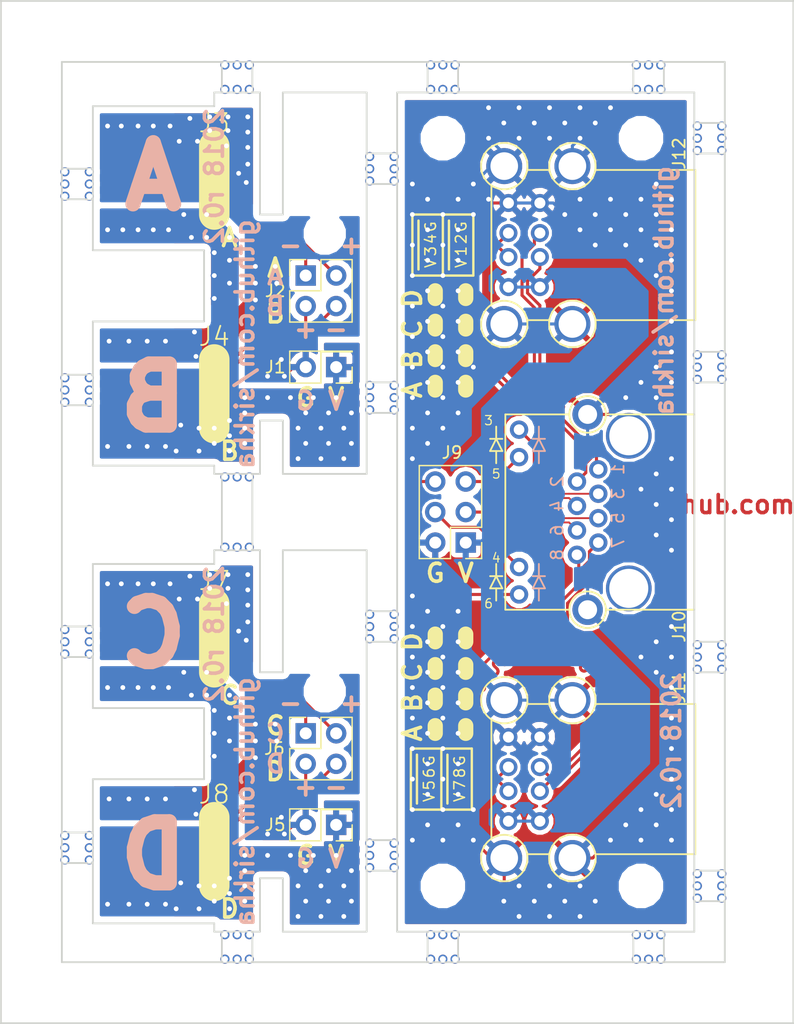
<source format=kicad_pcb>
(kicad_pcb (version 4) (host pcbnew 4.0.7)
  (layers (0 Top signal hide) (31 Bottom signal hide) (34 B.Paste user hide) (35 F.Paste user hide) (36 B.SilkS user) (37 F.SilkS user) (38 B.Mask user hide) (39 F.Mask user hide) (44 Edge.Cuts user))
  (net 0 "")
  (net 1 GND)
  (net 2 /A-VBUS)
  (net 3 /A-GND)
  (net 4 /A1-D-)
  (net 5 /A1-D+)
  (net 6 /A2-D+)
  (net 7 /A2-D-)
  (net 8 /B-VBUS)
  (net 9 /B-GND)
  (net 10 /B1-D-)
  (net 11 /B1-D+)
  (net 12 /B2-D+)
  (net 13 /B2-D-)
  (net 14 /VBUS)
  (net 15 /LED2A)
  (net 16 /LED1A)
  (net 17 /LED2C)
  (net 18 /LED1C)
  (net 19 /B2-)
  (net 20 /A1+)
  (net 21 /A1-)
  (net 22 /B1+)
  (net 23 /B1-)
  (net 24 /A2+)
  (net 25 /A2-)
  (net 26 /B2+)
  (module parts:TabEdge (layer Top) (at 24.13 85.725 90)
    (fp_text reference REF** hide)
    (fp_text value TabEdge hide)
    (pad "" np_thru_hole circle (at 0 -0.254 90) (size 0.762 0.762) (drill 0.508) (layers *.Cu *.Mask))
    (pad "" np_thru_hole circle (at -1.016 -0.254 90) (size 0.762 0.762) (drill 0.508) (layers *.Cu *.Mask))
    (pad "" np_thru_hole circle (at 1.016 -0.254 90) (size 0.762 0.762) (drill 0.508) (layers *.Cu *.Mask))
  )
  (module parts:TabEdge (layer Top) (at 21.59 85.725 270)
    (fp_text reference REF** hide)
    (fp_text value TabEdge hide)
    (pad "" np_thru_hole circle (at 0 -0.254 270) (size 0.762 0.762) (drill 0.508) (layers *.Cu *.Mask))
    (pad "" np_thru_hole circle (at -1.016 -0.254 270) (size 0.762 0.762) (drill 0.508) (layers *.Cu *.Mask))
    (pad "" np_thru_hole circle (at 1.016 -0.254 270) (size 0.762 0.762) (drill 0.508) (layers *.Cu *.Mask))
  )
  (module RJ45-LED-Amphenol (layer Top) (at 65.405 57.785 90)
    (fp_text reference J10 (at -9.525 7.62 90) (layer F.SilkS))
    (fp_text value RJ45_LEDS_SHIELD hide)
    (fp_text user 8 (at -3.556 -2.54 90) (layer B.SilkS) (effects (justify mirror)))
    (fp_text user 7 (at -2.54 2.54 90) (layer B.SilkS) (effects (justify mirror)))
    (fp_text user 6 (at -1.524 -2.54 90) (layer B.SilkS) (effects (justify mirror)))
    (fp_text user 5 (at -0.508 2.54 90) (layer B.SilkS) (effects (justify mirror)))
    (fp_text user 4 (at 0.508 -2.54 90) (layer B.SilkS) (effects (justify mirror)))
    (fp_text user 3 (at 1.524 2.54 90) (layer B.SilkS) (effects (justify mirror)))
    (fp_text user 2 (at 2.54 -2.54 90) (layer B.SilkS) (effects (justify mirror)))
    (fp_text user 1 (at 3.556 2.54 90) (layer B.SilkS) (effects (justify mirror)))
    (pad S thru_hole circle (at 8.128 0 90) (size 2.54 2.54) (drill 1.5748) (layers *.Cu *.Mask) (net 1 GND))
    (pad S thru_hole circle (at -8.128 0 90) (size 2.54 2.54) (drill 1.5748) (layers *.Cu *.Mask) (net 1 GND))
    (pad "" np_thru_hole circle (at 6.35 3.429 90) (size 3.81 3.81) (drill 3.2512) (layers *.Cu *.Mask))
    (pad "" np_thru_hole circle (at -6.35 3.429 90) (size 3.81 3.81) (drill 3.2512) (layers *.Cu *.Mask))
    (pad 8 thru_hole circle (at -3.556 -0.889 90) (size 1.524 1.524) (drill 0.889) (layers *.Cu *.Mask) (net 22 /B1+))
    (pad 1 thru_hole circle (at 3.556 0.889 90) (size 1.524 1.524) (drill 0.889) (layers *.Cu *.Mask) (net 19 /B2-))
    (pad 2 thru_hole circle (at 2.54 -0.889 90) (size 1.524 1.524) (drill 0.889) (layers *.Cu *.Mask) (net 26 /B2+))
    (pad 3 thru_hole circle (at 1.524 0.889 90) (size 1.524 1.524) (drill 0.889) (layers *.Cu *.Mask) (net 25 /A2-))
    (pad 4 thru_hole circle (at 0.508 -0.889 90) (size 1.524 1.524) (drill 0.889) (layers *.Cu *.Mask) (net 24 /A2+))
    (pad 5 thru_hole circle (at -0.508 0.889 90) (size 1.524 1.524) (drill 0.889) (layers *.Cu *.Mask) (net 21 /A1-))
    (pad 6 thru_hole circle (at -1.524 -0.889 90) (size 1.524 1.524) (drill 0.889) (layers *.Cu *.Mask) (net 20 /A1+))
    (pad 7 thru_hole circle (at -2.54 0.889 90) (size 1.524 1.524) (drill 0.889) (layers *.Cu *.Mask) (net 23 /B1-))
    (pad 9 thru_hole circle (at 6.858 -5.715 90) (size 1.524 1.524) (drill 0.889) (layers *.Cu *.Mask) (net 15 /LED2A))
    (pad 10 thru_hole circle (at 4.572 -5.715 90) (size 1.524 1.524) (drill 0.889) (layers *.Cu *.Mask) (net 17 /LED2C))
    (pad 11 thru_hole circle (at -4.572 -5.715 90) (size 1.524 1.524) (drill 0.889) (layers *.Cu *.Mask) (net 16 /LED1A))
    (pad 12 thru_hole circle (at -6.858 -5.715 90) (size 1.524 1.524) (drill 0.889) (layers *.Cu *.Mask) (net 18 /LED1C))
  )
  (module Mounting_Holes:MountingHole_3.2mm_M3 (layer Top) (at 69.85 88.9)
    (fp_text reference REF** hide)
    (fp_text value MountingHole_3.2mm_M3 hide)
    (pad 1 np_thru_hole circle (at 0 0) (size 3.2 3.2) (drill 3.2) (layers *.Cu *.Mask))
  )
  (module Mounting_Holes:MountingHole_3.2mm_M3 (layer Top) (at 53.34 88.9)
    (fp_text reference REF** hide)
    (fp_text value MountingHole_3.2mm_M3 hide)
    (pad 1 np_thru_hole circle (at 0 0) (size 3.2 3.2) (drill 3.2) (layers *.Cu *.Mask))
  )
  (module Mounting_Holes:MountingHole_3.2mm_M3 (layer Top) (at 53.34 26.67)
    (fp_text reference REF** hide)
    (fp_text value MountingHole_3.2mm_M3 hide)
    (pad 1 np_thru_hole circle (at 0 0) (size 3.2 3.2) (drill 3.2) (layers *.Cu *.Mask))
  )
  (module Mounting_Holes:MountingHole_2.5mm (layer Top) (at 43.4975 72.7075)
    (fp_text reference REF** hide)
    (fp_text value MountingHole_2.5mm hide)
    (pad 1 np_thru_hole circle (at 0 0) (size 2.5 2.5) (drill 2.5) (layers *.Cu *.Mask))
  )
  (module Mounting_Holes:MountingHole_2.5mm (layer Top) (at 43.4975 68.8975)
    (fp_text reference REF** hide)
    (fp_text value MountingHole_2.5mm hide)
    (pad 1 np_thru_hole circle (at 0 0) (size 2.5 2.5) (drill 2.5) (layers *.Cu *.Mask))
  )
  (module Mounting_Holes:MountingHole_4.5mm (layer Top) (at 43.4975 64.389)
    (fp_text reference REF** hide)
    (fp_text value MountingHole_4.5mm hide)
    (pad 1 np_thru_hole circle (at 0 0) (size 4.5 4.5) (drill 4.5) (layers *.Cu *.Mask))
  )
  (module parts:TabEdge (layer Top) (at 36.195 54.61 180)
    (fp_text reference REF** hide)
    (fp_text value TabEdge hide)
    (pad "" np_thru_hole circle (at 0 -0.254 180) (size 0.762 0.762) (drill 0.508) (layers *.Cu *.Mask))
    (pad "" np_thru_hole circle (at -1.016 -0.254 180) (size 0.762 0.762) (drill 0.508) (layers *.Cu *.Mask))
    (pad "" np_thru_hole circle (at 1.016 -0.254 180) (size 0.762 0.762) (drill 0.508) (layers *.Cu *.Mask))
  )
  (module parts:TabEdge (layer Top) (at 36.195 60.96)
    (fp_text reference REF** hide)
    (fp_text value TabEdge hide)
    (pad "" np_thru_hole circle (at 0 -0.254) (size 0.762 0.762) (drill 0.508) (layers *.Cu *.Mask))
    (pad "" np_thru_hole circle (at -1.016 -0.254) (size 0.762 0.762) (drill 0.508) (layers *.Cu *.Mask))
    (pad "" np_thru_hole circle (at 1.016 -0.254) (size 0.762 0.762) (drill 0.508) (layers *.Cu *.Mask))
  )
  (module parts:TabEdge (layer Top) (at 36.195 22.86)
    (fp_text reference REF** hide)
    (fp_text value TabEdge hide)
    (pad "" np_thru_hole circle (at 0 -0.254) (size 0.762 0.762) (drill 0.508) (layers *.Cu *.Mask))
    (pad "" np_thru_hole circle (at -1.016 -0.254) (size 0.762 0.762) (drill 0.508) (layers *.Cu *.Mask))
    (pad "" np_thru_hole circle (at 1.016 -0.254) (size 0.762 0.762) (drill 0.508) (layers *.Cu *.Mask))
  )
  (module parts:TabEdge (layer Top) (at 36.195 20.32 180)
    (fp_text reference REF** hide)
    (fp_text value TabEdge hide)
    (pad "" np_thru_hole circle (at 0 -0.254 180) (size 0.762 0.762) (drill 0.508) (layers *.Cu *.Mask))
    (pad "" np_thru_hole circle (at -1.016 -0.254 180) (size 0.762 0.762) (drill 0.508) (layers *.Cu *.Mask))
    (pad "" np_thru_hole circle (at 1.016 -0.254 180) (size 0.762 0.762) (drill 0.508) (layers *.Cu *.Mask))
  )
  (module parts:TabEdge (layer Top) (at 53.34 20.32 180)
    (fp_text reference REF** hide)
    (fp_text value TabEdge hide)
    (pad "" np_thru_hole circle (at 0 -0.254 180) (size 0.762 0.762) (drill 0.508) (layers *.Cu *.Mask))
    (pad "" np_thru_hole circle (at -1.016 -0.254 180) (size 0.762 0.762) (drill 0.508) (layers *.Cu *.Mask))
    (pad "" np_thru_hole circle (at 1.016 -0.254 180) (size 0.762 0.762) (drill 0.508) (layers *.Cu *.Mask))
  )
  (module parts:TabEdge (layer Top) (at 53.34 22.86)
    (fp_text reference REF** hide)
    (fp_text value TabEdge hide)
    (pad "" np_thru_hole circle (at 0 -0.254) (size 0.762 0.762) (drill 0.508) (layers *.Cu *.Mask))
    (pad "" np_thru_hole circle (at -1.016 -0.254) (size 0.762 0.762) (drill 0.508) (layers *.Cu *.Mask))
    (pad "" np_thru_hole circle (at 1.016 -0.254) (size 0.762 0.762) (drill 0.508) (layers *.Cu *.Mask))
  )
  (module parts:TabEdge (layer Top) (at 70.485 22.86)
    (fp_text reference REF** hide)
    (fp_text value TabEdge hide)
    (pad "" np_thru_hole circle (at 0 -0.254) (size 0.762 0.762) (drill 0.508) (layers *.Cu *.Mask))
    (pad "" np_thru_hole circle (at -1.016 -0.254) (size 0.762 0.762) (drill 0.508) (layers *.Cu *.Mask))
    (pad "" np_thru_hole circle (at 1.016 -0.254) (size 0.762 0.762) (drill 0.508) (layers *.Cu *.Mask))
  )
  (module parts:TabEdge (layer Top) (at 70.485 20.32 180)
    (fp_text reference REF** hide)
    (fp_text value TabEdge hide)
    (pad "" np_thru_hole circle (at 0 -0.254 180) (size 0.762 0.762) (drill 0.508) (layers *.Cu *.Mask))
    (pad "" np_thru_hole circle (at -1.016 -0.254 180) (size 0.762 0.762) (drill 0.508) (layers *.Cu *.Mask))
    (pad "" np_thru_hole circle (at 1.016 -0.254 180) (size 0.762 0.762) (drill 0.508) (layers *.Cu *.Mask))
  )
  (module parts:TabEdge (layer Top) (at 70.485 92.71 180)
    (fp_text reference REF** hide)
    (fp_text value TabEdge hide)
    (pad "" np_thru_hole circle (at 0 -0.254 180) (size 0.762 0.762) (drill 0.508) (layers *.Cu *.Mask))
    (pad "" np_thru_hole circle (at -1.016 -0.254 180) (size 0.762 0.762) (drill 0.508) (layers *.Cu *.Mask))
    (pad "" np_thru_hole circle (at 1.016 -0.254 180) (size 0.762 0.762) (drill 0.508) (layers *.Cu *.Mask))
  )
  (module parts:TabEdge (layer Top) (at 70.485 95.25)
    (fp_text reference REF** hide)
    (fp_text value TabEdge hide)
    (pad "" np_thru_hole circle (at 0 -0.254) (size 0.762 0.762) (drill 0.508) (layers *.Cu *.Mask))
    (pad "" np_thru_hole circle (at -1.016 -0.254) (size 0.762 0.762) (drill 0.508) (layers *.Cu *.Mask))
    (pad "" np_thru_hole circle (at 1.016 -0.254) (size 0.762 0.762) (drill 0.508) (layers *.Cu *.Mask))
  )
  (module parts:TabEdge (layer Top) (at 53.34 95.25)
    (fp_text reference REF** hide)
    (fp_text value TabEdge hide)
    (pad "" np_thru_hole circle (at 0 -0.254) (size 0.762 0.762) (drill 0.508) (layers *.Cu *.Mask))
    (pad "" np_thru_hole circle (at -1.016 -0.254) (size 0.762 0.762) (drill 0.508) (layers *.Cu *.Mask))
    (pad "" np_thru_hole circle (at 1.016 -0.254) (size 0.762 0.762) (drill 0.508) (layers *.Cu *.Mask))
  )
  (module parts:TabEdge (layer Top) (at 53.34 92.71 180)
    (fp_text reference REF** hide)
    (fp_text value TabEdge hide)
    (pad "" np_thru_hole circle (at 0 -0.254 180) (size 0.762 0.762) (drill 0.508) (layers *.Cu *.Mask))
    (pad "" np_thru_hole circle (at -1.016 -0.254 180) (size 0.762 0.762) (drill 0.508) (layers *.Cu *.Mask))
    (pad "" np_thru_hole circle (at 1.016 -0.254 180) (size 0.762 0.762) (drill 0.508) (layers *.Cu *.Mask))
  )
  (module parts:TabEdge (layer Top) (at 36.195 92.71 180)
    (fp_text reference REF** hide)
    (fp_text value TabEdge hide)
    (pad "" np_thru_hole circle (at 0 -0.254 180) (size 0.762 0.762) (drill 0.508) (layers *.Cu *.Mask))
    (pad "" np_thru_hole circle (at -1.016 -0.254 180) (size 0.762 0.762) (drill 0.508) (layers *.Cu *.Mask))
    (pad "" np_thru_hole circle (at 1.016 -0.254 180) (size 0.762 0.762) (drill 0.508) (layers *.Cu *.Mask))
  )
  (module parts:TabEdge (layer Top) (at 36.195 95.25)
    (fp_text reference REF** hide)
    (fp_text value TabEdge hide)
    (pad "" np_thru_hole circle (at 0 -0.254) (size 0.762 0.762) (drill 0.508) (layers *.Cu *.Mask))
    (pad "" np_thru_hole circle (at -1.016 -0.254) (size 0.762 0.762) (drill 0.508) (layers *.Cu *.Mask))
    (pad "" np_thru_hole circle (at 1.016 -0.254) (size 0.762 0.762) (drill 0.508) (layers *.Cu *.Mask))
  )
  (module parts:TabEdge (layer Top) (at 21.59 68.58 270)
    (fp_text reference REF** hide)
    (fp_text value TabEdge hide)
    (pad "" np_thru_hole circle (at 0 -0.254 270) (size 0.762 0.762) (drill 0.508) (layers *.Cu *.Mask))
    (pad "" np_thru_hole circle (at -1.016 -0.254 270) (size 0.762 0.762) (drill 0.508) (layers *.Cu *.Mask))
    (pad "" np_thru_hole circle (at 1.016 -0.254 270) (size 0.762 0.762) (drill 0.508) (layers *.Cu *.Mask))
  )
  (module parts:TabEdge (layer Top) (at 24.13 68.58 90)
    (fp_text reference REF** hide)
    (fp_text value TabEdge hide)
    (pad "" np_thru_hole circle (at 0 -0.254 90) (size 0.762 0.762) (drill 0.508) (layers *.Cu *.Mask))
    (pad "" np_thru_hole circle (at -1.016 -0.254 90) (size 0.762 0.762) (drill 0.508) (layers *.Cu *.Mask))
    (pad "" np_thru_hole circle (at 1.016 -0.254 90) (size 0.762 0.762) (drill 0.508) (layers *.Cu *.Mask))
  )
  (module parts:TabEdge (layer Top) (at 24.13 47.625 90)
    (fp_text reference REF** hide)
    (fp_text value TabEdge hide)
    (pad "" np_thru_hole circle (at 0 -0.254 90) (size 0.762 0.762) (drill 0.508) (layers *.Cu *.Mask))
    (pad "" np_thru_hole circle (at -1.016 -0.254 90) (size 0.762 0.762) (drill 0.508) (layers *.Cu *.Mask))
    (pad "" np_thru_hole circle (at 1.016 -0.254 90) (size 0.762 0.762) (drill 0.508) (layers *.Cu *.Mask))
  )
  (module parts:TabEdge (layer Top) (at 21.59 47.625 270)
    (fp_text reference REF** hide)
    (fp_text value TabEdge hide)
    (pad "" np_thru_hole circle (at 0 -0.254 270) (size 0.762 0.762) (drill 0.508) (layers *.Cu *.Mask))
    (pad "" np_thru_hole circle (at -1.016 -0.254 270) (size 0.762 0.762) (drill 0.508) (layers *.Cu *.Mask))
    (pad "" np_thru_hole circle (at 1.016 -0.254 270) (size 0.762 0.762) (drill 0.508) (layers *.Cu *.Mask))
  )
  (module parts:TabEdge (layer Top) (at 49.53 29.21 90)
    (fp_text reference REF** hide)
    (fp_text value TabEdge hide)
    (pad "" np_thru_hole circle (at 0 -0.254 90) (size 0.762 0.762) (drill 0.508) (layers *.Cu *.Mask))
    (pad "" np_thru_hole circle (at -1.016 -0.254 90) (size 0.762 0.762) (drill 0.508) (layers *.Cu *.Mask))
    (pad "" np_thru_hole circle (at 1.016 -0.254 90) (size 0.762 0.762) (drill 0.508) (layers *.Cu *.Mask))
  )
  (module parts:TabEdge (layer Top) (at 46.99 29.21 270)
    (fp_text reference REF** hide)
    (fp_text value TabEdge hide)
    (pad "" np_thru_hole circle (at 0 -0.254 270) (size 0.762 0.762) (drill 0.508) (layers *.Cu *.Mask))
    (pad "" np_thru_hole circle (at -1.016 -0.254 270) (size 0.762 0.762) (drill 0.508) (layers *.Cu *.Mask))
    (pad "" np_thru_hole circle (at 1.016 -0.254 270) (size 0.762 0.762) (drill 0.508) (layers *.Cu *.Mask))
  )
  (module parts:TabEdge (layer Top) (at 21.59 30.48 270)
    (fp_text reference REF** hide)
    (fp_text value TabEdge hide)
    (pad "" np_thru_hole circle (at 0 -0.254 270) (size 0.762 0.762) (drill 0.508) (layers *.Cu *.Mask))
    (pad "" np_thru_hole circle (at -1.016 -0.254 270) (size 0.762 0.762) (drill 0.508) (layers *.Cu *.Mask))
    (pad "" np_thru_hole circle (at 1.016 -0.254 270) (size 0.762 0.762) (drill 0.508) (layers *.Cu *.Mask))
  )
  (module parts:TabEdge (layer Top) (at 24.13 30.48 90)
    (fp_text reference REF** hide)
    (fp_text value TabEdge hide)
    (pad "" np_thru_hole circle (at 0 -0.254 90) (size 0.762 0.762) (drill 0.508) (layers *.Cu *.Mask))
    (pad "" np_thru_hole circle (at -1.016 -0.254 90) (size 0.762 0.762) (drill 0.508) (layers *.Cu *.Mask))
    (pad "" np_thru_hole circle (at 1.016 -0.254 90) (size 0.762 0.762) (drill 0.508) (layers *.Cu *.Mask))
  )
  (module parts:TabEdge (layer Top) (at 49.53 48.26 90)
    (fp_text reference REF** hide)
    (fp_text value TabEdge hide)
    (pad "" np_thru_hole circle (at 0 -0.254 90) (size 0.762 0.762) (drill 0.508) (layers *.Cu *.Mask))
    (pad "" np_thru_hole circle (at -1.016 -0.254 90) (size 0.762 0.762) (drill 0.508) (layers *.Cu *.Mask))
    (pad "" np_thru_hole circle (at 1.016 -0.254 90) (size 0.762 0.762) (drill 0.508) (layers *.Cu *.Mask))
  )
  (module parts:TabEdge (layer Top) (at 46.99 48.26 270)
    (fp_text reference REF** hide)
    (fp_text value TabEdge hide)
    (pad "" np_thru_hole circle (at 0 -0.254 270) (size 0.762 0.762) (drill 0.508) (layers *.Cu *.Mask))
    (pad "" np_thru_hole circle (at -1.016 -0.254 270) (size 0.762 0.762) (drill 0.508) (layers *.Cu *.Mask))
    (pad "" np_thru_hole circle (at 1.016 -0.254 270) (size 0.762 0.762) (drill 0.508) (layers *.Cu *.Mask))
  )
  (module parts:TabEdge (layer Top) (at 46.99 67.31 270)
    (fp_text reference REF** hide)
    (fp_text value TabEdge hide)
    (pad "" np_thru_hole circle (at 0 -0.254 270) (size 0.762 0.762) (drill 0.508) (layers *.Cu *.Mask))
    (pad "" np_thru_hole circle (at -1.016 -0.254 270) (size 0.762 0.762) (drill 0.508) (layers *.Cu *.Mask))
    (pad "" np_thru_hole circle (at 1.016 -0.254 270) (size 0.762 0.762) (drill 0.508) (layers *.Cu *.Mask))
  )
  (module parts:TabEdge (layer Top) (at 49.53 67.31 90)
    (fp_text reference REF** hide)
    (fp_text value TabEdge hide)
    (pad "" np_thru_hole circle (at 0 -0.254 90) (size 0.762 0.762) (drill 0.508) (layers *.Cu *.Mask))
    (pad "" np_thru_hole circle (at -1.016 -0.254 90) (size 0.762 0.762) (drill 0.508) (layers *.Cu *.Mask))
    (pad "" np_thru_hole circle (at 1.016 -0.254 90) (size 0.762 0.762) (drill 0.508) (layers *.Cu *.Mask))
  )
  (module parts:TabEdge (layer Top) (at 49.53 86.36 90)
    (fp_text reference REF** hide)
    (fp_text value TabEdge hide)
    (pad "" np_thru_hole circle (at 0 -0.254 90) (size 0.762 0.762) (drill 0.508) (layers *.Cu *.Mask))
    (pad "" np_thru_hole circle (at -1.016 -0.254 90) (size 0.762 0.762) (drill 0.508) (layers *.Cu *.Mask))
    (pad "" np_thru_hole circle (at 1.016 -0.254 90) (size 0.762 0.762) (drill 0.508) (layers *.Cu *.Mask))
  )
  (module parts:TabEdge (layer Top) (at 46.99 86.36 270)
    (fp_text reference REF** hide)
    (fp_text value TabEdge hide)
    (pad "" np_thru_hole circle (at 0 -0.254 270) (size 0.762 0.762) (drill 0.508) (layers *.Cu *.Mask))
    (pad "" np_thru_hole circle (at -1.016 -0.254 270) (size 0.762 0.762) (drill 0.508) (layers *.Cu *.Mask))
    (pad "" np_thru_hole circle (at 1.016 -0.254 270) (size 0.762 0.762) (drill 0.508) (layers *.Cu *.Mask))
  )
  (module parts:TabEdge (layer Top) (at 74.295 88.9 270)
    (fp_text reference REF** hide)
    (fp_text value TabEdge hide)
    (pad "" np_thru_hole circle (at 0 -0.254 270) (size 0.762 0.762) (drill 0.508) (layers *.Cu *.Mask))
    (pad "" np_thru_hole circle (at -1.016 -0.254 270) (size 0.762 0.762) (drill 0.508) (layers *.Cu *.Mask))
    (pad "" np_thru_hole circle (at 1.016 -0.254 270) (size 0.762 0.762) (drill 0.508) (layers *.Cu *.Mask))
  )
  (module parts:TabEdge (layer Top) (at 76.835 88.9 90)
    (fp_text reference REF** hide)
    (fp_text value TabEdge hide)
    (pad "" np_thru_hole circle (at 0 -0.254 90) (size 0.762 0.762) (drill 0.508) (layers *.Cu *.Mask))
    (pad "" np_thru_hole circle (at -1.016 -0.254 90) (size 0.762 0.762) (drill 0.508) (layers *.Cu *.Mask))
    (pad "" np_thru_hole circle (at 1.016 -0.254 90) (size 0.762 0.762) (drill 0.508) (layers *.Cu *.Mask))
  )
  (module parts:TabEdge (layer Top) (at 76.835 69.85 90)
    (fp_text reference REF** hide)
    (fp_text value TabEdge hide)
    (pad "" np_thru_hole circle (at 0 -0.254 90) (size 0.762 0.762) (drill 0.508) (layers *.Cu *.Mask))
    (pad "" np_thru_hole circle (at -1.016 -0.254 90) (size 0.762 0.762) (drill 0.508) (layers *.Cu *.Mask))
    (pad "" np_thru_hole circle (at 1.016 -0.254 90) (size 0.762 0.762) (drill 0.508) (layers *.Cu *.Mask))
  )
  (module parts:TabEdge (layer Top) (at 74.295 69.85 270)
    (fp_text reference REF** hide)
    (fp_text value TabEdge hide)
    (pad "" np_thru_hole circle (at 0 -0.254 270) (size 0.762 0.762) (drill 0.508) (layers *.Cu *.Mask))
    (pad "" np_thru_hole circle (at -1.016 -0.254 270) (size 0.762 0.762) (drill 0.508) (layers *.Cu *.Mask))
    (pad "" np_thru_hole circle (at 1.016 -0.254 270) (size 0.762 0.762) (drill 0.508) (layers *.Cu *.Mask))
  )
  (module parts:TabEdge (layer Top) (at 74.295 45.72 270)
    (fp_text reference REF** hide)
    (fp_text value TabEdge hide)
    (pad "" np_thru_hole circle (at 0 -0.254 270) (size 0.762 0.762) (drill 0.508) (layers *.Cu *.Mask))
    (pad "" np_thru_hole circle (at -1.016 -0.254 270) (size 0.762 0.762) (drill 0.508) (layers *.Cu *.Mask))
    (pad "" np_thru_hole circle (at 1.016 -0.254 270) (size 0.762 0.762) (drill 0.508) (layers *.Cu *.Mask))
  )
  (module parts:TabEdge (layer Top) (at 76.835 45.72 90)
    (fp_text reference REF** hide)
    (fp_text value TabEdge hide)
    (pad "" np_thru_hole circle (at 0 -0.254 90) (size 0.762 0.762) (drill 0.508) (layers *.Cu *.Mask))
    (pad "" np_thru_hole circle (at -1.016 -0.254 90) (size 0.762 0.762) (drill 0.508) (layers *.Cu *.Mask))
    (pad "" np_thru_hole circle (at 1.016 -0.254 90) (size 0.762 0.762) (drill 0.508) (layers *.Cu *.Mask))
  )
  (module parts:USB-A-PCB (layer Top) (at 29.21 29.972)
    (fp_text reference J3 (at 5.08 -4.572) (layer F.SilkS))
    (fp_text value USB_A_PCB hide)
    (pad 1 smd rect (at -0.2 3.5) (size 7.5 1.5) (layers Top F.Paste F.Mask) (net 2 /A-VBUS))
    (pad 2 smd rect (at 0.3 1) (size 6.5 1) (layers Top F.Paste F.Mask) (net 4 /A1-D-))
    (pad 3 smd rect (at 0.3 -1) (size 6.5 1) (layers Top F.Paste F.Mask) (net 5 /A1-D+))
    (pad 4 smd rect (at -0.2 -3.5) (size 7.5 1.5) (layers Top F.Paste F.Mask) (net 3 /A-GND))
  )
  (module Pin_Headers:Pin_Header_Straight_2x01_Pitch2.54mm (layer Top) (at 44.45 45.72 180)
    (fp_text reference J1 (at 5.08 0 180) (layer F.SilkS))
    (fp_text value Conn_02x01 hide)
    (pad 1 thru_hole rect (at 0 0 180) (size 1.7 1.7) (drill 1) (layers *.Cu *.Mask) (net 2 /A-VBUS))
    (pad 2 thru_hole oval (at 2.54 0 180) (size 1.7 1.7) (drill 1) (layers *.Cu *.Mask) (net 3 /A-GND))
  )
  (module Pin_Headers:Pin_Header_Straight_2x02_Pitch2.54mm (layer Top) (at 41.91 38.1)
    (fp_text reference J2 (at -2.54 1.27) (layer F.SilkS))
    (fp_text value Conn_02x02_Odd_Even hide)
    (pad 1 thru_hole rect (at 0 0) (size 1.7 1.7) (drill 1) (layers *.Cu *.Mask) (net 4 /A1-D-))
    (pad 2 thru_hole oval (at 2.54 0) (size 1.7 1.7) (drill 1) (layers *.Cu *.Mask) (net 5 /A1-D+))
    (pad 3 thru_hole oval (at 0 2.54) (size 1.7 1.7) (drill 1) (layers *.Cu *.Mask) (net 6 /A2-D+))
    (pad 4 thru_hole oval (at 2.54 2.54) (size 1.7 1.7) (drill 1) (layers *.Cu *.Mask) (net 7 /A2-D-))
  )
  (module Pin_Headers:Pin_Header_Straight_2x01_Pitch2.54mm (layer Top) (at 44.45 83.82 180)
    (fp_text reference J5 (at 5.08 0 180) (layer F.SilkS))
    (fp_text value Conn_02x01 hide)
    (pad 1 thru_hole rect (at 0 0 180) (size 1.7 1.7) (drill 1) (layers *.Cu *.Mask) (net 8 /B-VBUS))
    (pad 2 thru_hole oval (at 2.54 0 180) (size 1.7 1.7) (drill 1) (layers *.Cu *.Mask) (net 9 /B-GND))
  )
  (module Pin_Headers:Pin_Header_Straight_2x02_Pitch2.54mm (layer Top) (at 41.91 76.2)
    (fp_text reference J6 (at -2.6035 1.27) (layer F.SilkS))
    (fp_text value Conn_02x02_Odd_Even hide)
    (pad 1 thru_hole rect (at 0 0) (size 1.7 1.7) (drill 1) (layers *.Cu *.Mask) (net 10 /B1-D-))
    (pad 2 thru_hole oval (at 2.54 0) (size 1.7 1.7) (drill 1) (layers *.Cu *.Mask) (net 11 /B1-D+))
    (pad 3 thru_hole oval (at 0 2.54) (size 1.7 1.7) (drill 1) (layers *.Cu *.Mask) (net 12 /B2-D+))
    (pad 4 thru_hole oval (at 2.54 2.54) (size 1.7 1.7) (drill 1) (layers *.Cu *.Mask) (net 13 /B2-D-))
  )
  (module Pin_Headers:Pin_Header_Straight_2x03_Pitch2.54mm (layer Top) (at 55.245 60.325 180)
    (fp_text reference J9 (at 1.143 7.493 180) (layer F.SilkS))
    (fp_text value Conn_02x03_Odd_Even hide)
    (pad 1 thru_hole rect (at 0 0 180) (size 1.7 1.7) (drill 1) (layers *.Cu *.Mask) (net 14 /VBUS))
    (pad 2 thru_hole oval (at 2.54 0 180) (size 1.7 1.7) (drill 1) (layers *.Cu *.Mask) (net 1 GND))
    (pad 3 thru_hole oval (at 0 2.54 180) (size 1.7 1.7) (drill 1) (layers *.Cu *.Mask) (net 15 /LED2A))
    (pad 4 thru_hole oval (at 2.54 2.54 180) (size 1.7 1.7) (drill 1) (layers *.Cu *.Mask) (net 16 /LED1A))
    (pad 5 thru_hole oval (at 0 5.08 180) (size 1.7 1.7) (drill 1) (layers *.Cu *.Mask) (net 17 /LED2C))
    (pad 6 thru_hole oval (at 2.54 5.08 180) (size 1.7 1.7) (drill 1) (layers *.Cu *.Mask) (net 18 /LED1C))
  )
  (module parts:USB_A_DUAL (layer Top) (at 64.135 80.01 90)
    (fp_text reference J11 (at 7.62 8.89 90) (layer F.SilkS))
    (fp_text value USB_A_Dual)
    (pad B2 thru_hole circle (at -1 -2.71 90) (size 1.5 1.5) (drill 0.92) (layers *.Cu *.Mask) (net 23 /B1-))
    (pad B1 thru_hole circle (at -3.5 -2.71 90) (size 1.5 1.5) (drill 0.92) (layers *.Cu *.Mask) (net 14 /VBUS))
    (pad B3 thru_hole circle (at 1 -2.71 90) (size 1.5 1.5) (drill 0.92) (layers *.Cu *.Mask) (net 22 /B1+))
    (pad B4 thru_hole circle (at 3.5 -2.71 90) (size 1.5 1.5) (drill 0.92) (layers *.Cu *.Mask) (net 1 GND))
    (pad A1 thru_hole circle (at -3.5 -5.33 90) (size 1.5 1.5) (drill 0.92) (layers *.Cu *.Mask) (net 14 /VBUS))
    (pad A2 thru_hole circle (at -1 -5.33 90) (size 1.5 1.5) (drill 0.92) (layers *.Cu *.Mask) (net 21 /A1-))
    (pad A3 thru_hole circle (at 1 -5.33 90) (size 1.5 1.5) (drill 0.92) (layers *.Cu *.Mask) (net 20 /A1+))
    (pad A4 thru_hole circle (at 3.5 -5.33 90) (size 1.5 1.5) (drill 0.92) (layers *.Cu *.Mask) (net 1 GND))
    (pad S thru_hole circle (at -6.57 0 90) (size 3 3) (drill 2.3) (layers *.Cu *.Mask) (net 1 GND))
    (pad S thru_hole circle (at 6.57 0 90) (size 3 3) (drill 2.3) (layers *.Cu *.Mask) (net 1 GND))
    (pad S thru_hole circle (at -6.57 -5.68 90) (size 3 3) (drill 2.3) (layers *.Cu *.Mask) (net 1 GND))
    (pad S thru_hole circle (at 6.57 -5.68 90) (size 3 3) (drill 2.3) (layers *.Cu *.Mask) (net 1 GND))
  )
  (module parts:USB_A_DUAL (layer Top) (at 64.135 35.56 90)
    (fp_text reference J12 (at 7.62 8.89 90) (layer F.SilkS))
    (fp_text value USB_A_Dual)
    (pad B2 thru_hole circle (at -1 -2.71 90) (size 1.5 1.5) (drill 0.92) (layers *.Cu *.Mask) (net 19 /B2-))
    (pad B1 thru_hole circle (at -3.5 -2.71 90) (size 1.5 1.5) (drill 0.92) (layers *.Cu *.Mask) (net 14 /VBUS))
    (pad B3 thru_hole circle (at 1 -2.71 90) (size 1.5 1.5) (drill 0.92) (layers *.Cu *.Mask) (net 26 /B2+))
    (pad B4 thru_hole circle (at 3.5 -2.71 90) (size 1.5 1.5) (drill 0.92) (layers *.Cu *.Mask) (net 1 GND))
    (pad A1 thru_hole circle (at -3.5 -5.33 90) (size 1.5 1.5) (drill 0.92) (layers *.Cu *.Mask) (net 14 /VBUS))
    (pad A2 thru_hole circle (at -1 -5.33 90) (size 1.5 1.5) (drill 0.92) (layers *.Cu *.Mask) (net 25 /A2-))
    (pad A3 thru_hole circle (at 1 -5.33 90) (size 1.5 1.5) (drill 0.92) (layers *.Cu *.Mask) (net 24 /A2+))
    (pad A4 thru_hole circle (at 3.5 -5.33 90) (size 1.5 1.5) (drill 0.92) (layers *.Cu *.Mask) (net 1 GND))
    (pad S thru_hole circle (at -6.57 0 90) (size 3 3) (drill 2.3) (layers *.Cu *.Mask) (net 1 GND))
    (pad S thru_hole circle (at 6.57 0 90) (size 3 3) (drill 2.3) (layers *.Cu *.Mask) (net 1 GND))
    (pad S thru_hole circle (at -6.57 -5.68 90) (size 3 3) (drill 2.3) (layers *.Cu *.Mask) (net 1 GND))
    (pad S thru_hole circle (at 6.57 -5.68 90) (size 3 3) (drill 2.3) (layers *.Cu *.Mask) (net 1 GND))
  )
  (module parts:USB-A-PCB (layer Top) (at 29.21 47.879)
    (fp_text reference J4 (at 5.08 -4.699) (layer F.SilkS))
    (fp_text value USB_A_PCB hide)
    (pad 1 smd rect (at -0.2 3.5) (size 7.5 1.5) (layers Top F.Paste F.Mask) (net 2 /A-VBUS))
    (pad 2 smd rect (at 0.3 1) (size 6.5 1) (layers Top F.Paste F.Mask) (net 7 /A2-D-))
    (pad 3 smd rect (at 0.3 -1) (size 6.5 1) (layers Top F.Paste F.Mask) (net 6 /A2-D+))
    (pad 4 smd rect (at -0.2 -3.5) (size 7.5 1.5) (layers Top F.Paste F.Mask) (net 3 /A-GND))
  )
  (module parts:USB-A-PCB (layer Top) (at 29.21 68.072)
    (fp_text reference J7 (at 5.08 -4.572) (layer F.SilkS))
    (fp_text value USB_A_PCB hide)
    (pad 1 smd rect (at -0.2 3.5) (size 7.5 1.5) (layers Top F.Paste F.Mask) (net 8 /B-VBUS))
    (pad 2 smd rect (at 0.3 1) (size 6.5 1) (layers Top F.Paste F.Mask) (net 10 /B1-D-))
    (pad 3 smd rect (at 0.3 -1) (size 6.5 1) (layers Top F.Paste F.Mask) (net 11 /B1-D+))
    (pad 4 smd rect (at -0.2 -3.5) (size 7.5 1.5) (layers Top F.Paste F.Mask) (net 9 /B-GND))
  )
  (module parts:USB-A-PCB (layer Top) (at 29.21 85.979)
    (fp_text reference J8 (at 5.08 -4.699) (layer F.SilkS))
    (fp_text value USB_A_PCB hide)
    (pad 1 smd rect (at -0.2 3.5) (size 7.5 1.5) (layers Top F.Paste F.Mask) (net 8 /B-VBUS))
    (pad 2 smd rect (at 0.3 1) (size 6.5 1) (layers Top F.Paste F.Mask) (net 13 /B2-D-))
    (pad 3 smd rect (at 0.3 -1) (size 6.5 1) (layers Top F.Paste F.Mask) (net 12 /B2-D+))
    (pad 4 smd rect (at -0.2 -3.5) (size 7.5 1.5) (layers Top F.Paste F.Mask) (net 9 /B-GND))
  )
  (module parts:TabEdge (layer Top) (at 76.835 26.67 90)
    (fp_text reference REF** hide)
    (fp_text value TabEdge hide)
    (pad "" np_thru_hole circle (at 0 -0.254 90) (size 0.762 0.762) (drill 0.508) (layers *.Cu *.Mask))
    (pad "" np_thru_hole circle (at -1.016 -0.254 90) (size 0.762 0.762) (drill 0.508) (layers *.Cu *.Mask))
    (pad "" np_thru_hole circle (at 1.016 -0.254 90) (size 0.762 0.762) (drill 0.508) (layers *.Cu *.Mask))
  )
  (module parts:TabEdge (layer Top) (at 74.295 26.67 270)
    (fp_text reference REF** hide)
    (fp_text value TabEdge hide)
    (pad "" np_thru_hole circle (at 0 -0.254 270) (size 0.762 0.762) (drill 0.508) (layers *.Cu *.Mask))
    (pad "" np_thru_hole circle (at -1.016 -0.254 270) (size 0.762 0.762) (drill 0.508) (layers *.Cu *.Mask))
    (pad "" np_thru_hole circle (at 1.016 -0.254 270) (size 0.762 0.762) (drill 0.508) (layers *.Cu *.Mask))
  )
  (module Mounting_Holes:MountingHole_4.5mm (layer Top) (at 43.4975 26.289)
    (fp_text reference REF** hide)
    (fp_text value MountingHole_4.5mm hide)
    (pad 1 np_thru_hole circle (at 0 0) (size 4.5 4.5) (drill 4.5) (layers *.Cu *.Mask))
  )
  (module Mounting_Holes:MountingHole_2.5mm (layer Top) (at 43.4975 30.7975)
    (fp_text reference REF** hide)
    (fp_text value MountingHole_2.5mm hide)
    (pad 1 np_thru_hole circle (at 0 0) (size 2.5 2.5) (drill 2.5) (layers *.Cu *.Mask))
  )
  (module Mounting_Holes:MountingHole_2.5mm (layer Top) (at 43.4975 34.6075)
    (fp_text reference REF** hide)
    (fp_text value MountingHole_2.5mm hide)
    (pad 1 np_thru_hole circle (at 0 0) (size 2.5 2.5) (drill 2.5) (layers *.Cu *.Mask))
  )
  (module Mounting_Holes:MountingHole_3.2mm_M3 (layer Top) (at 69.85 26.67)
    (fp_text reference REF** hide)
    (fp_text value MountingHole_3.2mm_M3 hide)
    (pad 1 np_thru_hole circle (at 0 0) (size 3.2 3.2) (drill 3.2) (layers *.Cu *.Mask))
  )
  (gr_text "2018 r0.2" (at 34.29 29.845 90) (layer B.SilkS) (effects (font (size 1.5 1.5) (thickness 0.3)) (justify mirror)))
  (gr_text "2018 r0.2" (at 34.29 67.945 90) (layer B.SilkS) (effects (font (size 1.5 1.5) (thickness 0.3)) (justify mirror)))
  (gr_text "2018 r0.2" (at 72.39 76.835 90) (layer B.SilkS) (effects (font (size 1.5 1.5) (thickness 0.3)) (justify mirror)))
  (gr_text github.com/sirkha (at 71.755 39.37 90) (layer B.SilkS) (effects (font (size 1.5 1.5) (thickness 0.3)) (justify mirror)))
  (gr_text github.com/sirkha (at 36.83 81.915 90) (layer B.SilkS) (effects (font (size 1.5 1.5) (thickness 0.3)) (justify mirror)))
  (gr_text github.com/sirkha (at 36.83 43.815 90) (layer B.SilkS) (effects (font (size 1.5 1.5) (thickness 0.3)) (justify mirror)))
  (gr_text github.com/sirkha (at 80.645 57.15) (layer Top) (effects (font (size 1.5 1.5) (thickness 0.3))))
  (gr_text - (at 40.64 73.66) (layer B.SilkS) (effects (font (size 1.5 1.5) (thickness 0.3)) (justify mirror)))
  (gr_text + (at 41.91 80.645) (layer B.SilkS) (effects (font (size 1.5 1.5) (thickness 0.3)) (justify mirror)))
  (gr_text D (at 39.37 78.74) (layer B.SilkS) (effects (font (size 1.5 1.5) (thickness 0.3)) (justify mirror)))
  (gr_text C (at 39.37 76.2) (layer B.SilkS) (effects (font (size 1.5 1.5) (thickness 0.3)) (justify mirror)))
  (gr_text G (at 41.91 86.635506) (layer B.SilkS) (effects (font (size 1.5 1.5) (thickness 0.3)) (justify mirror)))
  (gr_text D (at 29.21 86.36) (layer B.SilkS) (effects (font (size 5.08 5.08) (thickness 1.27)) (justify mirror)))
  (gr_text C (at 29.21 67.945) (layer B.SilkS) (effects (font (size 5.08 5.08) (thickness 1.27)) (justify mirror)))
  (gr_text - (at 44.45 80.645) (layer B.SilkS) (effects (font (size 1.5 1.5) (thickness 0.3)) (justify mirror)))
  (gr_text + (at 45.72 73.66) (layer B.SilkS) (effects (font (size 1.5 1.5) (thickness 0.3)) (justify mirror)))
  (gr_text V (at 44.45 86.635506) (layer B.SilkS) (effects (font (size 1.5 1.5) (thickness 0.3)) (justify mirror)))
  (gr_text C (at 39.37 75.565) (layer F.SilkS) (effects (font (size 1.5 1.5) (thickness 0.3))))
  (gr_text + (at 45.72 73.66) (layer F.SilkS) (effects (font (size 1.5 1.5) (thickness 0.3))))
  (gr_text - (at 44.45 80.645) (layer F.SilkS) (effects (font (size 1.5 1.5) (thickness 0.3))))
  (gr_text + (at 41.91 80.645) (layer F.SilkS) (effects (font (size 1.5 1.5) (thickness 0.3))))
  (gr_text D (at 39.37 79.375) (layer F.SilkS) (effects (font (size 1.5 1.5) (thickness 0.3))))
  (gr_text D (at 35.56 90.805) (layer F.SilkS) (effects (font (size 1.5 1.5) (thickness 0.3))))
  (gr_text G (at 41.91 86.36) (layer F.SilkS) (effects (font (size 1.5 1.5) (thickness 0.3))))
  (gr_text V (at 44.45 86.36) (layer F.SilkS) (effects (font (size 1.5 1.5) (thickness 0.3))))
  (gr_text C (at 35.56 73.025) (layer F.SilkS) (effects (font (size 1.5 1.5) (thickness 0.3))))
  (gr_text - (at 40.64 73.66) (layer F.SilkS) (effects (font (size 1.5 1.5) (thickness 0.3))))
  (gr_text + (at 41.91 42.545) (layer B.SilkS) (effects (font (size 1.5 1.5) (thickness 0.3)) (justify mirror)))
  (gr_text - (at 44.45 42.545) (layer B.SilkS) (effects (font (size 1.5 1.5) (thickness 0.3)) (justify mirror)))
  (gr_text A (at 39.37 38.1) (layer B.SilkS) (effects (font (size 1.5 1.5) (thickness 0.3)) (justify mirror)))
  (gr_text B (at 39.37 40.64) (layer B.SilkS) (effects (font (size 1.5 1.5) (thickness 0.3)) (justify mirror)))
  (gr_text + (at 45.72 35.56) (layer B.SilkS) (effects (font (size 1.5 1.5) (thickness 0.3)) (justify mirror)))
  (gr_text - (at 40.64 35.56) (layer B.SilkS) (effects (font (size 1.5 1.5) (thickness 0.3)) (justify mirror)))
  (gr_text V (at 44.45 48.535506) (layer B.SilkS) (effects (font (size 1.5 1.5) (thickness 0.3)) (justify mirror)))
  (gr_text G (at 41.91 48.535506) (layer B.SilkS) (effects (font (size 1.5 1.5) (thickness 0.3)) (justify mirror)))
  (gr_text A (at 50.8 47.625 90) (layer F.SilkS) (effects (font (size 1.5 1.5) (thickness 0.3))))
  (gr_text B (at 50.8 45.085 90) (layer F.SilkS) (effects (font (size 1.5 1.5) (thickness 0.3))))
  (gr_text C (at 50.8 42.545 90) (layer F.SilkS) (effects (font (size 1.5 1.5) (thickness 0.3))))
  (gr_text D (at 50.8 40.005 90) (layer F.SilkS) (effects (font (size 1.5 1.5) (thickness 0.3))))
  (gr_line (start 52.705 45.085) (end 52.705 44.45) (layer F.SilkS) (width 1.27))
  (gr_line (start 52.705 47.625) (end 52.705 46.99) (layer F.SilkS) (width 1.27))
  (gr_line (start 55.245 47.625) (end 55.245 46.99) (layer F.SilkS) (width 1.27))
  (gr_line (start 55.245 45.085) (end 55.245 44.45) (layer F.SilkS) (width 1.27))
  (gr_line (start 55.245 40.005) (end 55.245 39.37) (layer F.SilkS) (width 1.27))
  (gr_line (start 52.705 40.005) (end 52.705 39.37) (layer F.SilkS) (width 1.27))
  (gr_line (start 52.705 42.545) (end 52.705 41.91) (layer F.SilkS) (width 1.27))
  (gr_line (start 55.245 42.545) (end 55.245 41.91) (layer F.SilkS) (width 1.27))
  (gr_text D (at 50.8 68.58 90) (layer F.SilkS) (effects (font (size 1.5 1.5) (thickness 0.3))))
  (gr_text C (at 50.8 71.12 90) (layer F.SilkS) (effects (font (size 1.5 1.5) (thickness 0.3))))
  (gr_text A (at 50.8 76.2 90) (layer F.SilkS) (effects (font (size 1.5 1.5) (thickness 0.3))))
  (gr_text B (at 50.8 73.66 90) (layer F.SilkS) (effects (font (size 1.5 1.5) (thickness 0.3))))
  (gr_line (start 55.245 68.58) (end 55.245 67.945) (layer F.SilkS) (width 1.27))
  (gr_line (start 55.245 71.12) (end 55.245 70.485) (layer F.SilkS) (width 1.27))
  (gr_line (start 55.245 73.66) (end 55.245 73.025) (layer F.SilkS) (width 1.27))
  (gr_line (start 55.245 76.2) (end 55.245 75.565) (layer F.SilkS) (width 1.27))
  (gr_line (start 52.705 68.58) (end 52.705 67.945) (layer F.SilkS) (width 1.27))
  (gr_line (start 52.705 71.12) (end 52.705 70.485) (layer F.SilkS) (width 1.27))
  (gr_line (start 52.705 73.66) (end 52.705 73.025) (layer F.SilkS) (width 1.27))
  (gr_line (start 52.705 76.2) (end 52.705 75.565) (layer F.SilkS) (width 1.27))
  (gr_text B (at 29.21 48.26) (layer B.SilkS) (effects (font (size 5.08 5.08) (thickness 1.27)) (justify mirror)))
  (gr_text A (at 29.21 29.845) (layer B.SilkS) (effects (font (size 5.08 5.08) (thickness 1.27)) (justify mirror)))
  (gr_text V (at 44.45 48.26) (layer F.SilkS) (effects (font (size 1.5 1.5) (thickness 0.3))))
  (gr_text G (at 41.91 48.26) (layer F.SilkS) (effects (font (size 1.5 1.5) (thickness 0.3))))
  (gr_text B (at 35.56 52.705) (layer F.SilkS) (effects (font (size 1.5 1.5) (thickness 0.3))))
  (gr_text - (at 40.64 35.56) (layer F.SilkS) (effects (font (size 1.5 1.5) (thickness 0.3))))
  (gr_text + (at 45.72 35.56) (layer F.SilkS) (effects (font (size 1.5 1.5) (thickness 0.3))))
  (gr_text - (at 44.45 42.545) (layer F.SilkS) (effects (font (size 1.5 1.5) (thickness 0.3))))
  (gr_text + (at 41.91 42.545) (layer F.SilkS) (effects (font (size 1.5 1.5) (thickness 0.3))))
  (gr_text B (at 39.37 41.275) (layer F.SilkS) (effects (font (size 1.5 1.5) (thickness 0.3))))
  (gr_text A (at 39.37 37.465) (layer F.SilkS) (effects (font (size 1.5 1.5) (thickness 0.3))))
  (gr_text A (at 35.56 34.925) (layer F.SilkS) (effects (font (size 1.5 1.5) (thickness 0.3))))
  (gr_line (start 34.29 27.305) (end 34.29 33.02) (angle 90) (layer F.SilkS) (width 2.54))
  (gr_line (start 34.29 45.085) (end 34.29 50.8) (angle 90) (layer F.SilkS) (width 2.54))
  (gr_line (start 34.29 65.405) (end 34.29 71.12) (angle 90) (layer F.SilkS) (width 2.54))
  (gr_line (start 34.29 83.185) (end 34.29 88.9) (angle 90) (layer F.SilkS) (width 2.54))
  (gr_text 5 (at 57.785 54.61) (layer F.SilkS) (effects (font (size 0.762 0.762) (thickness 0.1016))))
  (gr_text 3 (at 57.15 50.165) (layer F.SilkS) (effects (font (size 0.762 0.762) (thickness 0.1016))))
  (gr_text 4 (at 57.785 61.595) (layer F.SilkS) (effects (font (size 0.762 0.762) (thickness 0.1016))))
  (gr_text 6 (at 57.15 65.405) (layer F.SilkS) (effects (font (size 0.762 0.762) (thickness 0.1016))))
  (gr_text G (at 52.705 62.865) (layer F.SilkS) (effects (font (size 1.5 1.5) (thickness 0.3))))
  (gr_text V (at 55.245 62.865) (layer F.SilkS) (effects (font (size 1.5 1.5) (thickness 0.3))))
  (gr_text V (at 55.245 62.865) (layer Top) (effects (font (size 1.5 1.5) (thickness 0.3))))
  (gr_text V (at 52.197 81.534 90) (layer F.SilkS) (effects (font (size 0.889 0.889) (thickness 0.127))))
  (gr_text 5 (at 52.197 80.518 90) (layer F.SilkS) (effects (font (size 0.889 0.889) (thickness 0.127))))
  (gr_text 6 (at 52.197 79.502 90) (layer F.SilkS) (effects (font (size 0.889 0.889) (thickness 0.127))))
  (gr_text G (at 52.197 78.486 90) (layer F.SilkS) (effects (font (size 0.889 0.889) (thickness 0.127))))
  (gr_line (start 51.181 77.978) (end 51.181 82.042) (angle 90) (layer F.SilkS) (width 0.2))
  (gr_line (start 53.213 77.47) (end 53.213 82.55) (angle 90) (layer F.SilkS) (width 0.2))
  (gr_line (start 53.721 77.978) (end 53.721 82.042) (angle 90) (layer F.SilkS) (width 0.2))
  (gr_text V (at 54.737 81.534 90) (layer F.SilkS) (effects (font (size 0.889 0.889) (thickness 0.127))))
  (gr_text 7 (at 54.737 80.518 90) (layer F.SilkS) (effects (font (size 0.889 0.889) (thickness 0.127))))
  (gr_text 8 (at 54.737 79.502 90) (layer F.SilkS) (effects (font (size 0.889 0.889) (thickness 0.127))))
  (gr_text G (at 54.737 78.486 90) (layer F.SilkS) (effects (font (size 0.889 0.889) (thickness 0.127))))
  (gr_line (start 50.673 77.47) (end 55.753 77.47) (angle 90) (layer F.SilkS) (width 0.2))
  (gr_line (start 55.753 77.47) (end 55.753 82.55) (angle 90) (layer F.SilkS) (width 0.2))
  (gr_line (start 55.753 82.55) (end 50.673 82.55) (angle 90) (layer F.SilkS) (width 0.2))
  (gr_line (start 50.673 82.55) (end 50.673 77.47) (angle 90) (layer F.SilkS) (width 0.2))
  (gr_line (start 50.8 38.1) (end 50.8 33.02) (angle 90) (layer F.SilkS) (width 0.2))
  (gr_line (start 55.88 38.1) (end 50.8 38.1) (angle 90) (layer F.SilkS) (width 0.2))
  (gr_line (start 55.88 33.02) (end 55.88 38.1) (angle 90) (layer F.SilkS) (width 0.2))
  (gr_line (start 50.8 33.02) (end 55.88 33.02) (angle 90) (layer F.SilkS) (width 0.2))
  (gr_text G (at 54.864 34.036 90) (layer F.SilkS) (effects (font (size 0.889 0.889) (thickness 0.127))))
  (gr_text 2 (at 54.864 35.052 90) (layer F.SilkS) (effects (font (size 0.889 0.889) (thickness 0.127))))
  (gr_text "1\n" (at 54.864 36.068 90) (layer F.SilkS) (effects (font (size 0.889 0.889) (thickness 0.127))))
  (gr_text V (at 54.864 37.084 90) (layer F.SilkS) (effects (font (size 0.889 0.889) (thickness 0.127))))
  (gr_line (start 53.848 33.528) (end 53.848 37.592) (angle 90) (layer F.SilkS) (width 0.2))
  (gr_line (start 53.34 33.02) (end 53.34 38.1) (angle 90) (layer F.SilkS) (width 0.2))
  (gr_line (start 51.308 33.528) (end 51.308 37.592) (angle 90) (layer F.SilkS) (width 0.2))
  (gr_text G (at 52.324 34.036 90) (layer F.SilkS) (effects (font (size 0.889 0.889) (thickness 0.127))))
  (gr_text 4 (at 52.324 35.052 90) (layer F.SilkS) (effects (font (size 0.889 0.889) (thickness 0.127))))
  (gr_text 3 (at 52.324 36.068 90) (layer F.SilkS) (effects (font (size 0.889 0.889) (thickness 0.127))))
  (gr_text V (at 52.324 37.084 90) (layer F.SilkS) (effects (font (size 0.889 0.889) (thickness 0.127))))
  (gr_line (start 16.51 100.33) (end 16.51 15.24) (angle 90) (layer Edge.Cuts) (width 0.15))
  (gr_line (start 82.55 100.33) (end 16.51 100.33) (angle 90) (layer Edge.Cuts) (width 0.15))
  (gr_line (start 82.55 15.24) (end 82.55 100.33) (angle 90) (layer Edge.Cuts) (width 0.15))
  (gr_line (start 16.51 15.24) (end 82.55 15.24) (angle 90) (layer Edge.Cuts) (width 0.15))
  (gr_line (start 40.005 92.71) (end 46.99 92.71) (angle 90) (layer Edge.Cuts) (width 0.15))
  (gr_line (start 40.005 88.265) (end 40.005 92.71) (angle 90) (layer Edge.Cuts) (width 0.15))
  (gr_line (start 38.1 88.265) (end 40.005 88.265) (angle 90) (layer Edge.Cuts) (width 0.15))
  (gr_line (start 38.1 92.71) (end 38.1 88.265) (angle 90) (layer Edge.Cuts) (width 0.15))
  (gr_line (start 37.465 92.71) (end 38.1 92.71) (angle 90) (layer Edge.Cuts) (width 0.15))
  (gr_line (start 34.29 92.71) (end 37.465 92.71) (angle 90) (layer Edge.Cuts) (width 0.15))
  (gr_line (start 40.005 60.96) (end 46.99 60.96) (angle 90) (layer Edge.Cuts) (width 0.15))
  (gr_line (start 40.005 71.12) (end 40.005 60.96) (angle 90) (layer Edge.Cuts) (width 0.15))
  (gr_line (start 38.1 71.12) (end 40.005 71.12) (angle 90) (layer Edge.Cuts) (width 0.15))
  (gr_line (start 40.005 22.86) (end 46.99 22.86) (angle 90) (layer Edge.Cuts) (width 0.15))
  (gr_line (start 38.1 33.02) (end 40.005 33.02) (angle 90) (layer Edge.Cuts) (width 0.15))
  (gr_line (start 40.005 54.61) (end 46.99 54.61) (angle 90) (layer Edge.Cuts) (width 0.15))
  (gr_line (start 40.005 50.165) (end 40.005 54.61) (angle 90) (layer Edge.Cuts) (width 0.15))
  (gr_line (start 38.1 50.165) (end 40.005 50.165) (angle 90) (layer Edge.Cuts) (width 0.15))
  (gr_line (start 38.1 54.61) (end 38.1 50.165) (angle 90) (layer Edge.Cuts) (width 0.15))
  (gr_line (start 37.465 54.61) (end 38.1 54.61) (angle 90) (layer Edge.Cuts) (width 0.15))
  (gr_line (start 54.61 92.71) (end 54.61 95.25) (angle 90) (layer Edge.Cuts) (width 0.15))
  (gr_line (start 52.07 92.71) (end 52.07 95.25) (angle 90) (layer Edge.Cuts) (width 0.15))
  (gr_line (start 69.215 92.71) (end 69.215 95.25) (angle 90) (layer Edge.Cuts) (width 0.15))
  (gr_line (start 71.755 92.71) (end 71.755 95.25) (angle 90) (layer Edge.Cuts) (width 0.15))
  (gr_line (start 74.295 87.63) (end 76.835 87.63) (angle 90) (layer Edge.Cuts) (width 0.15))
  (gr_line (start 74.295 90.17) (end 76.835 90.17) (angle 90) (layer Edge.Cuts) (width 0.15))
  (gr_line (start 74.295 71.12) (end 76.835 71.12) (angle 90) (layer Edge.Cuts) (width 0.15))
  (gr_line (start 74.295 68.58) (end 76.835 68.58) (angle 90) (layer Edge.Cuts) (width 0.15))
  (gr_line (start 74.295 44.45) (end 76.835 44.45) (angle 90) (layer Edge.Cuts) (width 0.15))
  (gr_line (start 74.295 46.99) (end 76.835 46.99) (angle 90) (layer Edge.Cuts) (width 0.15))
  (gr_line (start 74.295 27.94) (end 76.835 27.94) (angle 90) (layer Edge.Cuts) (width 0.15))
  (gr_line (start 74.295 25.4) (end 76.835 25.4) (angle 90) (layer Edge.Cuts) (width 0.15))
  (gr_line (start 24.13 29.21) (end 21.59 29.21) (angle 90) (layer Edge.Cuts) (width 0.15))
  (gr_line (start 24.13 31.75) (end 21.59 31.75) (angle 90) (layer Edge.Cuts) (width 0.15))
  (gr_line (start 24.13 46.355) (end 21.59 46.355) (angle 90) (layer Edge.Cuts) (width 0.15))
  (gr_line (start 24.13 48.895) (end 21.59 48.895) (angle 90) (layer Edge.Cuts) (width 0.15))
  (gr_line (start 24.13 67.31) (end 21.59 67.31) (angle 90) (layer Edge.Cuts) (width 0.15))
  (gr_line (start 24.13 69.85) (end 21.59 69.85) (angle 90) (layer Edge.Cuts) (width 0.15))
  (gr_line (start 24.13 84.455) (end 21.59 84.455) (angle 90) (layer Edge.Cuts) (width 0.15))
  (gr_line (start 24.13 86.995) (end 21.59 86.995) (angle 90) (layer Edge.Cuts) (width 0.15))
  (gr_line (start 37.465 92.71) (end 37.465 95.25) (angle 90) (layer Edge.Cuts) (width 0.15))
  (gr_line (start 34.925 92.71) (end 34.925 95.25) (angle 90) (layer Edge.Cuts) (width 0.15))
  (gr_line (start 37.465 22.86) (end 37.465 20.32) (angle 90) (layer Edge.Cuts) (width 0.15))
  (gr_line (start 34.925 22.86) (end 34.925 20.32) (angle 90) (layer Edge.Cuts) (width 0.15))
  (gr_line (start 69.215 22.86) (end 69.215 20.32) (angle 90) (layer Edge.Cuts) (width 0.15))
  (gr_line (start 71.755 22.86) (end 71.755 20.32) (angle 90) (layer Edge.Cuts) (width 0.15))
  (gr_line (start 54.61 22.86) (end 54.61 20.32) (angle 90) (layer Edge.Cuts) (width 0.15))
  (gr_line (start 52.07 22.86) (end 52.07 20.32) (angle 90) (layer Edge.Cuts) (width 0.15))
  (gr_line (start 21.59 95.25) (end 21.59 20.32) (angle 90) (layer Edge.Cuts) (width 0.15))
  (gr_line (start 76.835 95.25) (end 21.59 95.25) (angle 90) (layer Edge.Cuts) (width 0.15))
  (gr_line (start 76.835 20.32) (end 76.835 95.25) (angle 90) (layer Edge.Cuts) (width 0.15))
  (gr_line (start 21.59 20.32) (end 76.835 20.32) (angle 90) (layer Edge.Cuts) (width 0.15))
  (gr_line (start 46.99 46.99) (end 46.99 49.53) (angle 90) (layer Edge.Cuts) (width 0.15))
  (gr_line (start 49.53 46.99) (end 49.53 49.53) (angle 90) (layer Edge.Cuts) (width 0.15))
  (gr_line (start 49.53 27.94) (end 49.53 30.48) (angle 90) (layer Edge.Cuts) (width 0.15))
  (gr_line (start 46.99 27.94) (end 46.99 30.48) (angle 90) (layer Edge.Cuts) (width 0.15))
  (gr_line (start 49.53 85.09) (end 49.53 87.63) (angle 90) (layer Edge.Cuts) (width 0.15))
  (gr_line (start 46.99 85.09) (end 46.99 87.63) (angle 90) (layer Edge.Cuts) (width 0.15))
  (gr_line (start 49.53 66.04) (end 49.53 68.58) (angle 90) (layer Edge.Cuts) (width 0.15))
  (gr_line (start 46.99 66.04) (end 46.99 68.58) (angle 90) (layer Edge.Cuts) (width 0.15))
  (gr_line (start 46.99 85.09) (end 46.99 68.58) (angle 90) (layer Edge.Cuts) (width 0.15))
  (gr_line (start 49.53 85.09) (end 46.99 85.09) (angle 90) (layer Edge.Cuts) (width 0.15))
  (gr_line (start 49.53 68.58) (end 49.53 85.09) (angle 90) (layer Edge.Cuts) (width 0.15))
  (gr_line (start 46.99 68.58) (end 49.53 68.58) (angle 90) (layer Edge.Cuts) (width 0.15))
  (gr_line (start 46.99 46.99) (end 46.99 30.48) (angle 90) (layer Edge.Cuts) (width 0.15))
  (gr_line (start 49.53 46.99) (end 46.99 46.99) (angle 90) (layer Edge.Cuts) (width 0.15))
  (gr_line (start 49.53 30.48) (end 49.53 46.99) (angle 90) (layer Edge.Cuts) (width 0.15))
  (gr_line (start 46.99 30.48) (end 49.53 30.48) (angle 90) (layer Edge.Cuts) (width 0.15))
  (gr_line (start 49.53 66.04) (end 49.53 49.53) (angle 90) (layer Edge.Cuts) (width 0.15))
  (gr_line (start 49.53 22.86) (end 49.53 27.94) (angle 90) (layer Edge.Cuts) (width 0.15))
  (gr_line (start 74.295 22.86) (end 49.53 22.86) (angle 90) (layer Edge.Cuts) (width 0.15))
  (gr_line (start 74.295 92.71) (end 74.295 22.86) (angle 90) (layer Edge.Cuts) (width 0.15))
  (gr_line (start 49.53 92.71) (end 74.295 92.71) (angle 90) (layer Edge.Cuts) (width 0.15))
  (gr_line (start 49.53 87.63) (end 49.53 92.71) (angle 90) (layer Edge.Cuts) (width 0.15))
  (gr_line (start 34.925 54.61) (end 37.465 54.61) (angle 90) (layer Edge.Cuts) (width 0.15))
  (gr_line (start 34.925 60.96) (end 37.465 60.96) (angle 90) (layer Edge.Cuts) (width 0.15))
  (gr_line (start 37.465 60.96) (end 37.465 54.61) (angle 90) (layer Edge.Cuts) (width 0.15))
  (gr_line (start 38.1 60.96) (end 37.465 60.96) (angle 90) (layer Edge.Cuts) (width 0.15))
  (gr_line (start 34.925 54.61) (end 34.29 54.61) (angle 90) (layer Edge.Cuts) (width 0.15))
  (gr_line (start 34.925 60.96) (end 34.925 54.61) (angle 90) (layer Edge.Cuts) (width 0.15))
  (gr_line (start 34.29 60.96) (end 34.925 60.96) (angle 90) (layer Edge.Cuts) (width 0.15))
  (gr_line (start 24.1711 62.1072) (end 24.1711 74.0981) (layer Edge.Cuts) (width 0.15))
  (gr_line (start 24.1711 92.02) (end 34.29 92.02) (layer Edge.Cuts) (width 0.15))
  (gr_line (start 24.1711 80.02) (end 24.1711 92.02) (layer Edge.Cuts) (width 0.15))
  (gr_line (start 33.4411 80.02) (end 24.1711 80.02) (layer Edge.Cuts) (width 0.15))
  (gr_line (start 33.4411 74.0981) (end 33.4411 80.02) (layer Edge.Cuts) (width 0.15))
  (gr_line (start 24.1711 74.0981) (end 33.4411 74.0981) (layer Edge.Cuts) (width 0.15))
  (gr_line (start 34.29 62.1072) (end 24.1711 62.1072) (layer Edge.Cuts) (width 0.15))
  (gr_line (start 38.1 60.96) (end 38.1 71.12) (angle 90) (layer Edge.Cuts) (width 0.15))
  (gr_line (start 46.99 92.71) (end 46.99 87.63) (angle 90) (layer Edge.Cuts) (width 0.15))
  (gr_line (start 46.99 87.63) (end 49.53 87.63) (angle 90) (layer Edge.Cuts) (width 0.15))
  (gr_line (start 46.99 60.96) (end 46.99 66.04) (angle 90) (layer Edge.Cuts) (width 0.15))
  (gr_line (start 46.99 66.04) (end 49.53 66.04) (angle 90) (layer Edge.Cuts) (width 0.15))
  (gr_line (start 34.29 60.96) (end 34.29 62.1072) (angle 90) (layer Edge.Cuts) (width 0.15))
  (gr_line (start 34.29 92.71) (end 34.29 92.02) (angle 90) (layer Edge.Cuts) (width 0.15))
  (gr_line (start 34.29 54.61) (end 34.29 53.92) (angle 90) (layer Edge.Cuts) (width 0.15))
  (gr_line (start 34.29 22.86) (end 34.29 24.0072) (angle 90) (layer Edge.Cuts) (width 0.15))
  (gr_line (start 46.99 27.94) (end 49.53 27.94) (angle 90) (layer Edge.Cuts) (width 0.15))
  (gr_line (start 46.99 22.86) (end 46.99 27.94) (angle 90) (layer Edge.Cuts) (width 0.15))
  (gr_line (start 46.99 49.53) (end 49.53 49.53) (angle 90) (layer Edge.Cuts) (width 0.15))
  (gr_line (start 46.99 54.61) (end 46.99 49.53) (angle 90) (layer Edge.Cuts) (width 0.15))
  (gr_line (start 40.005 33.02) (end 40.005 22.86) (angle 90) (layer Edge.Cuts) (width 0.15))
  (gr_line (start 38.1 22.86) (end 38.1 33.02) (angle 90) (layer Edge.Cuts) (width 0.15))
  (gr_line (start 34.29 22.86) (end 38.1 22.86) (angle 90) (layer Edge.Cuts) (width 0.15))
  (gr_text "" (at 56.6511 44.9581) (layer B.SilkS) (effects (font (size 1.2065 1.2065) (thickness 0.1905)) (justify left bottom mirror)))
  (gr_line (start 34.29 24.0072) (end 24.1711 24.0072) (layer Edge.Cuts) (width 0.15))
  (gr_line (start 24.1711 35.9981) (end 33.4411 35.9981) (layer Edge.Cuts) (width 0.15))
  (gr_line (start 33.4411 35.9981) (end 33.4411 41.92) (layer Edge.Cuts) (width 0.15))
  (gr_line (start 33.4411 41.92) (end 24.1711 41.92) (layer Edge.Cuts) (width 0.15))
  (gr_line (start 24.1711 41.92) (end 24.1711 53.92) (layer Edge.Cuts) (width 0.15))
  (gr_line (start 24.1711 53.92) (end 34.29 53.92) (layer Edge.Cuts) (width 0.15))
  (gr_line (start 24.1711 24.0072) (end 24.1711 35.9981) (layer Edge.Cuts) (width 0.15))
  (segment (start 65.405 65.913) (end 65.405 63.627) (width 0.254) (layer Bottom) (net 1))
  (segment (start 65.405 51.435) (end 65.405 49.657) (width 0.254) (layer Bottom) (net 1))
  (segment (start 68.072 54.102) (end 65.405 51.435) (width 0.254) (layer Bottom) (net 1))
  (segment (start 68.072 60.96) (end 68.072 54.102) (width 0.254) (layer Bottom) (net 1))
  (segment (start 65.405 63.627) (end 68.072 60.96) (width 0.254) (layer Bottom) (net 1))
  (segment (start 58.455 86.58) (end 57.37 86.58) (width 0.254) (layer Top) (net 1))
  (segment (start 57.37 86.58) (end 55.88 85.09) (width 0.254) (layer Top) (net 1))
  (via (at 55.88 82.55) (size 0.6) (drill 0.4) (layers Top Bottom) (net 1))
  (segment (start 54.61 81.28) (end 55.88 82.55) (width 0.254) (layer Top) (net 1))
  (via (at 54.61 81.28) (size 0.6) (drill 0.4) (layers Top Bottom) (net 1))
  (segment (start 54.61 78.74) (end 54.61 81.28) (width 0.254) (layer Bottom) (net 1))
  (via (at 54.61 78.74) (size 0.6) (drill 0.4) (layers Top Bottom) (net 1))
  (segment (start 54.61 76.2) (end 54.61 78.74) (width 0.254) (layer Top) (net 1))
  (via (at 54.61 76.2) (size 0.6) (drill 0.4) (layers Top Bottom) (net 1))
  (segment (start 54.61 73.66) (end 54.61 76.2) (width 0.254) (layer Bottom) (net 1))
  (via (at 54.61 73.66) (size 0.6) (drill 0.4) (layers Top Bottom) (net 1))
  (segment (start 54.61 71.12) (end 54.61 73.66) (width 0.254) (layer Top) (net 1))
  (via (at 54.61 71.12) (size 0.6) (drill 0.4) (layers Top Bottom) (net 1))
  (segment (start 53.34 69.85) (end 54.61 71.12) (width 0.254) (layer Bottom) (net 1))
  (via (at 53.34 69.85) (size 0.6) (drill 0.4) (layers Top Bottom) (net 1))
  (segment (start 53.34 72.39) (end 53.34 69.85) (width 0.254) (layer Top) (net 1))
  (via (at 53.34 72.39) (size 0.6) (drill 0.4) (layers Top Bottom) (net 1))
  (segment (start 53.34 74.93) (end 53.34 72.39) (width 0.254) (layer Bottom) (net 1))
  (via (at 53.34 74.93) (size 0.6) (drill 0.4) (layers Top Bottom) (net 1))
  (segment (start 53.34 77.47) (end 53.34 74.93) (width 0.254) (layer Top) (net 1))
  (via (at 53.34 77.47) (size 0.6) (drill 0.4) (layers Top Bottom) (net 1))
  (segment (start 53.34 80.01) (end 53.34 77.47) (width 0.254) (layer Bottom) (net 1))
  (via (at 53.34 80.01) (size 0.6) (drill 0.4) (layers Top Bottom) (net 1))
  (segment (start 53.34 82.55) (end 53.34 80.01) (width 0.254) (layer Top) (net 1))
  (via (at 53.34 82.55) (size 0.6) (drill 0.4) (layers Top Bottom) (net 1))
  (segment (start 52.07 81.28) (end 53.34 82.55) (width 0.254) (layer Bottom) (net 1))
  (via (at 52.07 81.28) (size 0.6) (drill 0.4) (layers Top Bottom) (net 1))
  (segment (start 52.07 78.74) (end 52.07 81.28) (width 0.254) (layer Top) (net 1))
  (via (at 52.07 78.74) (size 0.6) (drill 0.4) (layers Top Bottom) (net 1))
  (segment (start 52.07 76.2) (end 52.07 78.74) (width 0.254) (layer Bottom) (net 1))
  (via (at 52.07 76.2) (size 0.6) (drill 0.4) (layers Top Bottom) (net 1))
  (segment (start 52.07 73.66) (end 52.07 76.2) (width 0.254) (layer Top) (net 1))
  (via (at 52.07 73.66) (size 0.6) (drill 0.4) (layers Top Bottom) (net 1))
  (segment (start 52.07 71.12) (end 52.07 73.66) (width 0.254) (layer Bottom) (net 1))
  (via (at 52.07 71.12) (size 0.6) (drill 0.4) (layers Top Bottom) (net 1))
  (segment (start 52.07 68.58) (end 52.07 71.12) (width 0.254) (layer Top) (net 1))
  (via (at 52.07 68.58) (size 0.6) (drill 0.4) (layers Top Bottom) (net 1))
  (segment (start 54.61 68.58) (end 52.07 68.58) (width 0.254) (layer Bottom) (net 1))
  (via (at 54.61 68.58) (size 0.6) (drill 0.4) (layers Top Bottom) (net 1))
  (segment (start 54.61 66.04) (end 54.61 68.58) (width 0.254) (layer Top) (net 1))
  (via (at 54.61 66.04) (size 0.6) (drill 0.4) (layers Top Bottom) (net 1))
  (segment (start 53.34 67.31) (end 54.61 66.04) (width 0.254) (layer Bottom) (net 1))
  (via (at 53.34 67.31) (size 0.6) (drill 0.4) (layers Top Bottom) (net 1))
  (segment (start 52.07 66.04) (end 53.34 67.31) (width 0.254) (layer Top) (net 1))
  (via (at 52.07 66.04) (size 0.6) (drill 0.4) (layers Top Bottom) (net 1))
  (segment (start 50.8 64.77) (end 52.07 66.04) (width 0.254) (layer Bottom) (net 1))
  (via (at 50.8 64.77) (size 0.6) (drill 0.4) (layers Top Bottom) (net 1))
  (segment (start 50.8 67.31) (end 50.8 64.77) (width 0.254) (layer Top) (net 1))
  (via (at 50.8 67.31) (size 0.6) (drill 0.4) (layers Top Bottom) (net 1))
  (segment (start 50.8 69.85) (end 50.8 67.31) (width 0.254) (layer Bottom) (net 1))
  (via (at 50.8 69.85) (size 0.6) (drill 0.4) (layers Top Bottom) (net 1))
  (segment (start 50.8 72.39) (end 50.8 69.85) (width 0.254) (layer Top) (net 1))
  (via (at 50.8 72.39) (size 0.6) (drill 0.4) (layers Top Bottom) (net 1))
  (segment (start 50.8 74.93) (end 50.8 72.39) (width 0.254) (layer Bottom) (net 1))
  (via (at 50.8 74.93) (size 0.6) (drill 0.4) (layers Top Bottom) (net 1))
  (segment (start 50.8 77.47) (end 50.8 74.93) (width 0.254) (layer Top) (net 1))
  (via (at 50.8 77.47) (size 0.6) (drill 0.4) (layers Top Bottom) (net 1))
  (segment (start 50.8 80.01) (end 50.8 77.47) (width 0.254) (layer Bottom) (net 1))
  (via (at 50.8 80.01) (size 0.6) (drill 0.4) (layers Top Bottom) (net 1))
  (segment (start 50.8 82.55) (end 50.8 80.01) (width 0.254) (layer Top) (net 1))
  (via (at 50.8 82.55) (size 0.6) (drill 0.4) (layers Top Bottom) (net 1))
  (segment (start 50.8 85.09) (end 50.8 82.55) (width 0.254) (layer Bottom) (net 1))
  (via (at 50.8 85.09) (size 0.6) (drill 0.4) (layers Top Bottom) (net 1))
  (segment (start 52.07 83.82) (end 50.8 85.09) (width 0.254) (layer Top) (net 1))
  (via (at 52.07 83.82) (size 0.6) (drill 0.4) (layers Top Bottom) (net 1))
  (segment (start 53.34 85.09) (end 52.07 83.82) (width 0.254) (layer Bottom) (net 1))
  (via (at 53.34 85.09) (size 0.6) (drill 0.4) (layers Top Bottom) (net 1))
  (segment (start 54.61 83.82) (end 53.34 85.09) (width 0.254) (layer Top) (net 1))
  (via (at 54.61 83.82) (size 0.6) (drill 0.4) (layers Top Bottom) (net 1))
  (segment (start 55.88 85.09) (end 54.61 83.82) (width 0.254) (layer Bottom) (net 1))
  (via (at 55.88 85.09) (size 0.6) (drill 0.4) (layers Top Bottom) (net 1))
  (segment (start 58.455 28.99) (end 57.37 28.99) (width 0.254) (layer Bottom) (net 1))
  (segment (start 57.37 28.99) (end 55.88 30.48) (width 0.254) (layer Bottom) (net 1))
  (segment (start 57.46 32.06) (end 58.805 32.06) (width 0.254) (layer Top) (net 1))
  (segment (start 57.15 31.75) (end 57.46 32.06) (width 0.254) (layer Top) (net 1))
  (via (at 57.15 31.75) (size 0.6) (drill 0.4) (layers Top Bottom) (net 1))
  (segment (start 55.88 33.02) (end 57.15 31.75) (width 0.254) (layer Bottom) (net 1))
  (via (at 55.88 33.02) (size 0.6) (drill 0.4) (layers Top Bottom) (net 1))
  (segment (start 54.61 34.29) (end 55.88 33.02) (width 0.254) (layer Top) (net 1))
  (via (at 54.61 34.29) (size 0.6) (drill 0.4) (layers Top Bottom) (net 1))
  (segment (start 54.61 36.83) (end 54.61 34.29) (width 0.254) (layer Bottom) (net 1))
  (via (at 54.61 36.83) (size 0.6) (drill 0.4) (layers Top Bottom) (net 1))
  (segment (start 54.61 39.37) (end 54.61 36.83) (width 0.254) (layer Top) (net 1))
  (via (at 54.61 39.37) (size 0.6) (drill 0.4) (layers Top Bottom) (net 1))
  (segment (start 54.61 41.91) (end 54.61 39.37) (width 0.254) (layer Bottom) (net 1))
  (via (at 54.61 41.91) (size 0.6) (drill 0.4) (layers Top Bottom) (net 1))
  (segment (start 54.61 44.45) (end 54.61 41.91) (width 0.254) (layer Top) (net 1))
  (via (at 54.61 44.45) (size 0.6) (drill 0.4) (layers Top Bottom) (net 1))
  (segment (start 55.88 45.72) (end 54.61 44.45) (width 0.254) (layer Bottom) (net 1))
  (via (at 55.88 45.72) (size 0.6) (drill 0.4) (layers Top Bottom) (net 1))
  (segment (start 54.61 46.99) (end 55.88 45.72) (width 0.254) (layer Top) (net 1))
  (via (at 54.61 46.99) (size 0.6) (drill 0.4) (layers Top Bottom) (net 1))
  (segment (start 53.34 48.26) (end 54.61 46.99) (width 0.254) (layer Bottom) (net 1))
  (via (at 53.34 48.26) (size 0.6) (drill 0.4) (layers Top Bottom) (net 1))
  (segment (start 53.34 45.72) (end 53.34 48.26) (width 0.254) (layer Top) (net 1))
  (via (at 53.34 45.72) (size 0.6) (drill 0.4) (layers Top Bottom) (net 1))
  (segment (start 53.34 43.18) (end 53.34 45.72) (width 0.254) (layer Bottom) (net 1))
  (via (at 53.34 43.18) (size 0.6) (drill 0.4) (layers Top Bottom) (net 1))
  (segment (start 53.34 40.64) (end 53.34 43.18) (width 0.254) (layer Top) (net 1))
  (via (at 53.34 40.64) (size 0.6) (drill 0.4) (layers Top Bottom) (net 1))
  (segment (start 53.34 38.1) (end 53.34 40.64) (width 0.254) (layer Bottom) (net 1))
  (via (at 53.34 38.1) (size 0.6) (drill 0.4) (layers Top Bottom) (net 1))
  (segment (start 53.34 35.56) (end 53.34 38.1) (width 0.254) (layer Top) (net 1))
  (via (at 53.34 35.56) (size 0.6) (drill 0.4) (layers Top Bottom) (net 1))
  (segment (start 53.34 33.02) (end 53.34 35.56) (width 0.254) (layer Bottom) (net 1))
  (via (at 53.34 33.02) (size 0.6) (drill 0.4) (layers Top Bottom) (net 1))
  (segment (start 52.07 34.29) (end 53.34 33.02) (width 0.254) (layer Top) (net 1))
  (via (at 52.07 34.29) (size 0.6) (drill 0.4) (layers Top Bottom) (net 1))
  (segment (start 52.07 36.83) (end 52.07 34.29) (width 0.254) (layer Bottom) (net 1))
  (via (at 52.07 36.83) (size 0.6) (drill 0.4) (layers Top Bottom) (net 1))
  (segment (start 52.07 39.37) (end 52.07 36.83) (width 0.254) (layer Top) (net 1))
  (via (at 52.07 39.37) (size 0.6) (drill 0.4) (layers Top Bottom) (net 1))
  (segment (start 52.07 41.91) (end 52.07 39.37) (width 0.254) (layer Bottom) (net 1))
  (via (at 52.07 41.91) (size 0.6) (drill 0.4) (layers Top Bottom) (net 1))
  (segment (start 52.07 44.45) (end 52.07 41.91) (width 0.254) (layer Top) (net 1))
  (via (at 52.07 44.45) (size 0.6) (drill 0.4) (layers Top Bottom) (net 1))
  (segment (start 52.07 46.99) (end 52.07 44.45) (width 0.254) (layer Bottom) (net 1))
  (via (at 52.07 46.99) (size 0.6) (drill 0.4) (layers Top Bottom) (net 1))
  (segment (start 52.07 49.53) (end 52.07 46.99) (width 0.254) (layer Top) (net 1))
  (via (at 52.07 49.53) (size 0.6) (drill 0.4) (layers Top Bottom) (net 1))
  (segment (start 54.61 49.53) (end 52.07 49.53) (width 0.254) (layer Bottom) (net 1))
  (via (at 54.61 49.53) (size 0.6) (drill 0.4) (layers Top Bottom) (net 1))
  (segment (start 53.34 50.8) (end 54.61 49.53) (width 0.254) (layer Top) (net 1))
  (via (at 53.34 50.8) (size 0.6) (drill 0.4) (layers Top Bottom) (net 1))
  (segment (start 52.07 52.07) (end 53.34 50.8) (width 0.254) (layer Bottom) (net 1))
  (via (at 52.07 52.07) (size 0.6) (drill 0.4) (layers Top Bottom) (net 1))
  (segment (start 50.8 53.34) (end 52.07 52.07) (width 0.254) (layer Top) (net 1))
  (via (at 50.8 53.34) (size 0.6) (drill 0.4) (layers Top Bottom) (net 1))
  (segment (start 50.8 50.8) (end 50.8 53.34) (width 0.254) (layer Bottom) (net 1))
  (via (at 50.8 50.8) (size 0.6) (drill 0.4) (layers Top Bottom) (net 1))
  (segment (start 50.8 48.26) (end 50.8 50.8) (width 0.254) (layer Top) (net 1))
  (via (at 50.8 48.26) (size 0.6) (drill 0.4) (layers Top Bottom) (net 1))
  (segment (start 50.8 45.72) (end 50.8 48.26) (width 0.254) (layer Bottom) (net 1))
  (via (at 50.8 45.72) (size 0.6) (drill 0.4) (layers Top Bottom) (net 1))
  (segment (start 50.8 43.18) (end 50.8 45.72) (width 0.254) (layer Top) (net 1))
  (via (at 50.8 43.18) (size 0.6) (drill 0.4) (layers Top Bottom) (net 1))
  (segment (start 50.8 40.64) (end 50.8 43.18) (width 0.254) (layer Bottom) (net 1))
  (via (at 50.8 40.64) (size 0.6) (drill 0.4) (layers Top Bottom) (net 1))
  (segment (start 50.8 38.1) (end 50.8 40.64) (width 0.254) (layer Top) (net 1))
  (via (at 50.8 38.1) (size 0.6) (drill 0.4) (layers Top Bottom) (net 1))
  (segment (start 50.8 35.56) (end 50.8 38.1) (width 0.254) (layer Bottom) (net 1))
  (via (at 50.8 35.56) (size 0.6) (drill 0.4) (layers Top Bottom) (net 1))
  (segment (start 50.8 33.02) (end 50.8 35.56) (width 0.254) (layer Top) (net 1))
  (via (at 50.8 33.02) (size 0.6) (drill 0.4) (layers Top Bottom) (net 1))
  (segment (start 50.8 30.48) (end 50.8 33.02) (width 0.254) (layer Bottom) (net 1))
  (via (at 50.8 30.48) (size 0.6) (drill 0.4) (layers Top Bottom) (net 1))
  (segment (start 52.07 31.75) (end 50.8 30.48) (width 0.254) (layer Top) (net 1))
  (via (at 52.07 31.75) (size 0.6) (drill 0.4) (layers Top Bottom) (net 1))
  (segment (start 54.61 31.75) (end 52.07 31.75) (width 0.254) (layer Bottom) (net 1))
  (via (at 54.61 31.75) (size 0.6) (drill 0.4) (layers Top Bottom) (net 1))
  (segment (start 55.88 30.48) (end 54.61 31.75) (width 0.254) (layer Top) (net 1))
  (via (at 55.88 30.48) (size 0.6) (drill 0.4) (layers Top Bottom) (net 1))
  (segment (start 57.15 24.13) (end 57.15 26.67) (width 0.254) (layer Top) (net 1))
  (segment (start 64.135 27.305) (end 64.77 26.67) (width 0.254) (layer Bottom) (net 1))
  (via (at 64.77 26.67) (size 0.6) (drill 0.4) (layers Top Bottom) (net 1))
  (segment (start 64.77 26.67) (end 66.04 25.4) (width 0.254) (layer Top) (net 1))
  (via (at 66.04 25.4) (size 0.6) (drill 0.4) (layers Top Bottom) (net 1))
  (segment (start 66.04 25.4) (end 67.31 24.13) (width 0.254) (layer Bottom) (net 1))
  (via (at 67.31 24.13) (size 0.6) (drill 0.4) (layers Top Bottom) (net 1))
  (segment (start 67.31 24.13) (end 64.77 24.13) (width 0.254) (layer Top) (net 1))
  (via (at 64.77 24.13) (size 0.6) (drill 0.4) (layers Top Bottom) (net 1))
  (segment (start 64.77 24.13) (end 63.5 25.4) (width 0.254) (layer Bottom) (net 1))
  (via (at 63.5 25.4) (size 0.6) (drill 0.4) (layers Top Bottom) (net 1))
  (segment (start 63.5 25.4) (end 62.23 24.13) (width 0.254) (layer Top) (net 1))
  (via (at 62.23 24.13) (size 0.6) (drill 0.4) (layers Top Bottom) (net 1))
  (segment (start 62.23 24.13) (end 60.96 25.4) (width 0.254) (layer Bottom) (net 1))
  (via (at 60.96 25.4) (size 0.6) (drill 0.4) (layers Top Bottom) (net 1))
  (segment (start 60.96 25.4) (end 62.23 26.67) (width 0.254) (layer Top) (net 1))
  (via (at 62.23 26.67) (size 0.6) (drill 0.4) (layers Top Bottom) (net 1))
  (segment (start 62.23 26.67) (end 59.69 26.67) (width 0.254) (layer Bottom) (net 1))
  (via (at 59.69 26.67) (size 0.6) (drill 0.4) (layers Top Bottom) (net 1))
  (segment (start 59.69 26.67) (end 58.42 25.4) (width 0.254) (layer Top) (net 1))
  (via (at 58.42 25.4) (size 0.6) (drill 0.4) (layers Top Bottom) (net 1))
  (segment (start 58.42 25.4) (end 59.69 24.13) (width 0.254) (layer Bottom) (net 1))
  (via (at 59.69 24.13) (size 0.6) (drill 0.4) (layers Top Bottom) (net 1))
  (segment (start 59.69 24.13) (end 57.15 24.13) (width 0.254) (layer Top) (net 1))
  (via (at 57.15 24.13) (size 0.6) (drill 0.4) (layers Top Bottom) (net 1))
  (segment (start 64.135 28.99) (end 64.135 27.305) (width 0.254) (layer Bottom) (net 1))
  (segment (start 57.15 26.67) (end 58.455 27.975) (width 0.254) (layer Bottom) (net 1))
  (via (at 57.15 26.67) (size 0.6) (drill 0.4) (layers Top Bottom) (net 1))
  (segment (start 58.455 27.975) (end 58.455 28.99) (width 0.254) (layer Bottom) (net 1))
  (segment (start 58.805 32.06) (end 61.425 32.06) (width 0.254) (layer Top) (net 1))
  (segment (start 65.405 49.657) (end 67.183 49.657) (width 0.254) (layer Top) (net 1))
  (segment (start 67.183 49.657) (end 68.58 48.26) (width 0.254) (layer Top) (net 1))
  (via (at 68.58 48.26) (size 0.6) (drill 0.4) (layers Top Bottom) (net 1))
  (segment (start 68.58 48.26) (end 71.12 48.26) (width 0.254) (layer Bottom) (net 1))
  (via (at 71.12 48.26) (size 0.6) (drill 0.4) (layers Top Bottom) (net 1))
  (segment (start 71.12 48.26) (end 72.39 46.99) (width 0.254) (layer Top) (net 1))
  (via (at 72.39 46.99) (size 0.6) (drill 0.4) (layers Top Bottom) (net 1))
  (segment (start 72.39 46.99) (end 69.85 46.99) (width 0.254) (layer Bottom) (net 1))
  (via (at 69.85 46.99) (size 0.6) (drill 0.4) (layers Top Bottom) (net 1))
  (segment (start 69.85 46.99) (end 71.12 45.72) (width 0.254) (layer Top) (net 1))
  (via (at 71.12 45.72) (size 0.6) (drill 0.4) (layers Top Bottom) (net 1))
  (segment (start 71.12 45.72) (end 72.39 44.45) (width 0.254) (layer Bottom) (net 1))
  (via (at 72.39 44.45) (size 0.6) (drill 0.4) (layers Top Bottom) (net 1))
  (segment (start 72.39 44.45) (end 72.39 41.91) (width 0.254) (layer Top) (net 1))
  (via (at 72.39 41.91) (size 0.6) (drill 0.4) (layers Top Bottom) (net 1))
  (segment (start 72.39 41.91) (end 72.39 39.37) (width 0.254) (layer Bottom) (net 1))
  (via (at 72.39 39.37) (size 0.6) (drill 0.4) (layers Top Bottom) (net 1))
  (segment (start 72.39 39.37) (end 72.39 36.83) (width 0.254) (layer Top) (net 1))
  (via (at 72.39 36.83) (size 0.6) (drill 0.4) (layers Top Bottom) (net 1))
  (segment (start 72.39 36.83) (end 72.39 34.29) (width 0.254) (layer Bottom) (net 1))
  (via (at 72.39 34.29) (size 0.6) (drill 0.4) (layers Top Bottom) (net 1))
  (segment (start 72.39 34.29) (end 72.39 31.75) (width 0.254) (layer Top) (net 1))
  (via (at 72.39 31.75) (size 0.6) (drill 0.4) (layers Top Bottom) (net 1))
  (segment (start 72.39 31.75) (end 71.12 30.48) (width 0.254) (layer Bottom) (net 1))
  (via (at 71.12 30.48) (size 0.6) (drill 0.4) (layers Top Bottom) (net 1))
  (segment (start 71.12 30.48) (end 71.12 33.02) (width 0.254) (layer Top) (net 1))
  (via (at 71.12 33.02) (size 0.6) (drill 0.4) (layers Top Bottom) (net 1))
  (segment (start 71.12 33.02) (end 71.12 35.56) (width 0.254) (layer Bottom) (net 1))
  (via (at 71.12 35.56) (size 0.6) (drill 0.4) (layers Top Bottom) (net 1))
  (segment (start 71.12 35.56) (end 71.12 38.1) (width 0.254) (layer Top) (net 1))
  (via (at 71.12 38.1) (size 0.6) (drill 0.4) (layers Top Bottom) (net 1))
  (segment (start 71.12 38.1) (end 69.85 36.83) (width 0.254) (layer Bottom) (net 1))
  (via (at 69.85 36.83) (size 0.6) (drill 0.4) (layers Top Bottom) (net 1))
  (segment (start 69.85 36.83) (end 69.85 34.29) (width 0.254) (layer Top) (net 1))
  (via (at 69.85 34.29) (size 0.6) (drill 0.4) (layers Top Bottom) (net 1))
  (segment (start 69.85 34.29) (end 69.85 31.75) (width 0.254) (layer Bottom) (net 1))
  (via (at 69.85 31.75) (size 0.6) (drill 0.4) (layers Top Bottom) (net 1))
  (segment (start 69.85 31.75) (end 68.58 33.02) (width 0.254) (layer Top) (net 1))
  (via (at 68.58 33.02) (size 0.6) (drill 0.4) (layers Top Bottom) (net 1))
  (segment (start 68.58 33.02) (end 68.58 35.56) (width 0.254) (layer Bottom) (net 1))
  (via (at 68.58 35.56) (size 0.6) (drill 0.4) (layers Top Bottom) (net 1))
  (segment (start 68.58 35.56) (end 67.31 34.29) (width 0.254) (layer Top) (net 1))
  (via (at 67.31 34.29) (size 0.6) (drill 0.4) (layers Top Bottom) (net 1))
  (segment (start 67.31 34.29) (end 67.31 31.75) (width 0.254) (layer Bottom) (net 1))
  (via (at 67.31 31.75) (size 0.6) (drill 0.4) (layers Top Bottom) (net 1))
  (segment (start 67.31 31.75) (end 66.04 33.02) (width 0.254) (layer Top) (net 1))
  (via (at 66.04 33.02) (size 0.6) (drill 0.4) (layers Top Bottom) (net 1))
  (segment (start 66.04 33.02) (end 66.04 35.56) (width 0.254) (layer Bottom) (net 1))
  (via (at 66.04 35.56) (size 0.6) (drill 0.4) (layers Top Bottom) (net 1))
  (segment (start 66.04 35.56) (end 64.77 34.29) (width 0.254) (layer Top) (net 1))
  (via (at 64.77 34.29) (size 0.6) (drill 0.4) (layers Top Bottom) (net 1))
  (segment (start 64.77 34.29) (end 64.77 31.75) (width 0.254) (layer Bottom) (net 1))
  (via (at 64.77 31.75) (size 0.6) (drill 0.4) (layers Top Bottom) (net 1))
  (segment (start 64.77 31.75) (end 63.5 33.02) (width 0.254) (layer Top) (net 1))
  (via (at 63.5 33.02) (size 0.6) (drill 0.4) (layers Top Bottom) (net 1))
  (segment (start 63.5 33.02) (end 62.54 32.06) (width 0.254) (layer Bottom) (net 1))
  (segment (start 62.54 32.06) (end 58.805 32.06) (width 0.254) (layer Bottom) (net 1))
  (segment (start 72.39 72.39) (end 72.39 69.85) (width 0.254) (layer Bottom) (net 1))
  (via (at 72.39 58.42) (size 0.6) (drill 0.4) (layers Top Bottom) (net 1))
  (segment (start 72.39 55.88) (end 72.39 58.42) (width 0.254) (layer Top) (net 1))
  (via (at 72.39 55.88) (size 0.6) (drill 0.4) (layers Top Bottom) (net 1))
  (segment (start 72.39 53.34) (end 72.39 55.88) (width 0.254) (layer Bottom) (net 1))
  (via (at 72.39 53.34) (size 0.6) (drill 0.4) (layers Top Bottom) (net 1))
  (segment (start 71.12 54.61) (end 72.39 53.34) (width 0.254) (layer Top) (net 1))
  (via (at 71.12 54.61) (size 0.6) (drill 0.4) (layers Top Bottom) (net 1))
  (segment (start 69.85 55.88) (end 71.12 54.61) (width 0.254) (layer Bottom) (net 1))
  (via (at 69.85 55.88) (size 0.6) (drill 0.4) (layers Top Bottom) (net 1))
  (segment (start 71.12 57.15) (end 69.85 55.88) (width 0.254) (layer Top) (net 1))
  (via (at 71.12 57.15) (size 0.6) (drill 0.4) (layers Top Bottom) (net 1))
  (segment (start 71.12 59.69) (end 71.12 57.15) (width 0.254) (layer Bottom) (net 1))
  (via (at 71.12 59.69) (size 0.6) (drill 0.4) (layers Top Bottom) (net 1))
  (segment (start 72.39 60.96) (end 71.12 59.69) (width 0.254) (layer Top) (net 1))
  (via (at 72.39 60.96) (size 0.6) (drill 0.4) (layers Top Bottom) (net 1))
  (segment (start 72.39 67.31) (end 72.39 60.96) (width 0.254) (layer Bottom) (net 1))
  (via (at 72.39 67.31) (size 0.6) (drill 0.4) (layers Top Bottom) (net 1))
  (segment (start 72.39 69.85) (end 72.39 67.31) (width 0.254) (layer Top) (net 1))
  (via (at 72.39 69.85) (size 0.6) (drill 0.4) (layers Top Bottom) (net 1))
  (segment (start 64.135 86.58) (end 65.82 86.58) (width 0.254) (layer Top) (net 1))
  (segment (start 66.802 67.31) (end 65.405 65.913) (width 0.254) (layer Bottom) (net 1))
  (segment (start 69.85 67.31) (end 66.802 67.31) (width 0.254) (layer Bottom) (net 1))
  (segment (start 71.12 68.58) (end 69.85 67.31) (width 0.254) (layer Bottom) (net 1))
  (via (at 71.12 68.58) (size 0.6) (drill 0.4) (layers Top Bottom) (net 1))
  (segment (start 69.85 69.85) (end 71.12 68.58) (width 0.254) (layer Top) (net 1))
  (via (at 69.85 69.85) (size 0.6) (drill 0.4) (layers Top Bottom) (net 1))
  (segment (start 71.12 71.12) (end 69.85 69.85) (width 0.254) (layer Bottom) (net 1))
  (via (at 71.12 71.12) (size 0.6) (drill 0.4) (layers Top Bottom) (net 1))
  (segment (start 72.39 72.39) (end 71.12 71.12) (width 0.254) (layer Top) (net 1))
  (via (at 72.39 72.39) (size 0.6) (drill 0.4) (layers Top Bottom) (net 1))
  (segment (start 72.39 74.93) (end 72.39 72.39) (width 0.254) (layer Bottom) (net 1))
  (via (at 72.39 74.93) (size 0.6) (drill 0.4) (layers Top Bottom) (net 1))
  (segment (start 72.39 77.47) (end 72.39 74.93) (width 0.254) (layer Top) (net 1))
  (via (at 72.39 77.47) (size 0.6) (drill 0.4) (layers Top Bottom) (net 1))
  (segment (start 72.39 80.01) (end 72.39 77.47) (width 0.254) (layer Bottom) (net 1))
  (via (at 72.39 80.01) (size 0.6) (drill 0.4) (layers Top Bottom) (net 1))
  (segment (start 71.12 81.28) (end 72.39 80.01) (width 0.254) (layer Top) (net 1))
  (via (at 71.12 81.28) (size 0.6) (drill 0.4) (layers Top Bottom) (net 1))
  (segment (start 72.39 82.55) (end 71.12 81.28) (width 0.254) (layer Bottom) (net 1))
  (via (at 72.39 82.55) (size 0.6) (drill 0.4) (layers Top Bottom) (net 1))
  (segment (start 72.39 85.09) (end 72.39 82.55) (width 0.254) (layer Top) (net 1))
  (via (at 72.39 85.09) (size 0.6) (drill 0.4) (layers Top Bottom) (net 1))
  (segment (start 71.12 83.82) (end 72.39 85.09) (width 0.254) (layer Bottom) (net 1))
  (via (at 71.12 83.82) (size 0.6) (drill 0.4) (layers Top Bottom) (net 1))
  (segment (start 69.85 85.09) (end 71.12 83.82) (width 0.254) (layer Top) (net 1))
  (via (at 69.85 85.09) (size 0.6) (drill 0.4) (layers Top Bottom) (net 1))
  (segment (start 69.85 82.55) (end 69.85 85.09) (width 0.254) (layer Bottom) (net 1))
  (via (at 69.85 82.55) (size 0.6) (drill 0.4) (layers Top Bottom) (net 1))
  (segment (start 68.58 83.82) (end 69.85 82.55) (width 0.254) (layer Top) (net 1))
  (via (at 68.58 83.82) (size 0.6) (drill 0.4) (layers Top Bottom) (net 1))
  (segment (start 67.31 85.09) (end 68.58 83.82) (width 0.254) (layer Bottom) (net 1))
  (via (at 67.31 85.09) (size 0.6) (drill 0.4) (layers Top Bottom) (net 1))
  (segment (start 65.82 86.58) (end 67.31 85.09) (width 0.254) (layer Top) (net 1))
  (segment (start 58.455 86.58) (end 58.455 90.135) (width 0.254) (layer Top) (net 1))
  (segment (start 66.04 88.9) (end 64.135 86.995) (width 0.254) (layer Top) (net 1))
  (segment (start 66.04 90.17) (end 66.04 88.9) (width 0.254) (layer Top) (net 1))
  (via (at 66.04 90.17) (size 0.6) (drill 0.4) (layers Top Bottom) (net 1))
  (segment (start 64.77 88.9) (end 66.04 90.17) (width 0.254) (layer Bottom) (net 1))
  (via (at 64.77 88.9) (size 0.6) (drill 0.4) (layers Top Bottom) (net 1))
  (segment (start 64.77 91.44) (end 64.77 88.9) (width 0.254) (layer Top) (net 1))
  (via (at 64.77 91.44) (size 0.6) (drill 0.4) (layers Top Bottom) (net 1))
  (segment (start 63.5 90.17) (end 64.77 91.44) (width 0.254) (layer Bottom) (net 1))
  (via (at 63.5 90.17) (size 0.6) (drill 0.4) (layers Top Bottom) (net 1))
  (segment (start 62.23 88.9) (end 63.5 90.17) (width 0.254) (layer Top) (net 1))
  (via (at 62.23 88.9) (size 0.6) (drill 0.4) (layers Top Bottom) (net 1))
  (segment (start 62.23 91.44) (end 62.23 88.9) (width 0.254) (layer Bottom) (net 1))
  (via (at 62.23 91.44) (size 0.6) (drill 0.4) (layers Top Bottom) (net 1))
  (segment (start 60.96 90.17) (end 62.23 91.44) (width 0.254) (layer Top) (net 1))
  (via (at 60.96 90.17) (size 0.6) (drill 0.4) (layers Top Bottom) (net 1))
  (segment (start 59.69 88.9) (end 60.96 90.17) (width 0.254) (layer Bottom) (net 1))
  (via (at 59.69 88.9) (size 0.6) (drill 0.4) (layers Top Bottom) (net 1))
  (segment (start 59.69 91.44) (end 59.69 88.9) (width 0.254) (layer Top) (net 1))
  (via (at 59.69 91.44) (size 0.6) (drill 0.4) (layers Top Bottom) (net 1))
  (segment (start 58.42 90.17) (end 59.69 91.44) (width 0.254) (layer Bottom) (net 1))
  (via (at 58.42 90.17) (size 0.6) (drill 0.4) (layers Top Bottom) (net 1))
  (segment (start 58.455 90.135) (end 58.42 90.17) (width 0.254) (layer Top) (net 1))
  (segment (start 64.135 86.995) (end 64.135 86.58) (width 0.254) (layer Top) (net 1))
  (segment (start 58.455 73.44) (end 64.135 73.44) (width 0.254) (layer Bottom) (net 1))
  (segment (start 58.455 42.13) (end 64.135 42.13) (width 0.254) (layer Bottom) (net 1))
  (segment (start 29.01 33.472) (end 26.218 33.472) (width 0.25) (layer Top) (net 2))
  (segment (start 26.218 33.472) (end 25.4 34.29) (width 0.25) (layer Top) (net 2))
  (via (at 25.4 34.29) (size 0.6) (drill 0.4) (layers Top Bottom) (net 2))
  (segment (start 25.4 34.29) (end 26.67 34.29) (width 0.25) (layer Bottom) (net 2))
  (via (at 26.67 34.29) (size 0.6) (drill 0.4) (layers Top Bottom) (net 2))
  (segment (start 26.67 34.29) (end 27.94 34.29) (width 0.25) (layer Top) (net 2))
  (via (at 27.94 34.29) (size 0.6) (drill 0.4) (layers Top Bottom) (net 2))
  (segment (start 27.94 34.29) (end 29.21 34.29) (width 0.25) (layer Bottom) (net 2))
  (via (at 29.21 34.29) (size 0.6) (drill 0.4) (layers Top Bottom) (net 2))
  (segment (start 29.21 34.29) (end 30.48 34.29) (width 0.25) (layer Top) (net 2))
  (via (at 30.48 34.29) (size 0.6) (drill 0.4) (layers Top Bottom) (net 2))
  (segment (start 30.48 34.29) (end 31.115 34.925) (width 0.25) (layer Bottom) (net 2))
  (segment (start 31.115 34.925) (end 32.385 34.925) (width 0.25) (layer Bottom) (net 2))
  (via (at 32.385 34.925) (size 0.6) (drill 0.4) (layers Top Bottom) (net 2))
  (segment (start 32.385 34.925) (end 33.655 33.655) (width 0.25) (layer Top) (net 2))
  (segment (start 33.655 33.655) (end 33.655 33.02) (width 0.25) (layer Top) (net 2))
  (via (at 33.655 33.02) (size 0.6) (drill 0.4) (layers Top Bottom) (net 2))
  (segment (start 33.655 33.02) (end 31.75 33.02) (width 0.25) (layer Bottom) (net 2))
  (via (at 31.75 33.02) (size 0.6) (drill 0.4) (layers Top Bottom) (net 2))
  (segment (start 31.75 33.02) (end 33.655 34.925) (width 0.25) (layer Top) (net 2))
  (via (at 33.655 34.925) (size 0.6) (drill 0.4) (layers Top Bottom) (net 2))
  (segment (start 33.655 34.925) (end 35.56 34.925) (width 0.25) (layer Bottom) (net 2))
  (via (at 35.56 34.925) (size 0.6) (drill 0.4) (layers Top Bottom) (net 2))
  (segment (start 35.56 34.925) (end 35.56 36.83) (width 0.25) (layer Top) (net 2))
  (via (at 35.56 36.83) (size 0.6) (drill 0.4) (layers Top Bottom) (net 2))
  (segment (start 35.56 36.83) (end 35.56 38.735) (width 0.25) (layer Bottom) (net 2))
  (via (at 35.56 38.735) (size 0.6) (drill 0.4) (layers Top Bottom) (net 2))
  (segment (start 35.56 38.735) (end 34.29 40.005) (width 0.25) (layer Top) (net 2))
  (via (at 34.29 40.005) (size 0.6) (drill 0.4) (layers Top Bottom) (net 2))
  (segment (start 34.29 40.005) (end 34.29 38.1) (width 0.25) (layer Bottom) (net 2))
  (via (at 34.29 38.1) (size 0.6) (drill 0.4) (layers Top Bottom) (net 2))
  (segment (start 34.29 38.1) (end 34.29 36.195) (width 0.25) (layer Top) (net 2))
  (via (at 34.29 36.195) (size 0.6) (drill 0.4) (layers Top Bottom) (net 2))
  (segment (start 34.29 36.195) (end 34.925 36.83) (width 0.25) (layer Bottom) (net 2))
  (segment (start 34.925 36.83) (end 34.925 46.355) (width 0.25) (layer Bottom) (net 2))
  (segment (start 34.925 46.355) (end 36.83 48.26) (width 0.25) (layer Bottom) (net 2))
  (via (at 36.83 48.26) (size 0.6) (drill 0.4) (layers Top Bottom) (net 2))
  (segment (start 36.83 48.26) (end 38.735 48.26) (width 0.25) (layer Top) (net 2))
  (via (at 38.735 48.26) (size 0.6) (drill 0.4) (layers Top Bottom) (net 2))
  (segment (start 38.735 48.26) (end 40.64 48.26) (width 0.25) (layer Bottom) (net 2))
  (via (at 40.64 48.26) (size 0.6) (drill 0.4) (layers Top Bottom) (net 2))
  (segment (start 40.64 48.26) (end 42.545 48.26) (width 0.25) (layer Top) (net 2))
  (via (at 42.545 48.26) (size 0.6) (drill 0.4) (layers Top Bottom) (net 2))
  (segment (start 42.545 48.26) (end 44.45 48.26) (width 0.25) (layer Bottom) (net 2))
  (via (at 44.45 48.26) (size 0.6) (drill 0.4) (layers Top Bottom) (net 2))
  (segment (start 44.45 48.26) (end 45.72 49.53) (width 0.25) (layer Top) (net 2))
  (via (at 45.72 49.53) (size 0.6) (drill 0.4) (layers Top Bottom) (net 2))
  (segment (start 45.72 49.53) (end 43.815 49.53) (width 0.25) (layer Bottom) (net 2))
  (via (at 43.815 49.53) (size 0.6) (drill 0.4) (layers Top Bottom) (net 2))
  (segment (start 43.815 49.53) (end 45.085 50.8) (width 0.25) (layer Top) (net 2))
  (via (at 45.085 50.8) (size 0.6) (drill 0.4) (layers Top Bottom) (net 2))
  (segment (start 45.085 50.8) (end 43.18 50.8) (width 0.25) (layer Bottom) (net 2))
  (via (at 43.18 50.8) (size 0.6) (drill 0.4) (layers Top Bottom) (net 2))
  (segment (start 43.18 50.8) (end 43.815 51.435) (width 0.25) (layer Top) (net 2))
  (segment (start 43.815 51.435) (end 43.815 52.07) (width 0.25) (layer Top) (net 2))
  (via (at 43.815 52.07) (size 0.6) (drill 0.4) (layers Top Bottom) (net 2))
  (segment (start 43.815 52.07) (end 45.72 52.07) (width 0.25) (layer Bottom) (net 2))
  (via (at 45.72 52.07) (size 0.6) (drill 0.4) (layers Top Bottom) (net 2))
  (segment (start 45.72 52.07) (end 45.085 52.705) (width 0.25) (layer Top) (net 2))
  (segment (start 45.085 52.705) (end 45.085 53.34) (width 0.25) (layer Top) (net 2))
  (via (at 45.085 53.34) (size 0.6) (drill 0.4) (layers Top Bottom) (net 2))
  (segment (start 45.085 53.34) (end 43.18 53.34) (width 0.25) (layer Bottom) (net 2))
  (via (at 43.18 53.34) (size 0.6) (drill 0.4) (layers Top Bottom) (net 2))
  (segment (start 43.18 53.34) (end 41.275 53.34) (width 0.25) (layer Top) (net 2))
  (via (at 41.275 53.34) (size 0.6) (drill 0.4) (layers Top Bottom) (net 2))
  (segment (start 41.275 53.34) (end 41.91 52.705) (width 0.25) (layer Bottom) (net 2))
  (segment (start 41.91 52.705) (end 41.91 52.07) (width 0.25) (layer Bottom) (net 2))
  (via (at 41.91 52.07) (size 0.6) (drill 0.4) (layers Top Bottom) (net 2))
  (segment (start 41.91 52.07) (end 41.275 51.435) (width 0.25) (layer Top) (net 2))
  (segment (start 41.275 51.435) (end 41.275 50.8) (width 0.25) (layer Top) (net 2))
  (via (at 41.275 50.8) (size 0.6) (drill 0.4) (layers Top Bottom) (net 2))
  (segment (start 41.275 50.8) (end 41.91 50.165) (width 0.25) (layer Bottom) (net 2))
  (segment (start 41.91 50.165) (end 41.91 49.53) (width 0.25) (layer Bottom) (net 2))
  (via (at 41.91 49.53) (size 0.6) (drill 0.4) (layers Top Bottom) (net 2))
  (segment (start 41.91 49.53) (end 41.275 48.895) (width 0.25) (layer Top) (net 2))
  (segment (start 41.275 48.895) (end 37.465 48.895) (width 0.25) (layer Top) (net 2))
  (segment (start 37.465 48.895) (end 36.83 49.53) (width 0.25) (layer Top) (net 2))
  (via (at 36.83 49.53) (size 0.6) (drill 0.4) (layers Top Bottom) (net 2))
  (segment (start 36.83 49.53) (end 36.83 50.8) (width 0.25) (layer Bottom) (net 2))
  (via (at 36.83 50.8) (size 0.6) (drill 0.4) (layers Top Bottom) (net 2))
  (segment (start 36.83 50.8) (end 36.83 52.07) (width 0.25) (layer Top) (net 2))
  (via (at 36.83 52.07) (size 0.6) (drill 0.4) (layers Top Bottom) (net 2))
  (segment (start 36.83 52.07) (end 36.195 52.705) (width 0.25) (layer Bottom) (net 2))
  (segment (start 36.195 52.705) (end 35.56 52.705) (width 0.25) (layer Bottom) (net 2))
  (via (at 35.56 52.705) (size 0.6) (drill 0.4) (layers Top Bottom) (net 2))
  (segment (start 35.56 52.705) (end 35.56 51.435) (width 0.25) (layer Top) (net 2))
  (via (at 35.56 51.435) (size 0.6) (drill 0.4) (layers Top Bottom) (net 2))
  (segment (start 35.56 51.435) (end 35.56 50.165) (width 0.25) (layer Bottom) (net 2))
  (via (at 35.56 50.165) (size 0.6) (drill 0.4) (layers Top Bottom) (net 2))
  (segment (start 35.56 50.165) (end 34.925 50.8) (width 0.25) (layer Top) (net 2))
  (segment (start 34.925 50.8) (end 34.29 50.8) (width 0.25) (layer Top) (net 2))
  (via (at 34.29 50.8) (size 0.6) (drill 0.4) (layers Top Bottom) (net 2))
  (segment (start 34.29 50.8) (end 34.29 52.07) (width 0.25) (layer Bottom) (net 2))
  (via (at 34.29 52.07) (size 0.6) (drill 0.4) (layers Top Bottom) (net 2))
  (segment (start 34.29 52.07) (end 33.655 52.705) (width 0.25) (layer Top) (net 2))
  (segment (start 33.655 52.705) (end 33.02 52.705) (width 0.25) (layer Top) (net 2))
  (via (at 33.02 52.705) (size 0.6) (drill 0.4) (layers Top Bottom) (net 2))
  (segment (start 33.02 52.705) (end 33.02 50.8) (width 0.25) (layer Bottom) (net 2))
  (via (at 33.02 50.8) (size 0.6) (drill 0.4) (layers Top Bottom) (net 2))
  (segment (start 33.02 50.8) (end 31.115 52.705) (width 0.25) (layer Top) (net 2))
  (via (at 31.115 52.705) (size 0.6) (drill 0.4) (layers Top Bottom) (net 2))
  (segment (start 31.115 52.705) (end 31.496 52.324) (width 0.25) (layer Bottom) (net 2))
  (segment (start 31.496 52.324) (end 31.496 50.546) (width 0.25) (layer Bottom) (net 2))
  (via (at 31.496 50.546) (size 0.6) (drill 0.4) (layers Top Bottom) (net 2))
  (segment (start 31.496 50.546) (end 30.226 51.816) (width 0.25) (layer Top) (net 2))
  (segment (start 30.226 51.816) (end 30.226 52.324) (width 0.25) (layer Top) (net 2))
  (via (at 30.226 52.324) (size 0.6) (drill 0.4) (layers Top Bottom) (net 2))
  (segment (start 30.226 52.324) (end 28.702 52.324) (width 0.25) (layer Bottom) (net 2))
  (via (at 28.702 52.324) (size 0.6) (drill 0.4) (layers Top Bottom) (net 2))
  (segment (start 28.702 52.324) (end 27.178 52.324) (width 0.25) (layer Top) (net 2))
  (via (at 27.178 52.324) (size 0.6) (drill 0.4) (layers Top Bottom) (net 2))
  (segment (start 27.178 52.324) (end 25.4 52.324) (width 0.25) (layer Bottom) (net 2))
  (via (at 25.4 52.324) (size 0.6) (drill 0.4) (layers Top Bottom) (net 2))
  (segment (start 25.4 52.324) (end 26.345 51.379) (width 0.25) (layer Top) (net 2))
  (segment (start 26.345 51.379) (end 29.01 51.379) (width 0.25) (layer Top) (net 2))
  (via (at 37.719 37.338) (size 0.6) (drill 0.4) (layers Top Bottom) (net 3))
  (segment (start 31.623 43.561) (end 32.893 44.831) (width 0.25) (layer Top) (net 3))
  (segment (start 25.654 43.561) (end 26.472 44.379) (width 0.25) (layer Top) (net 3))
  (segment (start 37.719 38.735) (end 37.719 37.338) (width 0.25) (layer Top) (net 3))
  (via (at 37.719 38.735) (size 0.6) (drill 0.4) (layers Top Bottom) (net 3))
  (segment (start 37.719 40.132) (end 37.719 38.735) (width 0.25) (layer Bottom) (net 3))
  (via (at 37.719 40.132) (size 0.6) (drill 0.4) (layers Top Bottom) (net 3))
  (segment (start 37.719 40.259) (end 37.719 40.132) (width 0.25) (layer Top) (net 3))
  (segment (start 35.179 42.799) (end 37.719 40.259) (width 0.25) (layer Top) (net 3))
  (segment (start 32.639 42.799) (end 35.179 42.799) (width 0.25) (layer Top) (net 3))
  (via (at 32.639 42.799) (size 0.6) (drill 0.4) (layers Top Bottom) (net 3))
  (segment (start 30.226 43.561) (end 31.623 43.561) (width 0.25) (layer Top) (net 3))
  (via (at 30.226 43.561) (size 0.6) (drill 0.4) (layers Top Bottom) (net 3))
  (segment (start 28.702 43.561) (end 30.226 43.561) (width 0.25) (layer Bottom) (net 3))
  (via (at 28.702 43.561) (size 0.6) (drill 0.4) (layers Top Bottom) (net 3))
  (segment (start 27.178 43.561) (end 28.702 43.561) (width 0.25) (layer Top) (net 3))
  (via (at 27.178 43.561) (size 0.6) (drill 0.4) (layers Top Bottom) (net 3))
  (segment (start 25.527 43.561) (end 27.178 43.561) (width 0.25) (layer Bottom) (net 3))
  (via (at 25.527 43.561) (size 0.6) (drill 0.4) (layers Top Bottom) (net 3))
  (segment (start 25.654 43.561) (end 25.527 43.561) (width 0.25) (layer Top) (net 3))
  (segment (start 32.893 44.831) (end 32.766 44.831) (width 0.25) (layer Top) (net 3))
  (via (at 32.766 44.831) (size 0.6) (drill 0.4) (layers Top Bottom) (net 3))
  (segment (start 32.766 44.831) (end 32.639 44.704) (width 0.25) (layer Bottom) (net 3))
  (segment (start 32.639 44.704) (end 32.639 42.799) (width 0.25) (layer Bottom) (net 3))
  (segment (start 37.719 37.338) (end 37.719 37.211) (width 0.25) (layer Bottom) (net 3))
  (segment (start 29.01 26.472) (end 26.218 26.472) (width 0.25) (layer Top) (net 3))
  (segment (start 26.218 26.472) (end 25.4 25.654) (width 0.25) (layer Top) (net 3))
  (via (at 25.4 25.654) (size 0.6) (drill 0.4) (layers Top Bottom) (net 3))
  (segment (start 25.4 25.654) (end 26.543 25.654) (width 0.25) (layer Bottom) (net 3))
  (via (at 26.543 25.654) (size 0.6) (drill 0.4) (layers Top Bottom) (net 3))
  (segment (start 26.543 25.654) (end 27.94 25.654) (width 0.25) (layer Top) (net 3))
  (via (at 27.94 25.654) (size 0.6) (drill 0.4) (layers Top Bottom) (net 3))
  (segment (start 27.94 25.654) (end 29.21 25.654) (width 0.25) (layer Bottom) (net 3))
  (via (at 29.21 25.654) (size 0.6) (drill 0.4) (layers Top Bottom) (net 3))
  (segment (start 29.21 25.654) (end 30.607 25.654) (width 0.25) (layer Top) (net 3))
  (via (at 30.607 25.654) (size 0.6) (drill 0.4) (layers Top Bottom) (net 3))
  (segment (start 30.607 25.654) (end 31.242 25.019) (width 0.25) (layer Bottom) (net 3))
  (segment (start 31.242 25.019) (end 32.258 25.019) (width 0.25) (layer Bottom) (net 3))
  (via (at 32.258 25.019) (size 0.6) (drill 0.4) (layers Top Bottom) (net 3))
  (segment (start 32.258 25.019) (end 32.893 25.654) (width 0.25) (layer Top) (net 3))
  (segment (start 32.893 25.654) (end 32.893 26.924) (width 0.25) (layer Top) (net 3))
  (via (at 32.893 26.924) (size 0.6) (drill 0.4) (layers Top Bottom) (net 3))
  (segment (start 32.893 26.924) (end 31.369 26.924) (width 0.25) (layer Bottom) (net 3))
  (via (at 31.369 26.924) (size 0.6) (drill 0.4) (layers Top Bottom) (net 3))
  (segment (start 31.369 26.924) (end 33.401 24.892) (width 0.25) (layer Top) (net 3))
  (via (at 39.37 37.338) (size 0.6) (drill 0.4) (layers Top Bottom) (net 3))
  (segment (start 38.989 36.957) (end 39.37 37.338) (width 0.25) (layer Bottom) (net 3))
  (segment (start 38.989 35.56) (end 38.989 36.957) (width 0.25) (layer Bottom) (net 3))
  (segment (start 36.957 33.528) (end 38.989 35.56) (width 0.25) (layer Bottom) (net 3))
  (segment (start 36.957 30.353) (end 36.957 33.528) (width 0.25) (layer Bottom) (net 3))
  (via (at 36.957 30.353) (size 0.6) (drill 0.4) (layers Top Bottom) (net 3))
  (segment (start 36.957 30.226) (end 36.957 30.353) (width 0.25) (layer Top) (net 3))
  (segment (start 36.322 29.591) (end 36.957 30.226) (width 0.25) (layer Top) (net 3))
  (via (at 36.322 29.591) (size 0.6) (drill 0.4) (layers Top Bottom) (net 3))
  (segment (start 37.084 28.829) (end 36.322 29.591) (width 0.25) (layer Bottom) (net 3))
  (via (at 37.084 28.829) (size 0.6) (drill 0.4) (layers Top Bottom) (net 3))
  (segment (start 37.084 27.432) (end 37.084 28.829) (width 0.25) (layer Top) (net 3))
  (via (at 37.084 27.432) (size 0.6) (drill 0.4) (layers Top Bottom) (net 3))
  (segment (start 35.433 27.432) (end 37.084 27.432) (width 0.25) (layer Bottom) (net 3))
  (segment (start 35.306 27.305) (end 35.433 27.432) (width 0.25) (layer Bottom) (net 3))
  (via (at 35.306 27.305) (size 0.6) (drill 0.4) (layers Top Bottom) (net 3))
  (segment (start 35.179 27.305) (end 35.306 27.305) (width 0.25) (layer Top) (net 3))
  (segment (start 33.909 26.035) (end 35.179 27.305) (width 0.25) (layer Top) (net 3))
  (via (at 33.909 26.035) (size 0.6) (drill 0.4) (layers Top Bottom) (net 3))
  (segment (start 35.433 26.035) (end 33.909 26.035) (width 0.25) (layer Bottom) (net 3))
  (via (at 35.433 26.035) (size 0.6) (drill 0.4) (layers Top Bottom) (net 3))
  (segment (start 36.957 26.035) (end 35.433 26.035) (width 0.25) (layer Top) (net 3))
  (segment (start 37.084 26.162) (end 36.957 26.035) (width 0.25) (layer Top) (net 3))
  (via (at 37.084 26.162) (size 0.6) (drill 0.4) (layers Top Bottom) (net 3))
  (segment (start 37.084 24.892) (end 37.084 26.162) (width 0.25) (layer Bottom) (net 3))
  (via (at 37.084 24.892) (size 0.6) (drill 0.4) (layers Top Bottom) (net 3))
  (segment (start 35.433 24.892) (end 37.084 24.892) (width 0.25) (layer Top) (net 3))
  (via (at 35.433 24.892) (size 0.6) (drill 0.4) (layers Top Bottom) (net 3))
  (segment (start 33.909 24.892) (end 35.433 24.892) (width 0.25) (layer Bottom) (net 3))
  (via (at 33.909 24.892) (size 0.6) (drill 0.4) (layers Top Bottom) (net 3))
  (segment (start 33.401 24.892) (end 33.909 24.892) (width 0.25) (layer Top) (net 3))
  (segment (start 39.497 42.037) (end 39.497 44.704) (width 0.25) (layer Bottom) (net 3))
  (segment (start 39.497 44.704) (end 39.878 45.085) (width 0.25) (layer Bottom) (net 3))
  (via (at 39.878 45.085) (size 0.6) (drill 0.4) (layers Top Bottom) (net 3))
  (segment (start 39.878 45.085) (end 38.735 46.228) (width 0.25) (layer Top) (net 3))
  (segment (start 38.735 46.228) (end 38.735 46.482) (width 0.25) (layer Top) (net 3))
  (via (at 38.735 46.482) (size 0.6) (drill 0.4) (layers Top Bottom) (net 3))
  (segment (start 38.735 46.482) (end 40.132 46.482) (width 0.25) (layer Bottom) (net 3))
  (via (at 40.132 46.482) (size 0.6) (drill 0.4) (layers Top Bottom) (net 3))
  (segment (start 40.132 46.482) (end 40.894 45.72) (width 0.25) (layer Top) (net 3))
  (segment (start 40.894 45.72) (end 41.91 45.72) (width 0.25) (layer Top) (net 3))
  (segment (start 39.497 38.735) (end 39.497 42.037) (width 0.25) (layer Bottom) (net 3))
  (via (at 39.497 38.735) (size 0.6) (drill 0.4) (layers Top Bottom) (net 3))
  (segment (start 39.497 37.465) (end 39.497 38.735) (width 0.25) (layer Top) (net 3))
  (segment (start 39.37 37.338) (end 39.497 37.465) (width 0.25) (layer Top) (net 3))
  (segment (start 29.01 44.379) (end 26.472 44.379) (width 0.25) (layer Top) (net 3))
  (segment (start 38.978 35.2694) (end 38.978 34.8694) (width 0.254) (layer Top) (net 4))
  (segment (start 38.94829 34.739235) (end 38.912549 34.682354) (width 0.254) (layer Top) (net 4))
  (segment (start 38.912549 34.682354) (end 38.865046 34.634851) (width 0.254) (layer Top) (net 4))
  (segment (start 38.978 34.8694) (end 38.970478 34.802644) (width 0.254) (layer Top) (net 4))
  (segment (start 38.970478 34.802644) (end 38.94829 34.739235) (width 0.254) (layer Top) (net 4))
  (segment (start 38.865046 34.634851) (end 38.808165 34.59911) (width 0.254) (layer Top) (net 4))
  (segment (start 38.808165 34.59911) (end 38.744756 34.576922) (width 0.254) (layer Top) (net 4))
  (segment (start 38.744756 34.576922) (end 38.678 34.5694) (width 0.254) (layer Top) (net 4))
  (segment (start 38.678 34.5694) (end 37.598912 34.5694) (width 0.254) (layer Top) (net 4))
  (segment (start 38.985521 35.336157) (end 38.978 35.2694) (width 0.254) (layer Top) (net 4))
  (segment (start 39.090953 35.50395) (end 39.04345 35.456447) (width 0.254) (layer Top) (net 4))
  (segment (start 39.04345 35.456447) (end 39.007709 35.399566) (width 0.254) (layer Top) (net 4))
  (segment (start 39.007709 35.399566) (end 38.985521 35.336157) (width 0.254) (layer Top) (net 4))
  (segment (start 39.344756 35.561879) (end 39.278 35.5694) (width 0.254) (layer Top) (net 4))
  (segment (start 39.278 35.5694) (end 39.211243 35.561879) (width 0.254) (layer Top) (net 4))
  (segment (start 39.211243 35.561879) (end 39.147834 35.539691) (width 0.254) (layer Top) (net 4))
  (segment (start 39.147834 35.539691) (end 39.090953 35.50395) (width 0.254) (layer Top) (net 4))
  (segment (start 39.408165 35.539691) (end 39.344756 35.561879) (width 0.254) (layer Top) (net 4))
  (segment (start 39.465046 35.50395) (end 39.408165 35.539691) (width 0.254) (layer Top) (net 4))
  (segment (start 39.512549 35.456447) (end 39.465046 35.50395) (width 0.254) (layer Top) (net 4))
  (segment (start 39.54829 35.399566) (end 39.512549 35.456447) (width 0.254) (layer Top) (net 4))
  (segment (start 39.570478 35.336157) (end 39.54829 35.399566) (width 0.254) (layer Top) (net 4))
  (segment (start 39.578 35.2694) (end 39.570478 35.336157) (width 0.254) (layer Top) (net 4))
  (segment (start 39.578 34.8694) (end 39.578 35.2694) (width 0.254) (layer Top) (net 4))
  (segment (start 39.585521 34.802644) (end 39.578 34.8694) (width 0.254) (layer Top) (net 4))
  (segment (start 39.607709 34.739235) (end 39.585521 34.802644) (width 0.254) (layer Top) (net 4))
  (segment (start 39.690953 34.634851) (end 39.64345 34.682354) (width 0.254) (layer Top) (net 4))
  (segment (start 39.64345 34.682354) (end 39.607709 34.739235) (width 0.254) (layer Top) (net 4))
  (segment (start 39.747834 34.59911) (end 39.690953 34.634851) (width 0.254) (layer Top) (net 4))
  (segment (start 39.878 34.5694) (end 39.811243 34.576922) (width 0.254) (layer Top) (net 4))
  (segment (start 39.811243 34.576922) (end 39.747834 34.59911) (width 0.254) (layer Top) (net 4))
  (segment (start 40.272822 34.5694) (end 39.878 34.5694) (width 0.254) (layer Top) (net 4))
  (segment (start 41.91 36.206578) (end 40.272822 34.5694) (width 0.254) (layer Top) (net 4))
  (segment (start 41.91 38.1) (end 41.91 36.206578) (width 0.254) (layer Top) (net 4))
  (segment (start 37.598912 34.5694) (end 33.230112 30.2006) (width 0.254) (layer Top) (net 4))
  (segment (start 33.230112 30.2006) (end 33.0314 30.2006) (width 0.254) (layer Top) (net 4))
  (segment (start 33.0314 30.2006) (end 32.26 30.972) (width 0.254) (layer Top) (net 4))
  (segment (start 32.26 30.972) (end 29.51 30.972) (width 0.254) (layer Top) (net 4))
  (segment (start 37.788288 34.1122) (end 40.4622 34.1122) (width 0.254) (layer Top) (net 5))
  (segment (start 33.419488 29.7434) (end 37.788288 34.1122) (width 0.254) (layer Top) (net 5))
  (segment (start 40.4622 34.1122) (end 42.233289 35.883289) (width 0.254) (layer Top) (net 5))
  (segment (start 42.233289 35.883289) (end 44.45 38.1) (width 0.254) (layer Top) (net 5))
  (segment (start 33.0314 29.7434) (end 33.419488 29.7434) (width 0.254) (layer Top) (net 5))
  (segment (start 32.26 28.972) (end 33.0314 29.7434) (width 0.254) (layer Top) (net 5))
  (segment (start 29.51 28.972) (end 32.26 28.972) (width 0.254) (layer Top) (net 5))
  (segment (start 38.106912 42.8498) (end 38.8112 42.8498) (width 0.254) (layer Top) (net 6))
  (segment (start 39.881034 42.820091) (end 39.944443 42.842279) (width 0.254) (layer Top) (net 6))
  (segment (start 39.944443 42.842279) (end 40.0112 42.8498) (width 0.254) (layer Top) (net 6))
  (segment (start 41.91 42.533422) (end 41.91 41.373386) (width 0.254) (layer Top) (net 6))
  (segment (start 41.593622 42.8498) (end 41.91 42.533422) (width 0.254) (layer Top) (net 6))
  (segment (start 40.0112 42.8498) (end 41.593622 42.8498) (width 0.254) (layer Top) (net 6))
  (segment (start 39.118721 42.083044) (end 39.140909 42.019635) (width 0.254) (layer Top) (net 6))
  (segment (start 39.824153 42.78435) (end 39.881034 42.820091) (width 0.254) (layer Top) (net 6))
  (segment (start 39.740909 42.679966) (end 39.77665 42.736847) (width 0.254) (layer Top) (net 6))
  (segment (start 39.703678 42.083044) (end 39.7112 42.1498) (width 0.254) (layer Top) (net 6))
  (segment (start 39.645749 41.962754) (end 39.68149 42.019635) (width 0.254) (layer Top) (net 6))
  (segment (start 39.7112 42.5498) (end 39.718721 42.616557) (width 0.254) (layer Top) (net 6))
  (segment (start 39.281034 41.87951) (end 39.344443 41.857322) (width 0.254) (layer Top) (net 6))
  (segment (start 39.224153 41.915251) (end 39.281034 41.87951) (width 0.254) (layer Top) (net 6))
  (segment (start 39.17665 41.962754) (end 39.224153 41.915251) (width 0.254) (layer Top) (net 6))
  (segment (start 39.4112 41.8498) (end 39.477956 41.857322) (width 0.254) (layer Top) (net 6))
  (segment (start 39.1112 42.1498) (end 39.118721 42.083044) (width 0.254) (layer Top) (net 6))
  (segment (start 39.140909 42.019635) (end 39.17665 41.962754) (width 0.254) (layer Top) (net 6))
  (segment (start 39.1112 42.5498) (end 39.1112 42.1498) (width 0.254) (layer Top) (net 6))
  (segment (start 39.045749 42.736847) (end 39.08149 42.679966) (width 0.254) (layer Top) (net 6))
  (segment (start 38.941365 42.820091) (end 38.998246 42.78435) (width 0.254) (layer Top) (net 6))
  (segment (start 39.718721 42.616557) (end 39.740909 42.679966) (width 0.254) (layer Top) (net 6))
  (segment (start 38.877956 42.842279) (end 38.941365 42.820091) (width 0.254) (layer Top) (net 6))
  (segment (start 39.477956 41.857322) (end 39.541365 41.87951) (width 0.254) (layer Top) (net 6))
  (segment (start 38.8112 42.8498) (end 38.877956 42.842279) (width 0.254) (layer Top) (net 6))
  (segment (start 39.541365 41.87951) (end 39.598246 41.915251) (width 0.254) (layer Top) (net 6))
  (segment (start 39.08149 42.679966) (end 39.103678 42.616557) (width 0.254) (layer Top) (net 6))
  (segment (start 39.7112 42.1498) (end 39.7112 42.5498) (width 0.254) (layer Top) (net 6))
  (segment (start 39.344443 41.857322) (end 39.4112 41.8498) (width 0.254) (layer Top) (net 6))
  (segment (start 39.77665 42.736847) (end 39.824153 42.78435) (width 0.254) (layer Top) (net 6))
  (segment (start 39.103678 42.616557) (end 39.1112 42.5498) (width 0.254) (layer Top) (net 6))
  (segment (start 39.598246 41.915251) (end 39.645749 41.962754) (width 0.254) (layer Top) (net 6))
  (segment (start 38.998246 42.78435) (end 39.045749 42.736847) (width 0.254) (layer Top) (net 6))
  (segment (start 39.68149 42.019635) (end 39.703678 42.083044) (width 0.254) (layer Top) (net 6))
  (segment (start 32.26 46.879) (end 33.0314 47.6504) (width 0.254) (layer Top) (net 6))
  (segment (start 33.306312 47.6504) (end 38.106912 42.8498) (width 0.254) (layer Top) (net 6))
  (segment (start 33.0314 47.6504) (end 33.306312 47.6504) (width 0.254) (layer Top) (net 6))
  (segment (start 29.51 46.879) (end 32.26 46.879) (width 0.254) (layer Top) (net 6))
  (segment (start 41.91 41.373386) (end 41.91 40.64) (width 0.254) (layer Top) (net 6))
  (segment (start 38.296288 43.307) (end 41.783 43.307) (width 0.254) (layer Top) (net 7))
  (segment (start 33.0314 48.1076) (end 33.495688 48.1076) (width 0.254) (layer Top) (net 7))
  (segment (start 32.26 48.879) (end 33.0314 48.1076) (width 0.254) (layer Top) (net 7))
  (segment (start 33.495688 48.1076) (end 38.296288 43.307) (width 0.254) (layer Top) (net 7))
  (segment (start 42.233289 42.856711) (end 44.45 40.64) (width 0.254) (layer Top) (net 7))
  (segment (start 41.783 43.307) (end 42.233289 42.856711) (width 0.254) (layer Top) (net 7))
  (segment (start 29.51 48.879) (end 32.26 48.879) (width 0.254) (layer Top) (net 7))
  (segment (start 26.345 89.479) (end 29.01 89.479) (width 0.25) (layer Top) (net 8))
  (segment (start 25.4 90.424) (end 26.345 89.479) (width 0.25) (layer Top) (net 8))
  (via (at 25.4 90.424) (size 0.6) (drill 0.4) (layers Top Bottom) (net 8))
  (segment (start 27.178 90.424) (end 25.4 90.424) (width 0.25) (layer Bottom) (net 8))
  (via (at 27.178 90.424) (size 0.6) (drill 0.4) (layers Top Bottom) (net 8))
  (segment (start 28.702 90.424) (end 27.178 90.424) (width 0.25) (layer Top) (net 8))
  (via (at 28.702 90.424) (size 0.6) (drill 0.4) (layers Top Bottom) (net 8))
  (segment (start 30.226 90.424) (end 28.702 90.424) (width 0.25) (layer Bottom) (net 8))
  (via (at 30.226 90.424) (size 0.6) (drill 0.4) (layers Top Bottom) (net 8))
  (segment (start 30.226 89.916) (end 30.226 90.424) (width 0.25) (layer Top) (net 8))
  (segment (start 31.496 88.646) (end 30.226 89.916) (width 0.25) (layer Top) (net 8))
  (via (at 31.496 88.646) (size 0.6) (drill 0.4) (layers Top Bottom) (net 8))
  (segment (start 31.496 90.424) (end 31.496 88.646) (width 0.25) (layer Bottom) (net 8))
  (segment (start 31.115 90.805) (end 31.496 90.424) (width 0.25) (layer Bottom) (net 8))
  (via (at 31.115 90.805) (size 0.6) (drill 0.4) (layers Top Bottom) (net 8))
  (segment (start 33.02 88.9) (end 31.115 90.805) (width 0.25) (layer Top) (net 8))
  (via (at 33.02 88.9) (size 0.6) (drill 0.4) (layers Top Bottom) (net 8))
  (segment (start 33.02 90.805) (end 33.02 88.9) (width 0.25) (layer Bottom) (net 8))
  (via (at 33.02 90.805) (size 0.6) (drill 0.4) (layers Top Bottom) (net 8))
  (segment (start 33.655 90.805) (end 33.02 90.805) (width 0.25) (layer Top) (net 8))
  (segment (start 34.29 90.17) (end 33.655 90.805) (width 0.25) (layer Top) (net 8))
  (via (at 34.29 90.17) (size 0.6) (drill 0.4) (layers Top Bottom) (net 8))
  (segment (start 34.29 88.9) (end 34.29 90.17) (width 0.25) (layer Bottom) (net 8))
  (via (at 34.29 88.9) (size 0.6) (drill 0.4) (layers Top Bottom) (net 8))
  (segment (start 34.925 88.9) (end 34.29 88.9) (width 0.25) (layer Top) (net 8))
  (segment (start 35.56 88.265) (end 34.925 88.9) (width 0.25) (layer Top) (net 8))
  (via (at 35.56 88.265) (size 0.6) (drill 0.4) (layers Top Bottom) (net 8))
  (segment (start 35.56 89.535) (end 35.56 88.265) (width 0.25) (layer Bottom) (net 8))
  (via (at 35.56 89.535) (size 0.6) (drill 0.4) (layers Top Bottom) (net 8))
  (segment (start 35.56 90.805) (end 35.56 89.535) (width 0.25) (layer Top) (net 8))
  (via (at 35.56 90.805) (size 0.6) (drill 0.4) (layers Top Bottom) (net 8))
  (segment (start 36.195 90.805) (end 35.56 90.805) (width 0.25) (layer Bottom) (net 8))
  (segment (start 36.83 90.17) (end 36.195 90.805) (width 0.25) (layer Bottom) (net 8))
  (via (at 36.83 90.17) (size 0.6) (drill 0.4) (layers Top Bottom) (net 8))
  (segment (start 36.83 88.9) (end 36.83 90.17) (width 0.25) (layer Top) (net 8))
  (via (at 36.83 88.9) (size 0.6) (drill 0.4) (layers Top Bottom) (net 8))
  (segment (start 36.83 87.63) (end 36.83 88.9) (width 0.25) (layer Bottom) (net 8))
  (via (at 36.83 87.63) (size 0.6) (drill 0.4) (layers Top Bottom) (net 8))
  (segment (start 37.465 86.995) (end 36.83 87.63) (width 0.25) (layer Top) (net 8))
  (segment (start 41.275 86.995) (end 37.465 86.995) (width 0.25) (layer Top) (net 8))
  (segment (start 41.91 87.63) (end 41.275 86.995) (width 0.25) (layer Top) (net 8))
  (via (at 41.91 87.63) (size 0.6) (drill 0.4) (layers Top Bottom) (net 8))
  (segment (start 41.91 88.265) (end 41.91 87.63) (width 0.25) (layer Bottom) (net 8))
  (segment (start 41.275 88.9) (end 41.91 88.265) (width 0.25) (layer Bottom) (net 8))
  (via (at 41.275 88.9) (size 0.6) (drill 0.4) (layers Top Bottom) (net 8))
  (segment (start 41.275 89.535) (end 41.275 88.9) (width 0.25) (layer Top) (net 8))
  (segment (start 41.91 90.17) (end 41.275 89.535) (width 0.25) (layer Top) (net 8))
  (via (at 41.91 90.17) (size 0.6) (drill 0.4) (layers Top Bottom) (net 8))
  (segment (start 41.91 90.805) (end 41.91 90.17) (width 0.25) (layer Bottom) (net 8))
  (segment (start 41.275 91.44) (end 41.91 90.805) (width 0.25) (layer Bottom) (net 8))
  (via (at 41.275 91.44) (size 0.6) (drill 0.4) (layers Top Bottom) (net 8))
  (segment (start 43.18 91.44) (end 41.275 91.44) (width 0.25) (layer Top) (net 8))
  (via (at 43.18 91.44) (size 0.6) (drill 0.4) (layers Top Bottom) (net 8))
  (segment (start 45.085 91.44) (end 43.18 91.44) (width 0.25) (layer Bottom) (net 8))
  (via (at 45.085 91.44) (size 0.6) (drill 0.4) (layers Top Bottom) (net 8))
  (segment (start 45.085 90.805) (end 45.085 91.44) (width 0.25) (layer Top) (net 8))
  (segment (start 45.72 90.17) (end 45.085 90.805) (width 0.25) (layer Top) (net 8))
  (via (at 45.72 90.17) (size 0.6) (drill 0.4) (layers Top Bottom) (net 8))
  (segment (start 43.815 90.17) (end 45.72 90.17) (width 0.25) (layer Bottom) (net 8))
  (via (at 43.815 90.17) (size 0.6) (drill 0.4) (layers Top Bottom) (net 8))
  (segment (start 43.815 89.535) (end 43.815 90.17) (width 0.25) (layer Top) (net 8))
  (segment (start 43.18 88.9) (end 43.815 89.535) (width 0.25) (layer Top) (net 8))
  (via (at 43.18 88.9) (size 0.6) (drill 0.4) (layers Top Bottom) (net 8))
  (segment (start 45.085 88.9) (end 43.18 88.9) (width 0.25) (layer Bottom) (net 8))
  (via (at 45.085 88.9) (size 0.6) (drill 0.4) (layers Top Bottom) (net 8))
  (segment (start 43.815 87.63) (end 45.085 88.9) (width 0.25) (layer Top) (net 8))
  (via (at 43.815 87.63) (size 0.6) (drill 0.4) (layers Top Bottom) (net 8))
  (segment (start 45.72 87.63) (end 43.815 87.63) (width 0.25) (layer Bottom) (net 8))
  (via (at 45.72 87.63) (size 0.6) (drill 0.4) (layers Top Bottom) (net 8))
  (segment (start 44.45 86.36) (end 45.72 87.63) (width 0.25) (layer Top) (net 8))
  (via (at 44.45 86.36) (size 0.6) (drill 0.4) (layers Top Bottom) (net 8))
  (segment (start 42.545 86.36) (end 44.45 86.36) (width 0.25) (layer Bottom) (net 8))
  (via (at 42.545 86.36) (size 0.6) (drill 0.4) (layers Top Bottom) (net 8))
  (segment (start 40.64 86.36) (end 42.545 86.36) (width 0.25) (layer Top) (net 8))
  (via (at 40.64 86.36) (size 0.6) (drill 0.4) (layers Top Bottom) (net 8))
  (segment (start 38.735 86.36) (end 40.64 86.36) (width 0.25) (layer Bottom) (net 8))
  (via (at 38.735 86.36) (size 0.6) (drill 0.4) (layers Top Bottom) (net 8))
  (segment (start 36.83 86.36) (end 38.735 86.36) (width 0.25) (layer Top) (net 8))
  (via (at 36.83 86.36) (size 0.6) (drill 0.4) (layers Top Bottom) (net 8))
  (segment (start 34.925 84.455) (end 36.83 86.36) (width 0.25) (layer Bottom) (net 8))
  (segment (start 34.925 74.93) (end 34.925 84.455) (width 0.25) (layer Bottom) (net 8))
  (segment (start 34.29 74.295) (end 34.925 74.93) (width 0.25) (layer Bottom) (net 8))
  (via (at 34.29 74.295) (size 0.6) (drill 0.4) (layers Top Bottom) (net 8))
  (segment (start 34.29 76.2) (end 34.29 74.295) (width 0.25) (layer Top) (net 8))
  (via (at 34.29 76.2) (size 0.6) (drill 0.4) (layers Top Bottom) (net 8))
  (segment (start 34.29 78.105) (end 34.29 76.2) (width 0.25) (layer Bottom) (net 8))
  (via (at 34.29 78.105) (size 0.6) (drill 0.4) (layers Top Bottom) (net 8))
  (segment (start 35.56 76.835) (end 34.29 78.105) (width 0.25) (layer Top) (net 8))
  (via (at 35.56 76.835) (size 0.6) (drill 0.4) (layers Top Bottom) (net 8))
  (segment (start 35.56 74.93) (end 35.56 76.835) (width 0.25) (layer Bottom) (net 8))
  (via (at 35.56 74.93) (size 0.6) (drill 0.4) (layers Top Bottom) (net 8))
  (segment (start 35.56 73.025) (end 35.56 74.93) (width 0.25) (layer Top) (net 8))
  (via (at 35.56 73.025) (size 0.6) (drill 0.4) (layers Top Bottom) (net 8))
  (segment (start 33.655 73.025) (end 35.56 73.025) (width 0.25) (layer Bottom) (net 8))
  (via (at 33.655 73.025) (size 0.6) (drill 0.4) (layers Top Bottom) (net 8))
  (segment (start 31.75 71.12) (end 33.655 73.025) (width 0.25) (layer Top) (net 8))
  (via (at 31.75 71.12) (size 0.6) (drill 0.4) (layers Top Bottom) (net 8))
  (segment (start 33.655 71.12) (end 31.75 71.12) (width 0.25) (layer Bottom) (net 8))
  (via (at 33.655 71.12) (size 0.6) (drill 0.4) (layers Top Bottom) (net 8))
  (segment (start 33.655 71.755) (end 33.655 71.12) (width 0.25) (layer Top) (net 8))
  (segment (start 32.385 73.025) (end 33.655 71.755) (width 0.25) (layer Top) (net 8))
  (via (at 32.385 73.025) (size 0.6) (drill 0.4) (layers Top Bottom) (net 8))
  (segment (start 31.115 73.025) (end 32.385 73.025) (width 0.25) (layer Bottom) (net 8))
  (segment (start 30.48 72.39) (end 31.115 73.025) (width 0.25) (layer Bottom) (net 8))
  (via (at 30.48 72.39) (size 0.6) (drill 0.4) (layers Top Bottom) (net 8))
  (segment (start 29.21 72.39) (end 30.48 72.39) (width 0.25) (layer Top) (net 8))
  (via (at 29.21 72.39) (size 0.6) (drill 0.4) (layers Top Bottom) (net 8))
  (segment (start 27.94 72.39) (end 29.21 72.39) (width 0.25) (layer Bottom) (net 8))
  (via (at 27.94 72.39) (size 0.6) (drill 0.4) (layers Top Bottom) (net 8))
  (segment (start 26.67 72.39) (end 27.94 72.39) (width 0.25) (layer Top) (net 8))
  (via (at 26.67 72.39) (size 0.6) (drill 0.4) (layers Top Bottom) (net 8))
  (segment (start 25.4 72.39) (end 26.67 72.39) (width 0.25) (layer Bottom) (net 8))
  (via (at 25.4 72.39) (size 0.6) (drill 0.4) (layers Top Bottom) (net 8))
  (segment (start 26.218 71.572) (end 25.4 72.39) (width 0.25) (layer Top) (net 8))
  (segment (start 29.01 71.572) (end 26.218 71.572) (width 0.25) (layer Top) (net 8))
  (segment (start 29.01 82.479) (end 26.472 82.479) (width 0.25) (layer Top) (net 9))
  (segment (start 39.37 75.438) (end 39.497 75.565) (width 0.25) (layer Top) (net 9))
  (segment (start 39.497 75.565) (end 39.497 76.835) (width 0.25) (layer Top) (net 9))
  (via (at 39.497 76.835) (size 0.6) (drill 0.4) (layers Top Bottom) (net 9))
  (segment (start 39.497 76.835) (end 39.497 80.137) (width 0.25) (layer Bottom) (net 9))
  (segment (start 40.894 83.82) (end 41.91 83.82) (width 0.25) (layer Top) (net 9))
  (segment (start 40.132 84.582) (end 40.894 83.82) (width 0.25) (layer Top) (net 9))
  (via (at 40.132 84.582) (size 0.6) (drill 0.4) (layers Top Bottom) (net 9))
  (segment (start 38.735 84.582) (end 40.132 84.582) (width 0.25) (layer Bottom) (net 9))
  (via (at 38.735 84.582) (size 0.6) (drill 0.4) (layers Top Bottom) (net 9))
  (segment (start 38.735 84.328) (end 38.735 84.582) (width 0.25) (layer Top) (net 9))
  (segment (start 39.878 83.185) (end 38.735 84.328) (width 0.25) (layer Top) (net 9))
  (via (at 39.878 83.185) (size 0.6) (drill 0.4) (layers Top Bottom) (net 9))
  (segment (start 39.497 82.804) (end 39.878 83.185) (width 0.25) (layer Bottom) (net 9))
  (segment (start 39.497 80.137) (end 39.497 82.804) (width 0.25) (layer Bottom) (net 9))
  (segment (start 33.401 62.992) (end 33.909 62.992) (width 0.25) (layer Top) (net 9))
  (via (at 33.909 62.992) (size 0.6) (drill 0.4) (layers Top Bottom) (net 9))
  (segment (start 33.909 62.992) (end 35.433 62.992) (width 0.25) (layer Bottom) (net 9))
  (via (at 35.433 62.992) (size 0.6) (drill 0.4) (layers Top Bottom) (net 9))
  (segment (start 35.433 62.992) (end 37.084 62.992) (width 0.25) (layer Top) (net 9))
  (via (at 37.084 62.992) (size 0.6) (drill 0.4) (layers Top Bottom) (net 9))
  (segment (start 37.084 62.992) (end 37.084 64.262) (width 0.25) (layer Bottom) (net 9))
  (via (at 37.084 64.262) (size 0.6) (drill 0.4) (layers Top Bottom) (net 9))
  (segment (start 37.084 64.262) (end 36.957 64.135) (width 0.25) (layer Top) (net 9))
  (segment (start 36.957 64.135) (end 35.433 64.135) (width 0.25) (layer Top) (net 9))
  (via (at 35.433 64.135) (size 0.6) (drill 0.4) (layers Top Bottom) (net 9))
  (segment (start 35.433 64.135) (end 33.909 64.135) (width 0.25) (layer Bottom) (net 9))
  (via (at 33.909 64.135) (size 0.6) (drill 0.4) (layers Top Bottom) (net 9))
  (segment (start 33.909 64.135) (end 35.179 65.405) (width 0.25) (layer Top) (net 9))
  (segment (start 35.179 65.405) (end 35.306 65.405) (width 0.25) (layer Top) (net 9))
  (via (at 35.306 65.405) (size 0.6) (drill 0.4) (layers Top Bottom) (net 9))
  (segment (start 35.306 65.405) (end 35.433 65.532) (width 0.25) (layer Bottom) (net 9))
  (segment (start 35.433 65.532) (end 37.084 65.532) (width 0.25) (layer Bottom) (net 9))
  (via (at 37.084 65.532) (size 0.6) (drill 0.4) (layers Top Bottom) (net 9))
  (segment (start 37.084 65.532) (end 37.084 66.929) (width 0.25) (layer Top) (net 9))
  (via (at 37.084 66.929) (size 0.6) (drill 0.4) (layers Top Bottom) (net 9))
  (segment (start 37.084 66.929) (end 36.322 67.691) (width 0.25) (layer Bottom) (net 9))
  (via (at 36.322 67.691) (size 0.6) (drill 0.4) (layers Top Bottom) (net 9))
  (segment (start 36.322 67.691) (end 36.957 68.326) (width 0.25) (layer Top) (net 9))
  (segment (start 36.957 68.326) (end 36.957 68.453) (width 0.25) (layer Top) (net 9))
  (via (at 36.957 68.453) (size 0.6) (drill 0.4) (layers Top Bottom) (net 9))
  (segment (start 36.957 68.453) (end 36.957 71.628) (width 0.25) (layer Bottom) (net 9))
  (segment (start 36.957 71.628) (end 38.989 73.66) (width 0.25) (layer Bottom) (net 9))
  (segment (start 38.989 73.66) (end 38.989 75.057) (width 0.25) (layer Bottom) (net 9))
  (segment (start 38.989 75.057) (end 39.37 75.438) (width 0.25) (layer Bottom) (net 9))
  (via (at 39.37 75.438) (size 0.6) (drill 0.4) (layers Top Bottom) (net 9))
  (segment (start 31.369 65.024) (end 33.401 62.992) (width 0.25) (layer Top) (net 9))
  (via (at 31.369 65.024) (size 0.6) (drill 0.4) (layers Top Bottom) (net 9))
  (segment (start 32.893 65.024) (end 31.369 65.024) (width 0.25) (layer Bottom) (net 9))
  (via (at 32.893 65.024) (size 0.6) (drill 0.4) (layers Top Bottom) (net 9))
  (segment (start 32.893 63.754) (end 32.893 65.024) (width 0.25) (layer Top) (net 9))
  (segment (start 32.258 63.119) (end 32.893 63.754) (width 0.25) (layer Top) (net 9))
  (via (at 32.258 63.119) (size 0.6) (drill 0.4) (layers Top Bottom) (net 9))
  (segment (start 31.242 63.119) (end 32.258 63.119) (width 0.25) (layer Bottom) (net 9))
  (segment (start 30.607 63.754) (end 31.242 63.119) (width 0.25) (layer Bottom) (net 9))
  (via (at 30.607 63.754) (size 0.6) (drill 0.4) (layers Top Bottom) (net 9))
  (segment (start 29.21 63.754) (end 30.607 63.754) (width 0.25) (layer Top) (net 9))
  (via (at 29.21 63.754) (size 0.6) (drill 0.4) (layers Top Bottom) (net 9))
  (segment (start 27.94 63.754) (end 29.21 63.754) (width 0.25) (layer Bottom) (net 9))
  (via (at 27.94 63.754) (size 0.6) (drill 0.4) (layers Top Bottom) (net 9))
  (segment (start 26.543 63.754) (end 27.94 63.754) (width 0.25) (layer Top) (net 9))
  (via (at 26.543 63.754) (size 0.6) (drill 0.4) (layers Top Bottom) (net 9))
  (segment (start 25.4 63.754) (end 26.543 63.754) (width 0.25) (layer Bottom) (net 9))
  (via (at 25.4 63.754) (size 0.6) (drill 0.4) (layers Top Bottom) (net 9))
  (segment (start 26.218 64.572) (end 25.4 63.754) (width 0.25) (layer Top) (net 9))
  (segment (start 29.01 64.572) (end 26.218 64.572) (width 0.25) (layer Top) (net 9))
  (segment (start 37.719 75.438) (end 37.719 75.311) (width 0.25) (layer Bottom) (net 9))
  (segment (start 32.639 82.804) (end 32.639 80.899) (width 0.25) (layer Bottom) (net 9))
  (segment (start 32.766 82.931) (end 32.639 82.804) (width 0.25) (layer Bottom) (net 9))
  (via (at 32.766 82.931) (size 0.6) (drill 0.4) (layers Top Bottom) (net 9))
  (segment (start 32.893 82.931) (end 32.766 82.931) (width 0.25) (layer Top) (net 9))
  (segment (start 25.654 81.661) (end 25.527 81.661) (width 0.25) (layer Top) (net 9))
  (via (at 25.527 81.661) (size 0.6) (drill 0.4) (layers Top Bottom) (net 9))
  (segment (start 25.527 81.661) (end 27.178 81.661) (width 0.25) (layer Bottom) (net 9))
  (via (at 27.178 81.661) (size 0.6) (drill 0.4) (layers Top Bottom) (net 9))
  (segment (start 27.178 81.661) (end 28.702 81.661) (width 0.25) (layer Top) (net 9))
  (via (at 28.702 81.661) (size 0.6) (drill 0.4) (layers Top Bottom) (net 9))
  (segment (start 28.702 81.661) (end 30.226 81.661) (width 0.25) (layer Bottom) (net 9))
  (via (at 30.226 81.661) (size 0.6) (drill 0.4) (layers Top Bottom) (net 9))
  (segment (start 30.226 81.661) (end 31.623 81.661) (width 0.25) (layer Top) (net 9))
  (via (at 32.639 80.899) (size 0.6) (drill 0.4) (layers Top Bottom) (net 9))
  (segment (start 32.639 80.899) (end 35.179 80.899) (width 0.25) (layer Top) (net 9))
  (segment (start 35.179 80.899) (end 37.719 78.359) (width 0.25) (layer Top) (net 9))
  (segment (start 37.719 78.359) (end 37.719 78.232) (width 0.25) (layer Top) (net 9))
  (via (at 37.719 78.232) (size 0.6) (drill 0.4) (layers Top Bottom) (net 9))
  (segment (start 37.719 78.232) (end 37.719 76.835) (width 0.25) (layer Bottom) (net 9))
  (via (at 37.719 76.835) (size 0.6) (drill 0.4) (layers Top Bottom) (net 9))
  (segment (start 37.719 76.835) (end 37.719 75.438) (width 0.25) (layer Top) (net 9))
  (segment (start 25.654 81.661) (end 26.472 82.479) (width 0.25) (layer Top) (net 9))
  (segment (start 31.623 81.661) (end 32.893 82.931) (width 0.25) (layer Top) (net 9))
  (via (at 37.719 75.438) (size 0.6) (drill 0.4) (layers Top Bottom) (net 9))
  (segment (start 32.26 69.072) (end 29.51 69.072) (width 0.254) (layer Top) (net 10))
  (segment (start 33.230112 68.3006) (end 33.0314 68.3006) (width 0.254) (layer Top) (net 10))
  (segment (start 37.598912 72.6694) (end 33.230112 68.3006) (width 0.254) (layer Top) (net 10))
  (segment (start 38.744756 72.676922) (end 38.678 72.6694) (width 0.254) (layer Top) (net 10))
  (segment (start 38.865046 72.734851) (end 38.808165 72.69911) (width 0.254) (layer Top) (net 10))
  (segment (start 38.970478 72.902644) (end 38.94829 72.839235) (width 0.254) (layer Top) (net 10))
  (segment (start 38.978 72.9694) (end 38.970478 72.902644) (width 0.254) (layer Top) (net 10))
  (segment (start 38.978 73.3694) (end 38.978 72.9694) (width 0.254) (layer Top) (net 10))
  (segment (start 38.808165 72.69911) (end 38.744756 72.676922) (width 0.254) (layer Top) (net 10))
  (segment (start 39.147834 73.639691) (end 39.090953 73.60395) (width 0.254) (layer Top) (net 10))
  (segment (start 39.211243 73.661879) (end 39.147834 73.639691) (width 0.254) (layer Top) (net 10))
  (segment (start 39.007709 73.499566) (end 38.985521 73.436157) (width 0.254) (layer Top) (net 10))
  (segment (start 38.985521 73.436157) (end 38.978 73.3694) (width 0.254) (layer Top) (net 10))
  (segment (start 39.278 73.6694) (end 39.211243 73.661879) (width 0.254) (layer Top) (net 10))
  (segment (start 39.344756 73.661879) (end 39.278 73.6694) (width 0.254) (layer Top) (net 10))
  (segment (start 39.54829 73.499566) (end 39.512549 73.556447) (width 0.254) (layer Top) (net 10))
  (segment (start 39.578 73.3694) (end 39.570478 73.436157) (width 0.254) (layer Top) (net 10))
  (segment (start 39.04345 73.556447) (end 39.007709 73.499566) (width 0.254) (layer Top) (net 10))
  (segment (start 39.578 72.9694) (end 39.578 73.3694) (width 0.254) (layer Top) (net 10))
  (segment (start 39.64345 72.782354) (end 39.607709 72.839235) (width 0.254) (layer Top) (net 10))
  (segment (start 39.607709 72.839235) (end 39.585521 72.902644) (width 0.254) (layer Top) (net 10))
  (segment (start 38.94829 72.839235) (end 38.912549 72.782354) (width 0.254) (layer Top) (net 10))
  (segment (start 39.690953 72.734851) (end 39.64345 72.782354) (width 0.254) (layer Top) (net 10))
  (segment (start 38.912549 72.782354) (end 38.865046 72.734851) (width 0.254) (layer Top) (net 10))
  (segment (start 39.570478 73.436157) (end 39.54829 73.499566) (width 0.254) (layer Top) (net 10))
  (segment (start 39.811243 72.676922) (end 39.747834 72.69911) (width 0.254) (layer Top) (net 10))
  (segment (start 33.0314 68.3006) (end 32.26 69.072) (width 0.254) (layer Top) (net 10))
  (segment (start 39.878 72.6694) (end 39.811243 72.676922) (width 0.254) (layer Top) (net 10))
  (segment (start 39.512549 73.556447) (end 39.465046 73.60395) (width 0.254) (layer Top) (net 10))
  (segment (start 39.747834 72.69911) (end 39.690953 72.734851) (width 0.254) (layer Top) (net 10))
  (segment (start 40.272822 72.6694) (end 39.878 72.6694) (width 0.254) (layer Top) (net 10))
  (segment (start 41.91 74.306578) (end 40.272822 72.6694) (width 0.254) (layer Top) (net 10))
  (segment (start 39.465046 73.60395) (end 39.408165 73.639691) (width 0.254) (layer Top) (net 10))
  (segment (start 41.91 76.2) (end 41.91 74.306578) (width 0.254) (layer Top) (net 10))
  (segment (start 39.090953 73.60395) (end 39.04345 73.556447) (width 0.254) (layer Top) (net 10))
  (segment (start 39.408165 73.639691) (end 39.344756 73.661879) (width 0.254) (layer Top) (net 10))
  (segment (start 38.678 72.6694) (end 37.598912 72.6694) (width 0.254) (layer Top) (net 10))
  (segment (start 39.585521 72.902644) (end 39.578 72.9694) (width 0.254) (layer Top) (net 10))
  (segment (start 33.0314 67.8434) (end 33.419488 67.8434) (width 0.254) (layer Top) (net 11))
  (segment (start 32.26 67.072) (end 33.0314 67.8434) (width 0.254) (layer Top) (net 11))
  (segment (start 29.51 67.072) (end 32.26 67.072) (width 0.254) (layer Top) (net 11))
  (segment (start 33.419488 67.8434) (end 37.788288 72.2122) (width 0.254) (layer Top) (net 11))
  (segment (start 40.4622 72.2122) (end 42.233289 73.983289) (width 0.254) (layer Top) (net 11))
  (segment (start 42.233289 73.983289) (end 44.45 76.2) (width 0.254) (layer Top) (net 11))
  (segment (start 37.788288 72.2122) (end 40.4622 72.2122) (width 0.254) (layer Top) (net 11))
  (segment (start 41.91 80.633422) (end 41.91 79.473386) (width 0.254) (layer Top) (net 12))
  (segment (start 41.593622 80.9498) (end 41.91 80.633422) (width 0.254) (layer Top) (net 12))
  (segment (start 40.0112 80.9498) (end 41.593622 80.9498) (width 0.254) (layer Top) (net 12))
  (segment (start 39.944443 80.942279) (end 40.0112 80.9498) (width 0.254) (layer Top) (net 12))
  (segment (start 39.881034 80.920091) (end 39.944443 80.942279) (width 0.254) (layer Top) (net 12))
  (segment (start 39.824153 80.88435) (end 39.881034 80.920091) (width 0.254) (layer Top) (net 12))
  (segment (start 39.740909 80.779966) (end 39.77665 80.836847) (width 0.254) (layer Top) (net 12))
  (segment (start 39.703678 80.183044) (end 39.7112 80.2498) (width 0.254) (layer Top) (net 12))
  (segment (start 39.645749 80.062754) (end 39.68149 80.119635) (width 0.254) (layer Top) (net 12))
  (segment (start 39.7112 80.6498) (end 39.718721 80.716557) (width 0.254) (layer Top) (net 12))
  (segment (start 39.281034 79.97951) (end 39.344443 79.957322) (width 0.254) (layer Top) (net 12))
  (segment (start 39.224153 80.015251) (end 39.281034 79.97951) (width 0.254) (layer Top) (net 12))
  (segment (start 41.91 79.473386) (end 41.91 78.74) (width 0.254) (layer Top) (net 12))
  (segment (start 39.17665 80.062754) (end 39.224153 80.015251) (width 0.254) (layer Top) (net 12))
  (segment (start 39.4112 79.9498) (end 39.477956 79.957322) (width 0.254) (layer Top) (net 12))
  (segment (start 39.1112 80.2498) (end 39.118721 80.183044) (width 0.254) (layer Top) (net 12))
  (segment (start 39.140909 80.119635) (end 39.17665 80.062754) (width 0.254) (layer Top) (net 12))
  (segment (start 39.1112 80.6498) (end 39.1112 80.2498) (width 0.254) (layer Top) (net 12))
  (segment (start 39.045749 80.836847) (end 39.08149 80.779966) (width 0.254) (layer Top) (net 12))
  (segment (start 38.941365 80.920091) (end 38.998246 80.88435) (width 0.254) (layer Top) (net 12))
  (segment (start 39.718721 80.716557) (end 39.740909 80.779966) (width 0.254) (layer Top) (net 12))
  (segment (start 38.877956 80.942279) (end 38.941365 80.920091) (width 0.254) (layer Top) (net 12))
  (segment (start 39.477956 79.957322) (end 39.541365 79.97951) (width 0.254) (layer Top) (net 12))
  (segment (start 38.8112 80.9498) (end 38.877956 80.942279) (width 0.254) (layer Top) (net 12))
  (segment (start 39.541365 79.97951) (end 39.598246 80.015251) (width 0.254) (layer Top) (net 12))
  (segment (start 38.106912 80.9498) (end 38.8112 80.9498) (width 0.254) (layer Top) (net 12))
  (segment (start 39.08149 80.779966) (end 39.103678 80.716557) (width 0.254) (layer Top) (net 12))
  (segment (start 39.7112 80.2498) (end 39.7112 80.6498) (width 0.254) (layer Top) (net 12))
  (segment (start 33.306312 85.7504) (end 38.106912 80.9498) (width 0.254) (layer Top) (net 12))
  (segment (start 39.344443 79.957322) (end 39.4112 79.9498) (width 0.254) (layer Top) (net 12))
  (segment (start 39.77665 80.836847) (end 39.824153 80.88435) (width 0.254) (layer Top) (net 12))
  (segment (start 39.103678 80.716557) (end 39.1112 80.6498) (width 0.254) (layer Top) (net 12))
  (segment (start 39.598246 80.015251) (end 39.645749 80.062754) (width 0.254) (layer Top) (net 12))
  (segment (start 38.998246 80.88435) (end 39.045749 80.836847) (width 0.254) (layer Top) (net 12))
  (segment (start 33.0314 85.7504) (end 33.306312 85.7504) (width 0.254) (layer Top) (net 12))
  (segment (start 39.68149 80.119635) (end 39.703678 80.183044) (width 0.254) (layer Top) (net 12))
  (segment (start 32.26 84.979) (end 33.0314 85.7504) (width 0.254) (layer Top) (net 12))
  (segment (start 39.118721 80.183044) (end 39.140909 80.119635) (width 0.254) (layer Top) (net 12))
  (segment (start 29.51 84.979) (end 32.26 84.979) (width 0.254) (layer Top) (net 12))
  (segment (start 33.0314 86.2076) (end 33.495688 86.2076) (width 0.254) (layer Top) (net 13))
  (segment (start 32.26 86.979) (end 33.0314 86.2076) (width 0.254) (layer Top) (net 13))
  (segment (start 29.51 86.979) (end 32.26 86.979) (width 0.254) (layer Top) (net 13))
  (segment (start 33.495688 86.2076) (end 38.296288 81.407) (width 0.254) (layer Top) (net 13))
  (segment (start 42.233289 80.956711) (end 44.45 78.74) (width 0.254) (layer Top) (net 13))
  (segment (start 41.783 81.407) (end 42.233289 80.956711) (width 0.254) (layer Top) (net 13))
  (segment (start 38.296288 81.407) (end 41.783 81.407) (width 0.254) (layer Top) (net 13))
  (segment (start 58.805 39.06) (end 61.425 39.06) (width 0.254) (layer Bottom) (net 14))
  (segment (start 58.805 83.51) (end 61.425 83.51) (width 0.254) (layer Bottom) (net 14))
  (segment (start 55.245 57.785) (end 57.785 57.785) (width 0.254) (layer Top) (net 15))
  (segment (start 57.785 57.785) (end 60.96 54.61) (width 0.254) (layer Top) (net 15))
  (segment (start 60.96 54.61) (end 60.96 52.197) (width 0.254) (layer Top) (net 15))
  (segment (start 60.96 52.197) (end 59.69 50.927) (width 0.254) (layer Top) (net 15))
  (segment (start 52.705 57.785) (end 53.975 59.055) (width 0.254) (layer Top) (net 16))
  (segment (start 53.975 59.055) (end 56.388 59.055) (width 0.254) (layer Top) (net 16))
  (segment (start 56.388 59.055) (end 59.69 62.357) (width 0.254) (layer Top) (net 16))
  (segment (start 57.658 55.245) (end 59.69 53.213) (width 0.254) (layer Top) (net 17))
  (segment (start 55.245 55.245) (end 57.658 55.245) (width 0.254) (layer Top) (net 17))
  (segment (start 52.578 64.643) (end 59.69 64.643) (width 0.254) (layer Top) (net 18))
  (segment (start 50.8 62.865) (end 52.578 64.643) (width 0.254) (layer Top) (net 18))
  (segment (start 50.8 55.88) (end 50.8 62.865) (width 0.254) (layer Top) (net 18))
  (segment (start 51.435 55.245) (end 50.8 55.88) (width 0.254) (layer Top) (net 18))
  (segment (start 52.705 55.245) (end 51.435 55.245) (width 0.254) (layer Top) (net 18))
  (segment (start 62.546097 48.139665) (end 62.546096 48.206843) (width 0.254) (layer Top) (net 19))
  (segment (start 62.259167 46.704165) (end 62.223426 46.761046) (width 0.254) (layer Top) (net 19))
  (segment (start 61.425 36.56) (end 61.425 37.536486) (width 0.254) (layer Top) (net 19))
  (segment (start 61.988876 46.874) (end 61.725 46.874) (width 0.254) (layer Top) (net 19))
  (segment (start 63.379676 49.120866) (end 63.350528 49.181391) (width 0.254) (layer Top) (net 19))
  (segment (start 61.45471 46.104165) (end 61.490451 46.161046) (width 0.254) (layer Top) (net 19))
  (segment (start 60.395599 38.565887) (end 60.395599 39.554113) (width 0.254) (layer Top) (net 19))
  (segment (start 62.259167 46.443834) (end 62.281355 46.507243) (width 0.254) (layer Top) (net 19))
  (segment (start 61.425 37.536486) (end 60.395599 38.565887) (width 0.254) (layer Top) (net 19))
  (segment (start 62.202493 48.685022) (end 62.187544 48.750517) (width 0.254) (layer Top) (net 19))
  (segment (start 63.036072 49.599045) (end 63.036072 49.666223) (width 0.254) (layer Top) (net 19))
  (segment (start 62.281355 46.640756) (end 62.259167 46.704165) (width 0.254) (layer Top) (net 19))
  (segment (start 61.45471 47.043834) (end 61.432522 47.107243) (width 0.254) (layer Top) (net 19))
  (segment (start 60.395599 39.554113) (end 61.425 40.583514) (width 0.254) (layer Top) (net 19))
  (segment (start 61.796741 48.189597) (end 61.849264 48.147712) (width 0.254) (layer Top) (net 19))
  (segment (start 62.055633 46.281521) (end 62.119042 46.303709) (width 0.254) (layer Top) (net 19))
  (segment (start 61.658244 46.266478) (end 61.725 46.274) (width 0.254) (layer Top) (net 19))
  (segment (start 62.281355 46.507243) (end 62.288876 46.574) (width 0.254) (layer Top) (net 19))
  (segment (start 61.425 40.583514) (end 61.425 45.974) (width 0.254) (layer Top) (net 19))
  (segment (start 62.223426 46.386953) (end 62.259167 46.443834) (width 0.254) (layer Top) (net 19))
  (segment (start 61.425 45.974) (end 61.432522 46.040756) (width 0.254) (layer Top) (net 19))
  (segment (start 63.256122 48.767766) (end 63.308643 48.80965) (width 0.254) (layer Top) (net 19))
  (segment (start 61.432522 46.040756) (end 61.45471 46.104165) (width 0.254) (layer Top) (net 19))
  (segment (start 61.725 46.874) (end 61.658244 46.881521) (width 0.254) (layer Top) (net 19))
  (segment (start 62.119042 46.303709) (end 62.175923 46.33945) (width 0.254) (layer Top) (net 19))
  (segment (start 61.849264 48.147712) (end 62.035851 47.961122) (width 0.254) (layer Top) (net 19))
  (segment (start 61.988876 46.274) (end 62.055633 46.281521) (width 0.254) (layer Top) (net 19))
  (segment (start 62.531147 48.07417) (end 62.546097 48.139665) (width 0.254) (layer Top) (net 19))
  (segment (start 61.490451 46.161046) (end 61.537954 46.208549) (width 0.254) (layer Top) (net 19))
  (segment (start 62.088374 47.919238) (end 62.1489 47.89009) (width 0.254) (layer Top) (net 19))
  (segment (start 62.055633 46.866478) (end 61.988876 46.874) (width 0.254) (layer Top) (net 19))
  (segment (start 61.537954 46.208549) (end 61.594835 46.24429) (width 0.254) (layer Top) (net 19))
  (segment (start 62.214395 47.875141) (end 62.281573 47.875141) (width 0.254) (layer Top) (net 19))
  (segment (start 62.645269 49.038125) (end 62.697792 48.99624) (width 0.254) (layer Top) (net 19))
  (segment (start 62.119042 46.84429) (end 62.055633 46.866478) (width 0.254) (layer Top) (net 19))
  (segment (start 62.035851 47.961122) (end 62.088374 47.919238) (width 0.254) (layer Top) (net 19))
  (segment (start 61.594835 46.24429) (end 61.658244 46.266478) (width 0.254) (layer Top) (net 19))
  (segment (start 61.725 46.274) (end 61.988876 46.274) (width 0.254) (layer Top) (net 19))
  (segment (start 62.347068 47.89009) (end 62.407594 47.919238) (width 0.254) (layer Top) (net 19))
  (segment (start 63.080169 49.792244) (end 63.122056 49.844768) (width 0.254) (layer Top) (net 19))
  (segment (start 62.223426 46.761046) (end 62.175923 46.808549) (width 0.254) (layer Top) (net 19))
  (segment (start 62.175923 46.33945) (end 62.223426 46.386953) (width 0.254) (layer Top) (net 19))
  (segment (start 63.051021 49.53355) (end 63.036072 49.599045) (width 0.254) (layer Top) (net 19))
  (segment (start 62.546096 48.206843) (end 62.531148 48.272338) (width 0.254) (layer Top) (net 19))
  (segment (start 62.288876 46.574) (end 62.281355 46.640756) (width 0.254) (layer Top) (net 19))
  (segment (start 62.175923 46.808549) (end 62.119042 46.84429) (width 0.254) (layer Top) (net 19))
  (segment (start 61.432522 47.107243) (end 61.425 47.174) (width 0.254) (layer Top) (net 19))
  (segment (start 61.658244 46.881521) (end 61.594835 46.903709) (width 0.254) (layer Top) (net 19))
  (segment (start 66.141599 54.076599) (end 66.294 54.229) (width 0.254) (layer Top) (net 19))
  (segment (start 61.594835 46.903709) (end 61.537954 46.93945) (width 0.254) (layer Top) (net 19))
  (segment (start 61.538048 48.218744) (end 61.603541 48.233692) (width 0.254) (layer Top) (net 19))
  (segment (start 61.537954 46.93945) (end 61.490451 46.986953) (width 0.254) (layer Top) (net 19))
  (segment (start 61.490451 46.986953) (end 61.45471 47.043834) (width 0.254) (layer Top) (net 19))
  (segment (start 61.425 47.174) (end 61.425 48.147712) (width 0.254) (layer Top) (net 19))
  (segment (start 61.425 48.147712) (end 61.477521 48.189596) (width 0.254) (layer Top) (net 19))
  (segment (start 62.281573 47.875141) (end 62.347068 47.89009) (width 0.254) (layer Top) (net 19))
  (segment (start 61.477521 48.189596) (end 61.538048 48.218744) (width 0.254) (layer Top) (net 19))
  (segment (start 61.603541 48.233692) (end 61.670721 48.233693) (width 0.254) (layer Top) (net 19))
  (segment (start 62.273527 48.571975) (end 62.231641 48.624496) (width 0.254) (layer Top) (net 19))
  (segment (start 62.407594 47.919238) (end 62.460115 47.961122) (width 0.254) (layer Top) (net 19))
  (segment (start 61.670721 48.233693) (end 61.736214 48.218743) (width 0.254) (layer Top) (net 19))
  (segment (start 63.080169 49.473024) (end 63.051021 49.53355) (width 0.254) (layer Top) (net 19))
  (segment (start 62.460115 48.385386) (end 62.273527 48.571975) (width 0.254) (layer Top) (net 19))
  (segment (start 61.736214 48.218743) (end 61.796741 48.189597) (width 0.254) (layer Top) (net 19))
  (segment (start 62.1489 47.89009) (end 62.214395 47.875141) (width 0.254) (layer Top) (net 19))
  (segment (start 66.141599 52.864311) (end 66.141599 54.076599) (width 0.254) (layer Top) (net 19))
  (segment (start 62.460115 47.961122) (end 62.502001 48.013645) (width 0.254) (layer Top) (net 19))
  (segment (start 62.884379 48.80965) (end 62.936902 48.767766) (width 0.254) (layer Top) (net 19))
  (segment (start 62.502001 48.013645) (end 62.531147 48.07417) (width 0.254) (layer Top) (net 19))
  (segment (start 62.531148 48.272338) (end 62.502 48.332863) (width 0.254) (layer Top) (net 19))
  (segment (start 62.502 48.332863) (end 62.460115 48.385386) (width 0.254) (layer Top) (net 19))
  (segment (start 62.231641 48.624496) (end 62.202493 48.685022) (width 0.254) (layer Top) (net 19))
  (segment (start 62.187544 48.750517) (end 62.187544 48.817695) (width 0.254) (layer Top) (net 19))
  (segment (start 62.187544 48.817695) (end 62.202493 48.88319) (width 0.254) (layer Top) (net 19))
  (segment (start 62.202493 48.88319) (end 62.231641 48.943716) (width 0.254) (layer Top) (net 19))
  (segment (start 62.231641 48.943716) (end 62.273528 48.99624) (width 0.254) (layer Top) (net 19))
  (segment (start 63.195596 48.738618) (end 63.256122 48.767766) (width 0.254) (layer Top) (net 19))
  (segment (start 63.122055 49.420503) (end 63.080169 49.473024) (width 0.254) (layer Top) (net 19))
  (segment (start 62.273528 48.99624) (end 62.326049 49.038124) (width 0.254) (layer Top) (net 19))
  (segment (start 63.308643 48.80965) (end 63.350529 48.862173) (width 0.254) (layer Top) (net 19))
  (segment (start 62.326049 49.038124) (end 62.386576 49.067272) (width 0.254) (layer Top) (net 19))
  (segment (start 62.386576 49.067272) (end 62.452069 49.08222) (width 0.254) (layer Top) (net 19))
  (segment (start 63.062923 48.723669) (end 63.130101 48.723669) (width 0.254) (layer Top) (net 19))
  (segment (start 62.452069 49.08222) (end 62.519249 49.082221) (width 0.254) (layer Top) (net 19))
  (segment (start 63.036072 49.666223) (end 63.051021 49.731718) (width 0.254) (layer Top) (net 19))
  (segment (start 62.519249 49.082221) (end 62.584742 49.067271) (width 0.254) (layer Top) (net 19))
  (segment (start 63.379675 48.922698) (end 63.394625 48.988193) (width 0.254) (layer Top) (net 19))
  (segment (start 62.584742 49.067271) (end 62.645269 49.038125) (width 0.254) (layer Top) (net 19))
  (segment (start 62.997428 48.738618) (end 63.062923 48.723669) (width 0.254) (layer Top) (net 19))
  (segment (start 62.697792 48.99624) (end 62.884379 48.80965) (width 0.254) (layer Top) (net 19))
  (segment (start 62.936902 48.767766) (end 62.997428 48.738618) (width 0.254) (layer Top) (net 19))
  (segment (start 63.130101 48.723669) (end 63.195596 48.738618) (width 0.254) (layer Top) (net 19))
  (segment (start 63.350529 48.862173) (end 63.379675 48.922698) (width 0.254) (layer Top) (net 19))
  (segment (start 63.394625 48.988193) (end 63.394624 49.055371) (width 0.254) (layer Top) (net 19))
  (segment (start 63.394624 49.055371) (end 63.379676 49.120866) (width 0.254) (layer Top) (net 19))
  (segment (start 63.350528 49.181391) (end 63.308643 49.233914) (width 0.254) (layer Top) (net 19))
  (segment (start 63.308643 49.233914) (end 63.122055 49.420503) (width 0.254) (layer Top) (net 19))
  (segment (start 63.051021 49.731718) (end 63.080169 49.792244) (width 0.254) (layer Top) (net 19))
  (segment (start 63.122056 49.844768) (end 66.141599 52.864311) (width 0.254) (layer Top) (net 19))
  (segment (start 57.554781 70.436248) (end 57.569729 70.501743) (width 0.254) (layer Top) (net 20))
  (segment (start 62.44133 58.785958) (end 61.6966 59.530688) (width 0.254) (layer Top) (net 20))
  (segment (start 58.700381 70.40162) (end 58.647859 70.443506) (width 0.254) (layer Top) (net 20))
  (segment (start 56.636768 72.048574) (end 56.684169 72.065161) (width 0.254) (layer Top) (net 20))
  (segment (start 61.6966 59.530688) (end 61.6966 66.134688) (width 0.254) (layer Top) (net 20))
  (segment (start 57.922886 70.938932) (end 57.937834 71.004426) (width 0.254) (layer Top) (net 20))
  (segment (start 57.163976 70.997172) (end 57.10345 70.968024) (width 0.254) (layer Top) (net 20))
  (segment (start 61.6966 66.134688) (end 58.489288 69.342) (width 0.254) (layer Top) (net 20))
  (segment (start 58.065026 70.190529) (end 58.012503 70.148645) (width 0.254) (layer Top) (net 20))
  (segment (start 58.742265 70.029879) (end 58.771413 70.090405) (width 0.254) (layer Top) (net 20))
  (segment (start 56.905284 70.968023) (end 56.844758 70.997171) (width 0.254) (layer Top) (net 20))
  (segment (start 58.418257 69.455048) (end 58.403307 69.520543) (width 0.254) (layer Top) (net 20))
  (segment (start 58.489288 69.342) (end 58.447403 69.394523) (width 0.254) (layer Top) (net 20))
  (segment (start 57.640761 70.190528) (end 57.640761 70.190527) (width 0.254) (layer Top) (net 20))
  (segment (start 58.276117 70.40162) (end 58.065026 70.190529) (width 0.254) (layer Top) (net 20))
  (segment (start 57.937835 71.071604) (end 57.922887 71.137098) (width 0.254) (layer Top) (net 20))
  (segment (start 57.693285 70.148644) (end 57.640761 70.190528) (width 0.254) (layer Top) (net 20))
  (segment (start 58.447403 69.394523) (end 58.418257 69.455048) (width 0.254) (layer Top) (net 20))
  (segment (start 58.403307 69.520543) (end 58.403308 69.587721) (width 0.254) (layer Top) (net 20))
  (segment (start 56.788919 72.169911) (end 56.805506 72.217312) (width 0.254) (layer Top) (net 20))
  (segment (start 58.647859 70.443506) (end 58.587332 70.472654) (width 0.254) (layer Top) (net 20))
  (segment (start 58.403308 69.587721) (end 58.418256 69.653216) (width 0.254) (layer Top) (net 20))
  (segment (start 56.368223 71.868591) (end 56.38481 71.915992) (width 0.254) (layer Top) (net 20))
  (segment (start 58.771413 70.090405) (end 58.786361 70.155899) (width 0.254) (layer Top) (net 20))
  (segment (start 57.893738 70.878406) (end 57.922886 70.938932) (width 0.254) (layer Top) (net 20))
  (segment (start 58.700381 69.977356) (end 58.742265 70.029879) (width 0.254) (layer Top) (net 20))
  (segment (start 57.922887 71.137098) (end 57.893739 71.197624) (width 0.254) (layer Top) (net 20))
  (segment (start 58.447404 69.713741) (end 58.489289 69.766264) (width 0.254) (layer Top) (net 20))
  (segment (start 58.418256 69.653216) (end 58.447404 69.713741) (width 0.254) (layer Top) (net 20))
  (segment (start 58.489289 69.766264) (end 58.700381 69.977356) (width 0.254) (layer Top) (net 20))
  (segment (start 57.753811 70.119496) (end 57.693285 70.148644) (width 0.254) (layer Top) (net 20))
  (segment (start 58.786361 70.155899) (end 58.786362 70.223077) (width 0.254) (layer Top) (net 20))
  (segment (start 58.786362 70.223077) (end 58.771414 70.288571) (width 0.254) (layer Top) (net 20))
  (segment (start 56.811128 72.267216) (end 56.811128 72.418688) (width 0.254) (layer Top) (net 20))
  (segment (start 57.216499 71.039056) (end 57.163976 70.997172) (width 0.254) (layer Top) (net 20))
  (segment (start 58.328639 70.443507) (end 58.276117 70.40162) (width 0.254) (layer Top) (net 20))
  (segment (start 58.771414 70.288571) (end 58.742266 70.349097) (width 0.254) (layer Top) (net 20))
  (segment (start 56.686169 71.145119) (end 56.3626 71.468688) (width 0.254) (layer Top) (net 20))
  (segment (start 56.811128 72.418688) (end 56.805506 72.468591) (width 0.254) (layer Top) (net 20))
  (segment (start 56.788919 72.515992) (end 56.762201 72.558514) (width 0.254) (layer Top) (net 20))
  (segment (start 57.55478 70.36907) (end 57.554781 70.436248) (width 0.254) (layer Top) (net 20))
  (segment (start 58.742266 70.349097) (end 58.700381 70.40162) (width 0.254) (layer Top) (net 20))
  (segment (start 57.480112 71.292034) (end 57.42759 71.250147) (width 0.254) (layer Top) (net 20))
  (segment (start 58.587332 70.472654) (end 58.521839 70.487602) (width 0.254) (layer Top) (net 20))
  (segment (start 58.521839 70.487602) (end 58.454659 70.487603) (width 0.254) (layer Top) (net 20))
  (segment (start 58.454659 70.487603) (end 58.389166 70.472653) (width 0.254) (layer Top) (net 20))
  (segment (start 58.389166 70.472653) (end 58.328639 70.443507) (width 0.254) (layer Top) (net 20))
  (segment (start 58.012503 70.148645) (end 57.951977 70.119497) (width 0.254) (layer Top) (net 20))
  (segment (start 57.951977 70.119497) (end 57.886483 70.104549) (width 0.254) (layer Top) (net 20))
  (segment (start 56.762201 72.127389) (end 56.788919 72.169911) (width 0.254) (layer Top) (net 20))
  (segment (start 57.886483 70.104549) (end 57.819305 70.104548) (width 0.254) (layer Top) (net 20))
  (segment (start 57.819305 70.104548) (end 57.753811 70.119496) (width 0.254) (layer Top) (net 20))
  (segment (start 57.640761 70.190527) (end 57.598876 70.24305) (width 0.254) (layer Top) (net 20))
  (segment (start 56.762201 72.558514) (end 56.726691 72.594024) (width 0.254) (layer Top) (net 20))
  (segment (start 57.598876 70.24305) (end 57.56973 70.303575) (width 0.254) (layer Top) (net 20))
  (segment (start 56.726691 72.594024) (end 56.684169 72.620742) (width 0.254) (layer Top) (net 20))
  (segment (start 57.56973 70.303575) (end 57.55478 70.36907) (width 0.254) (layer Top) (net 20))
  (segment (start 57.606132 71.33613) (end 57.540639 71.32118) (width 0.254) (layer Top) (net 20))
  (segment (start 57.569729 70.501743) (end 57.598877 70.562268) (width 0.254) (layer Top) (net 20))
  (segment (start 57.598877 70.562268) (end 57.640762 70.614791) (width 0.254) (layer Top) (net 20))
  (segment (start 56.536961 72.648574) (end 56.48956 72.665161) (width 0.254) (layer Top) (net 20))
  (segment (start 57.10345 70.968024) (end 57.037956 70.953076) (width 0.254) (layer Top) (net 20))
  (segment (start 57.640762 70.614791) (end 57.851854 70.825883) (width 0.254) (layer Top) (net 20))
  (segment (start 57.851854 70.825883) (end 57.893738 70.878406) (width 0.254) (layer Top) (net 20))
  (segment (start 57.738805 71.321181) (end 57.673312 71.336129) (width 0.254) (layer Top) (net 20))
  (segment (start 57.937834 71.004426) (end 57.937835 71.071604) (width 0.254) (layer Top) (net 20))
  (segment (start 56.3626 72.867216) (end 56.3626 78.74) (width 0.254) (layer Top) (net 20))
  (segment (start 57.037956 70.953076) (end 56.970778 70.953075) (width 0.254) (layer Top) (net 20))
  (segment (start 57.893739 71.197624) (end 57.851854 71.250147) (width 0.254) (layer Top) (net 20))
  (segment (start 57.851854 71.250147) (end 57.799332 71.292033) (width 0.254) (layer Top) (net 20))
  (segment (start 57.799332 71.292033) (end 57.738805 71.321181) (width 0.254) (layer Top) (net 20))
  (segment (start 57.673312 71.336129) (end 57.606132 71.33613) (width 0.254) (layer Top) (net 20))
  (segment (start 57.540639 71.32118) (end 57.480112 71.292034) (width 0.254) (layer Top) (net 20))
  (segment (start 57.42759 71.250147) (end 57.216499 71.039056) (width 0.254) (layer Top) (net 20))
  (segment (start 56.970778 70.953075) (end 56.905284 70.968023) (width 0.254) (layer Top) (net 20))
  (segment (start 56.844758 70.997171) (end 56.792234 71.039055) (width 0.254) (layer Top) (net 20))
  (segment (start 56.48956 72.020742) (end 56.536961 72.037329) (width 0.254) (layer Top) (net 20))
  (segment (start 58.033599 79.781401) (end 58.776054 79.038946) (width 0.254) (layer Top) (net 20))
  (segment (start 56.792234 71.039055) (end 56.686169 71.145119) (width 0.254) (layer Top) (net 20))
  (segment (start 56.3626 71.468688) (end 56.3626 71.818688) (width 0.254) (layer Top) (net 20))
  (segment (start 56.3626 71.818688) (end 56.368223 71.868591) (width 0.254) (layer Top) (net 20))
  (segment (start 56.48956 72.665161) (end 56.447038 72.691879) (width 0.254) (layer Top) (net 20))
  (segment (start 56.38481 71.915992) (end 56.411528 71.958514) (width 0.254) (layer Top) (net 20))
  (segment (start 56.411528 71.958514) (end 56.447038 71.994024) (width 0.254) (layer Top) (net 20))
  (segment (start 57.404001 79.781401) (end 58.033599 79.781401) (width 0.254) (layer Top) (net 20))
  (segment (start 56.447038 71.994024) (end 56.48956 72.020742) (width 0.254) (layer Top) (net 20))
  (segment (start 56.536961 72.037329) (end 56.636768 72.048574) (width 0.254) (layer Top) (net 20))
  (segment (start 56.684169 72.065161) (end 56.726691 72.091879) (width 0.254) (layer Top) (net 20))
  (segment (start 56.726691 72.091879) (end 56.762201 72.127389) (width 0.254) (layer Top) (net 20))
  (segment (start 56.805506 72.217312) (end 56.811128 72.267216) (width 0.254) (layer Top) (net 20))
  (segment (start 56.805506 72.468591) (end 56.788919 72.515992) (width 0.254) (layer Top) (net 20))
  (segment (start 56.684169 72.620742) (end 56.636768 72.637329) (width 0.254) (layer Top) (net 20))
  (segment (start 56.636768 72.637329) (end 56.536961 72.648574) (width 0.254) (layer Top) (net 20))
  (segment (start 56.447038 72.691879) (end 56.411528 72.727389) (width 0.254) (layer Top) (net 20))
  (segment (start 56.411528 72.727389) (end 56.38481 72.769911) (width 0.254) (layer Top) (net 20))
  (segment (start 56.38481 72.769911) (end 56.368223 72.817312) (width 0.254) (layer Top) (net 20))
  (segment (start 58.776054 79.038946) (end 58.805 79.01) (width 0.254) (layer Top) (net 20))
  (segment (start 56.368223 72.817312) (end 56.3626 72.867216) (width 0.254) (layer Top) (net 20))
  (segment (start 56.3626 78.74) (end 57.404001 79.781401) (width 0.254) (layer Top) (net 20))
  (segment (start 62.44133 58.785958) (end 62.578689 58.648599) (width 0.1524) (layer Top) (net 20))
  (segment (start 62.578689 58.648599) (end 63.855599 58.648599) (width 0.1524) (layer Top) (net 20))
  (segment (start 63.855599 58.648599) (end 64.516 59.309) (width 0.1524) (layer Top) (net 20))
  (segment (start 62.251954 58.328758) (end 62.287712 58.293) (width 0.1524) (layer Top) (net 21))
  (segment (start 62.287712 58.293) (end 63.8556 58.293) (width 0.1524) (layer Top) (net 21))
  (segment (start 63.8556 58.293) (end 66.294 58.293) (width 0.1524) (layer Top) (net 21))
  (segment (start 58.033599 80.238599) (end 57.214625 80.238599) (width 0.254) (layer Top) (net 21))
  (segment (start 58.805 81.01) (end 58.033599 80.238599) (width 0.254) (layer Top) (net 21))
  (segment (start 57.214625 80.238599) (end 55.9054 78.929374) (width 0.254) (layer Top) (net 21))
  (segment (start 61.2394 65.945312) (end 61.2394 59.341312) (width 0.254) (layer Top) (net 21))
  (segment (start 55.9054 78.929374) (end 55.9054 71.279312) (width 0.254) (layer Top) (net 21))
  (segment (start 55.9054 71.279312) (end 61.2394 65.945312) (width 0.254) (layer Top) (net 21))
  (segment (start 62.23716 58.343552) (end 62.251954 58.328758) (width 0.254) (layer Top) (net 21))
  (segment (start 61.2394 59.341312) (end 62.23716 58.343552) (width 0.254) (layer Top) (net 21))
  (segment (start 64.516 61.341) (end 64.668401 61.493401) (width 0.254) (layer Top) (net 22))
  (segment (start 64.668401 61.493401) (end 64.668401 63.786311) (width 0.254) (layer Top) (net 22))
  (segment (start 64.263744 69.399215) (end 64.234597 69.459741) (width 0.254) (layer Top) (net 22))
  (segment (start 64.668401 63.786311) (end 63.2714 65.183312) (width 0.254) (layer Top) (net 22))
  (segment (start 64.928191 69.865494) (end 64.988716 69.894642) (width 0.254) (layer Top) (net 22))
  (segment (start 64.003683 69.711929) (end 63.974535 69.772455) (width 0.254) (layer Top) (net 22))
  (segment (start 63.2714 65.183312) (end 63.2714 68.166688) (width 0.254) (layer Top) (net 22))
  (segment (start 64.852211 70.560457) (end 64.823063 70.620983) (width 0.254) (layer Top) (net 22))
  (segment (start 63.959587 69.905128) (end 63.974535 69.970623) (width 0.254) (layer Top) (net 22))
  (segment (start 64.469832 70.083671) (end 64.616975 69.936527) (width 0.254) (layer Top) (net 22))
  (segment (start 64.045568 69.659407) (end 64.003683 69.711929) (width 0.254) (layer Top) (net 22))
  (segment (start 63.2714 68.166688) (end 64.192712 69.088) (width 0.254) (layer Top) (net 22))
  (segment (start 64.003683 70.031148) (end 64.045568 70.083671) (width 0.254) (layer Top) (net 22))
  (segment (start 65.072638 71.01818) (end 65.139817 71.01818) (width 0.254) (layer Top) (net 22))
  (segment (start 64.192712 69.088) (end 64.234597 69.140522) (width 0.254) (layer Top) (net 22))
  (segment (start 65.139817 71.01818) (end 65.205311 71.003231) (width 0.254) (layer Top) (net 22))
  (segment (start 65.04124 69.936528) (end 65.083125 69.98905) (width 0.254) (layer Top) (net 22))
  (segment (start 64.234597 69.140522) (end 64.263744 69.201048) (width 0.254) (layer Top) (net 22))
  (segment (start 65.889768 70.785056) (end 66.5734 71.468688) (width 0.254) (layer Top) (net 22))
  (segment (start 64.356783 70.154703) (end 64.417309 70.125556) (width 0.254) (layer Top) (net 22))
  (segment (start 65.127221 70.182249) (end 65.112272 70.247743) (width 0.254) (layer Top) (net 22))
  (segment (start 65.465503 70.785055) (end 65.518025 70.74317) (width 0.254) (layer Top) (net 22))
  (segment (start 64.278693 69.333721) (end 64.263744 69.399215) (width 0.254) (layer Top) (net 22))
  (segment (start 64.045568 70.083671) (end 64.09809 70.125556) (width 0.254) (layer Top) (net 22))
  (segment (start 64.263744 69.201048) (end 64.278693 69.266542) (width 0.254) (layer Top) (net 22))
  (segment (start 64.669497 69.894642) (end 64.730023 69.865494) (width 0.254) (layer Top) (net 22))
  (segment (start 64.278693 69.266542) (end 64.278693 69.333721) (width 0.254) (layer Top) (net 22))
  (segment (start 64.234597 69.459741) (end 64.192712 69.512264) (width 0.254) (layer Top) (net 22))
  (segment (start 63.974535 69.772455) (end 63.959587 69.837949) (width 0.254) (layer Top) (net 22))
  (segment (start 64.946618 70.974084) (end 65.007144 71.003231) (width 0.254) (layer Top) (net 22))
  (segment (start 65.31836 70.932199) (end 65.465503 70.785055) (width 0.254) (layer Top) (net 22))
  (segment (start 64.192712 69.512264) (end 64.045568 69.659407) (width 0.254) (layer Top) (net 22))
  (segment (start 64.417309 70.125556) (end 64.469832 70.083671) (width 0.254) (layer Top) (net 22))
  (segment (start 63.959587 69.837949) (end 63.959587 69.905128) (width 0.254) (layer Top) (net 22))
  (segment (start 63.974535 69.970623) (end 64.003683 70.031148) (width 0.254) (layer Top) (net 22))
  (segment (start 64.09809 70.125556) (end 64.158616 70.154703) (width 0.254) (layer Top) (net 22))
  (segment (start 64.158616 70.154703) (end 64.22411 70.169652) (width 0.254) (layer Top) (net 22))
  (segment (start 65.112272 70.049576) (end 65.127221 70.11507) (width 0.254) (layer Top) (net 22))
  (segment (start 64.291289 70.169652) (end 64.356783 70.154703) (width 0.254) (layer Top) (net 22))
  (segment (start 65.711224 70.699074) (end 65.776719 70.714022) (width 0.254) (layer Top) (net 22))
  (segment (start 65.205311 71.003231) (end 65.265837 70.974084) (width 0.254) (layer Top) (net 22))
  (segment (start 64.22411 70.169652) (end 64.291289 70.169652) (width 0.254) (layer Top) (net 22))
  (segment (start 64.795517 69.850546) (end 64.862696 69.850546) (width 0.254) (layer Top) (net 22))
  (segment (start 64.988716 69.894642) (end 65.04124 69.936528) (width 0.254) (layer Top) (net 22))
  (segment (start 65.007144 71.003231) (end 65.072638 71.01818) (width 0.254) (layer Top) (net 22))
  (segment (start 64.616975 69.936527) (end 64.669497 69.894642) (width 0.254) (layer Top) (net 22))
  (segment (start 64.730023 69.865494) (end 64.795517 69.850546) (width 0.254) (layer Top) (net 22))
  (segment (start 64.852211 70.879676) (end 64.894096 70.932199) (width 0.254) (layer Top) (net 22))
  (segment (start 64.862696 69.850546) (end 64.928191 69.865494) (width 0.254) (layer Top) (net 22))
  (segment (start 65.083125 69.98905) (end 65.112272 70.049576) (width 0.254) (layer Top) (net 22))
  (segment (start 65.127221 70.11507) (end 65.127221 70.182249) (width 0.254) (layer Top) (net 22))
  (segment (start 65.644045 70.699074) (end 65.711224 70.699074) (width 0.254) (layer Top) (net 22))
  (segment (start 64.808115 70.686477) (end 64.808115 70.753656) (width 0.254) (layer Top) (net 22))
  (segment (start 65.112272 70.247743) (end 65.083125 70.308269) (width 0.254) (layer Top) (net 22))
  (segment (start 65.083125 70.308269) (end 65.04124 70.360792) (width 0.254) (layer Top) (net 22))
  (segment (start 65.04124 70.360792) (end 64.894096 70.507935) (width 0.254) (layer Top) (net 22))
  (segment (start 64.823063 70.620983) (end 64.808115 70.686477) (width 0.254) (layer Top) (net 22))
  (segment (start 64.894096 70.507935) (end 64.852211 70.560457) (width 0.254) (layer Top) (net 22))
  (segment (start 64.808115 70.753656) (end 64.823063 70.819151) (width 0.254) (layer Top) (net 22))
  (segment (start 64.823063 70.819151) (end 64.852211 70.879676) (width 0.254) (layer Top) (net 22))
  (segment (start 64.894096 70.932199) (end 64.946618 70.974084) (width 0.254) (layer Top) (net 22))
  (segment (start 65.837244 70.74317) (end 65.889768 70.785056) (width 0.254) (layer Top) (net 22))
  (segment (start 65.265837 70.974084) (end 65.31836 70.932199) (width 0.254) (layer Top) (net 22))
  (segment (start 65.518025 70.74317) (end 65.578551 70.714022) (width 0.254) (layer Top) (net 22))
  (segment (start 65.578551 70.714022) (end 65.644045 70.699074) (width 0.254) (layer Top) (net 22))
  (segment (start 65.776719 70.714022) (end 65.837244 70.74317) (width 0.254) (layer Top) (net 22))
  (segment (start 66.5734 71.468688) (end 66.5734 75.851312) (width 0.254) (layer Top) (net 22))
  (segment (start 66.5734 75.851312) (end 62.643311 79.781401) (width 0.254) (layer Top) (net 22))
  (segment (start 62.643311 79.781401) (end 62.196401 79.781401) (width 0.254) (layer Top) (net 22))
  (segment (start 62.196401 79.781401) (end 61.425 79.01) (width 0.254) (layer Top) (net 22))
  (segment (start 65.125599 63.975689) (end 65.125599 62.272675) (width 0.254) (layer Top) (net 23))
  (segment (start 65.557401 61.840873) (end 65.557401 61.061599) (width 0.254) (layer Top) (net 23))
  (segment (start 63.7286 65.372688) (end 65.125599 63.975689) (width 0.254) (layer Top) (net 23))
  (segment (start 65.125599 62.272675) (end 65.557401 61.840873) (width 0.254) (layer Top) (net 23))
  (segment (start 65.557401 61.061599) (end 66.294 60.325) (width 0.254) (layer Top) (net 23))
  (segment (start 63.7286 67.977312) (end 63.7286 65.372688) (width 0.254) (layer Top) (net 23))
  (segment (start 67.0306 71.279312) (end 63.7286 67.977312) (width 0.254) (layer Top) (net 23))
  (segment (start 67.0306 76.040688) (end 67.0306 71.279312) (width 0.254) (layer Top) (net 23))
  (segment (start 62.832689 80.238599) (end 67.0306 76.040688) (width 0.254) (layer Top) (net 23))
  (segment (start 61.425 81.01) (end 62.196401 80.238599) (width 0.254) (layer Top) (net 23))
  (segment (start 62.196401 80.238599) (end 62.832689 80.238599) (width 0.254) (layer Top) (net 23))
  (segment (start 62.294622 56.6166) (end 62.294623 56.616599) (width 0.1524) (layer Top) (net 24))
  (segment (start 62.294623 56.616599) (end 63.855599 56.616599) (width 0.1524) (layer Top) (net 24))
  (segment (start 63.855599 56.616599) (end 64.516 57.277) (width 0.1524) (layer Top) (net 24))
  (segment (start 58.805 34.56) (end 58.033599 35.331401) (width 0.254) (layer Top) (net 24))
  (segment (start 55.6514 44.544688) (end 61.7474 50.640688) (width 0.254) (layer Top) (net 24))
  (segment (start 61.7474 50.640688) (end 61.7474 56.069378) (width 0.254) (layer Top) (net 24))
  (segment (start 58.033599 35.331401) (end 57.309311 35.331401) (width 0.254) (layer Top) (net 24))
  (segment (start 55.6514 36.989312) (end 55.6514 44.544688) (width 0.254) (layer Top) (net 24))
  (segment (start 57.309311 35.331401) (end 55.6514 36.989312) (width 0.254) (layer Top) (net 24))
  (segment (start 61.7474 56.069378) (end 61.881311 56.203289) (width 0.254) (layer Top) (net 24))
  (segment (start 61.881311 56.203289) (end 62.294622 56.6166) (width 0.254) (layer Top) (net 24))
  (segment (start 62.5856 56.261) (end 63.8556 56.261) (width 0.1524) (layer Top) (net 25))
  (segment (start 62.484 56.1594) (end 62.5856 56.261) (width 0.1524) (layer Top) (net 25))
  (segment (start 63.8556 56.261) (end 66.294 56.261) (width 0.1524) (layer Top) (net 25))
  (segment (start 62.2046 55.88) (end 62.484 56.1594) (width 0.254) (layer Top) (net 25))
  (segment (start 62.2046 50.451312) (end 62.2046 55.88) (width 0.254) (layer Top) (net 25))
  (segment (start 56.1086 44.355312) (end 62.2046 50.451312) (width 0.254) (layer Top) (net 25))
  (segment (start 56.1086 37.178688) (end 56.1086 44.355312) (width 0.254) (layer Top) (net 25))
  (segment (start 57.498689 35.788599) (end 56.1086 37.178688) (width 0.254) (layer Top) (net 25))
  (segment (start 58.805 36.56) (end 58.033599 35.788599) (width 0.254) (layer Top) (net 25))
  (segment (start 58.033599 35.788599) (end 57.498689 35.788599) (width 0.254) (layer Top) (net 25))
  (segment (start 61.425 34.56) (end 60.9678 35.0172) (width 0.254) (layer Top) (net 26))
  (segment (start 59.938408 39.743487) (end 60.9678 40.772879) (width 0.254) (layer Top) (net 26))
  (segment (start 60.9678 35.0172) (end 60.9678 35.493686) (width 0.254) (layer Top) (net 26))
  (segment (start 60.9678 35.493686) (end 59.938408 36.523078) (width 0.254) (layer Top) (net 26))
  (segment (start 59.938408 36.523078) (end 59.938408 39.743487) (width 0.254) (layer Top) (net 26))
  (segment (start 65.684401 53.297325) (end 65.252599 53.729127) (width 0.254) (layer Top) (net 26))
  (segment (start 60.9678 40.772879) (end 60.9678 48.337088) (width 0.254) (layer Top) (net 26))
  (segment (start 60.9678 48.337088) (end 65.684401 53.053689) (width 0.254) (layer Top) (net 26))
  (segment (start 65.684401 53.053689) (end 65.684401 53.297325) (width 0.254) (layer Top) (net 26))
  (segment (start 65.252599 53.729127) (end 65.252599 54.508401) (width 0.254) (layer Top) (net 26))
  (segment (start 65.252599 54.508401) (end 64.516 55.245) (width 0.254) (layer Top) (net 26))
  (zone (net 2) (net_name /A-VBUS) (layer Bottom) (connect_pads (clearance 0.508)) (min_thickness 0.254) (fill yes (arc_segments 16) (thermal_gap 0.508) (thermal_bridge_width 0.508))
    (polygon (pts (xy 36.322 47.498) (xy 43.434 47.498) (xy 43.434 43.688) (xy 46.736 43.688) (xy 46.736 54.356) (xy 40.259 54.356) (xy 40.259 49.911) (xy 37.846 49.911) (xy 37.846 53.594) (xy 24.638 53.594) (xy 24.638 45.847) (xy 33.782 45.847) (xy 33.782 35.687) (xy 24.638 35.687) (xy 24.638 32.512) (xy 33.782 32.512) (xy 36.322 35.052)))
  )
  (zone (net 2) (net_name /A-VBUS) (layer Top) (connect_pads (clearance 0.508)) (min_thickness 0.254) (fill yes (arc_segments 16) (thermal_gap 0.508) (thermal_bridge_width 0.508))
    (polygon (pts (xy 30.861 32.512) (xy 30.861 35.687) (xy 33.782 35.687) (xy 33.782 40.64) (xy 35.052 40.64) (xy 36.322 39.37) (xy 36.322 35.052) (xy 33.782 32.512)))
  )
  (zone (net 2) (net_name /A-VBUS) (layer Top) (connect_pads (clearance 0.508)) (min_thickness 0.254) (fill yes (arc_segments 16) (thermal_gap 0.508) (thermal_bridge_width 0.508))
    (polygon (pts (xy 30.861 50.038) (xy 33.782 50.038) (xy 36.322 47.498) (xy 43.434 47.498) (xy 43.434 43.688) (xy 46.736 43.688) (xy 46.736 54.356) (xy 40.259 54.356) (xy 40.259 49.911) (xy 37.846 49.911) (xy 37.846 53.594) (xy 30.861 53.594)))
  )
  (zone (net 3) (net_name /A-GND) (layer Bottom) (connect_pads (clearance 0.508)) (min_thickness 0.254) (fill yes (arc_segments 16) (thermal_gap 0.508) (thermal_bridge_width 0.508))
    (polygon (pts (xy 24.638 45.339) (xy 33.274 45.339) (xy 33.274 42.164) (xy 24.638 42.164)))
  )
  (zone (net 3) (net_name /A-GND) (layer Top) (connect_pads (clearance 0.508)) (min_thickness 0.254) (fill yes (arc_segments 16) (thermal_gap 0.508) (thermal_bridge_width 0.508))
    (polygon (pts (xy 30.861 42.164) (xy 30.861 45.339) (xy 34.163 45.339) (xy 40.132 39.37) (xy 40.132 36.703) (xy 36.957 36.703) (xy 36.957 40.005) (xy 34.798 42.164)))
  )
  (zone (net 3) (net_name /A-GND) (layer Top) (connect_pads (clearance 0.508)) (min_thickness 0.254) (fill yes (arc_segments 16) (thermal_gap 0.508) (thermal_bridge_width 0.508))
    (polygon (pts (xy 42.926 43.688) (xy 42.926 46.99) (xy 38.227 46.99) (xy 38.227 45.593) (xy 40.132 43.688)))
  )
  (zone (net 3) (net_name /A-GND) (layer Top) (connect_pads (clearance 0.508)) (min_thickness 0.254) (fill yes (arc_segments 16) (thermal_gap 0.508) (thermal_bridge_width 0.508))
    (polygon (pts (xy 30.861 27.432) (xy 30.861 24.13) (xy 37.846 24.13) (xy 37.846 32.258) (xy 36.957 32.258) (xy 35.433 30.734) (xy 35.433 29.083) (xy 33.782 27.432)))
  )
  (zone (net 3) (net_name /A-GND) (layer Bottom) (connect_pads (clearance 0.508)) (min_thickness 0.254) (fill yes (arc_segments 16) (thermal_gap 0.508) (thermal_bridge_width 0.508))
    (polygon (pts (xy 24.638 32.004) (xy 24.638 24.13) (xy 37.846 24.13) (xy 37.846 33.147) (xy 40.132 33.147) (xy 46.736 33.147) (xy 46.736 43.18) (xy 42.926 43.18) (xy 42.926 46.99) (xy 36.83 46.99) (xy 36.83 34.544) (xy 34.29 32.004)))
  )
  (zone (net 8) (net_name /B-VBUS) (layer Bottom) (connect_pads (clearance 0.508)) (min_thickness 0.254) (fill yes (arc_segments 16) (thermal_gap 0.508) (thermal_bridge_width 0.508))
    (polygon (pts (xy 36.322 85.598) (xy 43.434 85.598) (xy 43.434 81.788) (xy 46.736 81.788) (xy 46.736 92.456) (xy 40.259 92.456) (xy 40.259 88.011) (xy 37.846 88.011) (xy 37.846 91.694) (xy 24.638 91.694) (xy 24.638 83.947) (xy 33.782 83.947) (xy 33.782 73.787) (xy 24.638 73.787) (xy 24.638 70.612) (xy 33.782 70.612) (xy 36.322 73.152)))
  )
  (zone (net 8) (net_name /B-VBUS) (layer Top) (connect_pads (clearance 0.508)) (min_thickness 0.254) (fill yes (arc_segments 16) (thermal_gap 0.508) (thermal_bridge_width 0.508))
    (polygon (pts (xy 30.861 88.138) (xy 33.782 88.138) (xy 36.322 85.598) (xy 43.434 85.598) (xy 43.434 81.788) (xy 46.736 81.788) (xy 46.736 92.456) (xy 40.259 92.456) (xy 40.259 88.011) (xy 37.846 88.011) (xy 37.846 91.694) (xy 30.861 91.694)))
  )
  (zone (net 9) (net_name /B-GND) (layer Bottom) (connect_pads (clearance 0.508)) (min_thickness 0.254) (fill yes (arc_segments 16) (thermal_gap 0.508) (thermal_bridge_width 0.508))
    (polygon (pts (xy 24.638 83.439) (xy 33.274 83.439) (xy 33.274 80.264) (xy 24.638 80.264)))
  )
  (zone (net 9) (net_name /B-GND) (layer Top) (connect_pads (clearance 0.508)) (min_thickness 0.254) (fill yes (arc_segments 16) (thermal_gap 0.508) (thermal_bridge_width 0.508))
    (polygon (pts (xy 30.861 80.264) (xy 30.861 83.439) (xy 34.163 83.439) (xy 40.132 77.47) (xy 40.132 74.803) (xy 36.957 74.803) (xy 36.957 78.105) (xy 34.798 80.264)))
  )
  (zone (net 9) (net_name /B-GND) (layer Top) (connect_pads (clearance 0.508)) (min_thickness 0.254) (fill yes (arc_segments 16) (thermal_gap 0.508) (thermal_bridge_width 0.508))
    (polygon (pts (xy 42.926 81.788) (xy 42.926 85.09) (xy 38.227 85.09) (xy 38.227 83.693) (xy 40.132 81.788)))
  )
  (zone (net 9) (net_name /B-GND) (layer Top) (connect_pads (clearance 0.508)) (min_thickness 0.254) (fill yes (arc_segments 16) (thermal_gap 0.508) (thermal_bridge_width 0.508))
    (polygon (pts (xy 30.861 65.532) (xy 30.861 62.23) (xy 37.846 62.23) (xy 37.846 70.358) (xy 36.957 70.358) (xy 35.433 68.834) (xy 35.433 67.183) (xy 33.782 65.532)))
  )
  (zone (net 9) (net_name /B-GND) (layer Bottom) (connect_pads (clearance 0.508)) (min_thickness 0.254) (fill yes (arc_segments 16) (thermal_gap 0.508) (thermal_bridge_width 0.508))
    (polygon (pts (xy 24.638 70.104) (xy 24.638 62.23) (xy 37.846 62.23) (xy 37.846 71.247) (xy 40.132 71.247) (xy 46.736 71.247) (xy 46.736 81.28) (xy 42.926 81.28) (xy 42.926 85.09) (xy 36.83 85.09) (xy 36.83 72.644) (xy 34.29 70.104)))
  )
  (zone (net 14) (net_name /VBUS) (layer Bottom) (connect_pads (clearance 0.508)) (min_thickness 0.254) (fill yes (arc_segments 16) (thermal_gap 0.508) (thermal_bridge_width 0.508))
    (polygon (pts (xy 70.485 39.37) (xy 70.485 43.18) (xy 65.405 48.26) (xy 64.135 48.26) (xy 63.5 48.895) (xy 63.5 66.04) (xy 64.77 67.31) (xy 65.405 67.31) (xy 70.612 72.517) (xy 70.612 78.74) (xy 64.897 84.455) (xy 57.785 84.455) (xy 57.15 83.82) (xy 57.15 82.55) (xy 57.785 81.915) (xy 62.357 81.915) (xy 64.77 79.502) (xy 64.77 75.565) (xy 66.04 74.295) (xy 66.04 71.755) (xy 64.897 70.612) (xy 57.912 70.612) (xy 56.515 69.215) (xy 56.515 64.135) (xy 53.975 61.595) (xy 53.975 53.975) (xy 56.515 51.435) (xy 56.515 49.149) (xy 60.325 45.339) (xy 63.881 45.339) (xy 66.04 43.18) (xy 66.04 41.275) (xy 64.77 40.005) (xy 57.785 40.005) (xy 57.15 39.37) (xy 57.15 38.1) (xy 57.785 37.465) (xy 68.58 37.465)))
  )
  (zone (net 1) (net_name GND) (layer Bottom) (connect_pads (clearance 0.254)) (min_thickness 0.254) (fill yes (arc_segments 16) (thermal_gap 0.508) (thermal_bridge_width 0.508))
    (polygon (pts (xy 50.165 92.075) (xy 73.66 92.075) (xy 73.66 23.495) (xy 50.165 23.495)))
    (polygon (pts (xy 56.388 82.55) (xy 56.388 83.82) (xy 57.785 85.217) (xy 64.897 85.217) (xy 71.374 78.74) (xy 71.374 72.517) (xy 65.405 66.548) (xy 64.77 66.548) (xy 64.262 66.04) (xy 64.262 49.53) (xy 64.77 49.022) (xy 65.405 49.022) (xy 71.247 43.18) (xy 71.247 39.37) (xy 68.58 36.703) (xy 57.785 36.703) (xy 56.388 38.1) (xy 56.388 39.37) (xy 57.785 40.767) (xy 64.77 40.767) (xy 65.278 41.275) (xy 65.278 43.18) (xy 63.881 44.577) (xy 60.325 44.577) (xy 55.753 49.149) (xy 55.753 51.435) (xy 53.213 53.975) (xy 53.213 61.595) (xy 55.753 64.135) (xy 55.753 69.215) (xy 57.912 71.374) (xy 64.897 71.374) (xy 65.278 71.755) (xy 65.278 74.295) (xy 64.008 75.565) (xy 64.008 79.502) (xy 62.357 81.153) (xy 57.785 81.153)))
  )
  (zone (net 1) (net_name GND) (layer Top) (connect_pads (clearance 0.381)) (min_thickness 0.254) (fill yes (arc_segments 16) (thermal_gap 0.508) (thermal_bridge_width 0.508))
    (polygon (pts (xy 73.66 92.075) (xy 50.165 92.075) (xy 50.165 23.495) (xy 73.66 23.495)))
  )
)
</source>
